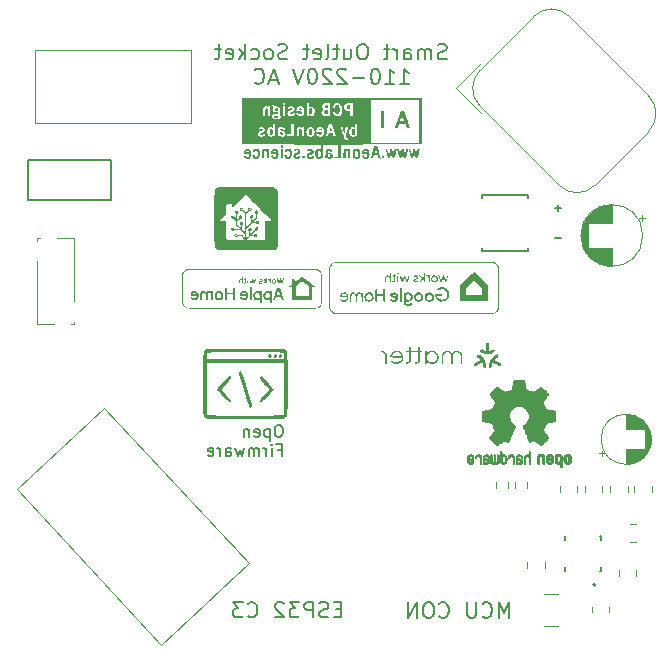
<source format=gbr>
%TF.GenerationSoftware,KiCad,Pcbnew,7.0.7*%
%TF.CreationDate,2023-11-04T15:45:33+01:00*%
%TF.ProjectId,LK-EU01_Smart_Socket_Base,4c4b2d45-5530-4315-9f53-6d6172745f53,rev?*%
%TF.SameCoordinates,Original*%
%TF.FileFunction,Legend,Bot*%
%TF.FilePolarity,Positive*%
%FSLAX46Y46*%
G04 Gerber Fmt 4.6, Leading zero omitted, Abs format (unit mm)*
G04 Created by KiCad (PCBNEW 7.0.7) date 2023-11-04 15:45:33*
%MOMM*%
%LPD*%
G01*
G04 APERTURE LIST*
%ADD10C,0.150000*%
%ADD11C,0.120000*%
%ADD12C,0.010000*%
%ADD13C,0.200000*%
%ADD14C,0.127000*%
%ADD15C,0.100000*%
G04 APERTURE END LIST*
D10*
X141079045Y-78668200D02*
X140893331Y-78730104D01*
X140893331Y-78730104D02*
X140583807Y-78730104D01*
X140583807Y-78730104D02*
X140459998Y-78668200D01*
X140459998Y-78668200D02*
X140398093Y-78606295D01*
X140398093Y-78606295D02*
X140336188Y-78482485D01*
X140336188Y-78482485D02*
X140336188Y-78358676D01*
X140336188Y-78358676D02*
X140398093Y-78234866D01*
X140398093Y-78234866D02*
X140459998Y-78172961D01*
X140459998Y-78172961D02*
X140583807Y-78111057D01*
X140583807Y-78111057D02*
X140831426Y-78049152D01*
X140831426Y-78049152D02*
X140955236Y-77987247D01*
X140955236Y-77987247D02*
X141017141Y-77925342D01*
X141017141Y-77925342D02*
X141079045Y-77801533D01*
X141079045Y-77801533D02*
X141079045Y-77677723D01*
X141079045Y-77677723D02*
X141017141Y-77553914D01*
X141017141Y-77553914D02*
X140955236Y-77492009D01*
X140955236Y-77492009D02*
X140831426Y-77430104D01*
X140831426Y-77430104D02*
X140521903Y-77430104D01*
X140521903Y-77430104D02*
X140336188Y-77492009D01*
X139779046Y-78730104D02*
X139779046Y-77863438D01*
X139779046Y-77987247D02*
X139717141Y-77925342D01*
X139717141Y-77925342D02*
X139593331Y-77863438D01*
X139593331Y-77863438D02*
X139407617Y-77863438D01*
X139407617Y-77863438D02*
X139283808Y-77925342D01*
X139283808Y-77925342D02*
X139221903Y-78049152D01*
X139221903Y-78049152D02*
X139221903Y-78730104D01*
X139221903Y-78049152D02*
X139159998Y-77925342D01*
X139159998Y-77925342D02*
X139036189Y-77863438D01*
X139036189Y-77863438D02*
X138850474Y-77863438D01*
X138850474Y-77863438D02*
X138726665Y-77925342D01*
X138726665Y-77925342D02*
X138664760Y-78049152D01*
X138664760Y-78049152D02*
X138664760Y-78730104D01*
X137488570Y-78730104D02*
X137488570Y-78049152D01*
X137488570Y-78049152D02*
X137550475Y-77925342D01*
X137550475Y-77925342D02*
X137674284Y-77863438D01*
X137674284Y-77863438D02*
X137921903Y-77863438D01*
X137921903Y-77863438D02*
X138045713Y-77925342D01*
X137488570Y-78668200D02*
X137612379Y-78730104D01*
X137612379Y-78730104D02*
X137921903Y-78730104D01*
X137921903Y-78730104D02*
X138045713Y-78668200D01*
X138045713Y-78668200D02*
X138107617Y-78544390D01*
X138107617Y-78544390D02*
X138107617Y-78420580D01*
X138107617Y-78420580D02*
X138045713Y-78296771D01*
X138045713Y-78296771D02*
X137921903Y-78234866D01*
X137921903Y-78234866D02*
X137612379Y-78234866D01*
X137612379Y-78234866D02*
X137488570Y-78172961D01*
X136869523Y-78730104D02*
X136869523Y-77863438D01*
X136869523Y-78111057D02*
X136807618Y-77987247D01*
X136807618Y-77987247D02*
X136745713Y-77925342D01*
X136745713Y-77925342D02*
X136621904Y-77863438D01*
X136621904Y-77863438D02*
X136498094Y-77863438D01*
X136250475Y-77863438D02*
X135755237Y-77863438D01*
X136064761Y-77430104D02*
X136064761Y-78544390D01*
X136064761Y-78544390D02*
X136002856Y-78668200D01*
X136002856Y-78668200D02*
X135879046Y-78730104D01*
X135879046Y-78730104D02*
X135755237Y-78730104D01*
X134083809Y-77430104D02*
X133836190Y-77430104D01*
X133836190Y-77430104D02*
X133712380Y-77492009D01*
X133712380Y-77492009D02*
X133588571Y-77615819D01*
X133588571Y-77615819D02*
X133526666Y-77863438D01*
X133526666Y-77863438D02*
X133526666Y-78296771D01*
X133526666Y-78296771D02*
X133588571Y-78544390D01*
X133588571Y-78544390D02*
X133712380Y-78668200D01*
X133712380Y-78668200D02*
X133836190Y-78730104D01*
X133836190Y-78730104D02*
X134083809Y-78730104D01*
X134083809Y-78730104D02*
X134207618Y-78668200D01*
X134207618Y-78668200D02*
X134331428Y-78544390D01*
X134331428Y-78544390D02*
X134393332Y-78296771D01*
X134393332Y-78296771D02*
X134393332Y-77863438D01*
X134393332Y-77863438D02*
X134331428Y-77615819D01*
X134331428Y-77615819D02*
X134207618Y-77492009D01*
X134207618Y-77492009D02*
X134083809Y-77430104D01*
X132412380Y-77863438D02*
X132412380Y-78730104D01*
X132969523Y-77863438D02*
X132969523Y-78544390D01*
X132969523Y-78544390D02*
X132907618Y-78668200D01*
X132907618Y-78668200D02*
X132783808Y-78730104D01*
X132783808Y-78730104D02*
X132598094Y-78730104D01*
X132598094Y-78730104D02*
X132474285Y-78668200D01*
X132474285Y-78668200D02*
X132412380Y-78606295D01*
X131979047Y-77863438D02*
X131483809Y-77863438D01*
X131793333Y-77430104D02*
X131793333Y-78544390D01*
X131793333Y-78544390D02*
X131731428Y-78668200D01*
X131731428Y-78668200D02*
X131607618Y-78730104D01*
X131607618Y-78730104D02*
X131483809Y-78730104D01*
X130864761Y-78730104D02*
X130988571Y-78668200D01*
X130988571Y-78668200D02*
X131050476Y-78544390D01*
X131050476Y-78544390D02*
X131050476Y-77430104D01*
X129874286Y-78668200D02*
X129998095Y-78730104D01*
X129998095Y-78730104D02*
X130245714Y-78730104D01*
X130245714Y-78730104D02*
X130369524Y-78668200D01*
X130369524Y-78668200D02*
X130431428Y-78544390D01*
X130431428Y-78544390D02*
X130431428Y-78049152D01*
X130431428Y-78049152D02*
X130369524Y-77925342D01*
X130369524Y-77925342D02*
X130245714Y-77863438D01*
X130245714Y-77863438D02*
X129998095Y-77863438D01*
X129998095Y-77863438D02*
X129874286Y-77925342D01*
X129874286Y-77925342D02*
X129812381Y-78049152D01*
X129812381Y-78049152D02*
X129812381Y-78172961D01*
X129812381Y-78172961D02*
X130431428Y-78296771D01*
X129440952Y-77863438D02*
X128945714Y-77863438D01*
X129255238Y-77430104D02*
X129255238Y-78544390D01*
X129255238Y-78544390D02*
X129193333Y-78668200D01*
X129193333Y-78668200D02*
X129069523Y-78730104D01*
X129069523Y-78730104D02*
X128945714Y-78730104D01*
X127583809Y-78668200D02*
X127398095Y-78730104D01*
X127398095Y-78730104D02*
X127088571Y-78730104D01*
X127088571Y-78730104D02*
X126964762Y-78668200D01*
X126964762Y-78668200D02*
X126902857Y-78606295D01*
X126902857Y-78606295D02*
X126840952Y-78482485D01*
X126840952Y-78482485D02*
X126840952Y-78358676D01*
X126840952Y-78358676D02*
X126902857Y-78234866D01*
X126902857Y-78234866D02*
X126964762Y-78172961D01*
X126964762Y-78172961D02*
X127088571Y-78111057D01*
X127088571Y-78111057D02*
X127336190Y-78049152D01*
X127336190Y-78049152D02*
X127460000Y-77987247D01*
X127460000Y-77987247D02*
X127521905Y-77925342D01*
X127521905Y-77925342D02*
X127583809Y-77801533D01*
X127583809Y-77801533D02*
X127583809Y-77677723D01*
X127583809Y-77677723D02*
X127521905Y-77553914D01*
X127521905Y-77553914D02*
X127460000Y-77492009D01*
X127460000Y-77492009D02*
X127336190Y-77430104D01*
X127336190Y-77430104D02*
X127026667Y-77430104D01*
X127026667Y-77430104D02*
X126840952Y-77492009D01*
X126098095Y-78730104D02*
X126221905Y-78668200D01*
X126221905Y-78668200D02*
X126283810Y-78606295D01*
X126283810Y-78606295D02*
X126345714Y-78482485D01*
X126345714Y-78482485D02*
X126345714Y-78111057D01*
X126345714Y-78111057D02*
X126283810Y-77987247D01*
X126283810Y-77987247D02*
X126221905Y-77925342D01*
X126221905Y-77925342D02*
X126098095Y-77863438D01*
X126098095Y-77863438D02*
X125912381Y-77863438D01*
X125912381Y-77863438D02*
X125788572Y-77925342D01*
X125788572Y-77925342D02*
X125726667Y-77987247D01*
X125726667Y-77987247D02*
X125664762Y-78111057D01*
X125664762Y-78111057D02*
X125664762Y-78482485D01*
X125664762Y-78482485D02*
X125726667Y-78606295D01*
X125726667Y-78606295D02*
X125788572Y-78668200D01*
X125788572Y-78668200D02*
X125912381Y-78730104D01*
X125912381Y-78730104D02*
X126098095Y-78730104D01*
X124550477Y-78668200D02*
X124674286Y-78730104D01*
X124674286Y-78730104D02*
X124921905Y-78730104D01*
X124921905Y-78730104D02*
X125045715Y-78668200D01*
X125045715Y-78668200D02*
X125107620Y-78606295D01*
X125107620Y-78606295D02*
X125169524Y-78482485D01*
X125169524Y-78482485D02*
X125169524Y-78111057D01*
X125169524Y-78111057D02*
X125107620Y-77987247D01*
X125107620Y-77987247D02*
X125045715Y-77925342D01*
X125045715Y-77925342D02*
X124921905Y-77863438D01*
X124921905Y-77863438D02*
X124674286Y-77863438D01*
X124674286Y-77863438D02*
X124550477Y-77925342D01*
X123993334Y-78730104D02*
X123993334Y-77430104D01*
X123869524Y-78234866D02*
X123498096Y-78730104D01*
X123498096Y-77863438D02*
X123993334Y-78358676D01*
X122445715Y-78668200D02*
X122569524Y-78730104D01*
X122569524Y-78730104D02*
X122817143Y-78730104D01*
X122817143Y-78730104D02*
X122940953Y-78668200D01*
X122940953Y-78668200D02*
X123002857Y-78544390D01*
X123002857Y-78544390D02*
X123002857Y-78049152D01*
X123002857Y-78049152D02*
X122940953Y-77925342D01*
X122940953Y-77925342D02*
X122817143Y-77863438D01*
X122817143Y-77863438D02*
X122569524Y-77863438D01*
X122569524Y-77863438D02*
X122445715Y-77925342D01*
X122445715Y-77925342D02*
X122383810Y-78049152D01*
X122383810Y-78049152D02*
X122383810Y-78172961D01*
X122383810Y-78172961D02*
X123002857Y-78296771D01*
X122012381Y-77863438D02*
X121517143Y-77863438D01*
X121826667Y-77430104D02*
X121826667Y-78544390D01*
X121826667Y-78544390D02*
X121764762Y-78668200D01*
X121764762Y-78668200D02*
X121640952Y-78730104D01*
X121640952Y-78730104D02*
X121517143Y-78730104D01*
X137148094Y-80823104D02*
X137890951Y-80823104D01*
X137519523Y-80823104D02*
X137519523Y-79523104D01*
X137519523Y-79523104D02*
X137643332Y-79708819D01*
X137643332Y-79708819D02*
X137767142Y-79832628D01*
X137767142Y-79832628D02*
X137890951Y-79894533D01*
X135909999Y-80823104D02*
X136652856Y-80823104D01*
X136281428Y-80823104D02*
X136281428Y-79523104D01*
X136281428Y-79523104D02*
X136405237Y-79708819D01*
X136405237Y-79708819D02*
X136529047Y-79832628D01*
X136529047Y-79832628D02*
X136652856Y-79894533D01*
X135105238Y-79523104D02*
X134981428Y-79523104D01*
X134981428Y-79523104D02*
X134857619Y-79585009D01*
X134857619Y-79585009D02*
X134795714Y-79646914D01*
X134795714Y-79646914D02*
X134733809Y-79770723D01*
X134733809Y-79770723D02*
X134671904Y-80018342D01*
X134671904Y-80018342D02*
X134671904Y-80327866D01*
X134671904Y-80327866D02*
X134733809Y-80575485D01*
X134733809Y-80575485D02*
X134795714Y-80699295D01*
X134795714Y-80699295D02*
X134857619Y-80761200D01*
X134857619Y-80761200D02*
X134981428Y-80823104D01*
X134981428Y-80823104D02*
X135105238Y-80823104D01*
X135105238Y-80823104D02*
X135229047Y-80761200D01*
X135229047Y-80761200D02*
X135290952Y-80699295D01*
X135290952Y-80699295D02*
X135352857Y-80575485D01*
X135352857Y-80575485D02*
X135414761Y-80327866D01*
X135414761Y-80327866D02*
X135414761Y-80018342D01*
X135414761Y-80018342D02*
X135352857Y-79770723D01*
X135352857Y-79770723D02*
X135290952Y-79646914D01*
X135290952Y-79646914D02*
X135229047Y-79585009D01*
X135229047Y-79585009D02*
X135105238Y-79523104D01*
X134114762Y-80327866D02*
X133124286Y-80327866D01*
X132567142Y-79646914D02*
X132505238Y-79585009D01*
X132505238Y-79585009D02*
X132381428Y-79523104D01*
X132381428Y-79523104D02*
X132071904Y-79523104D01*
X132071904Y-79523104D02*
X131948095Y-79585009D01*
X131948095Y-79585009D02*
X131886190Y-79646914D01*
X131886190Y-79646914D02*
X131824285Y-79770723D01*
X131824285Y-79770723D02*
X131824285Y-79894533D01*
X131824285Y-79894533D02*
X131886190Y-80080247D01*
X131886190Y-80080247D02*
X132629047Y-80823104D01*
X132629047Y-80823104D02*
X131824285Y-80823104D01*
X131329047Y-79646914D02*
X131267143Y-79585009D01*
X131267143Y-79585009D02*
X131143333Y-79523104D01*
X131143333Y-79523104D02*
X130833809Y-79523104D01*
X130833809Y-79523104D02*
X130710000Y-79585009D01*
X130710000Y-79585009D02*
X130648095Y-79646914D01*
X130648095Y-79646914D02*
X130586190Y-79770723D01*
X130586190Y-79770723D02*
X130586190Y-79894533D01*
X130586190Y-79894533D02*
X130648095Y-80080247D01*
X130648095Y-80080247D02*
X131390952Y-80823104D01*
X131390952Y-80823104D02*
X130586190Y-80823104D01*
X129781429Y-79523104D02*
X129657619Y-79523104D01*
X129657619Y-79523104D02*
X129533810Y-79585009D01*
X129533810Y-79585009D02*
X129471905Y-79646914D01*
X129471905Y-79646914D02*
X129410000Y-79770723D01*
X129410000Y-79770723D02*
X129348095Y-80018342D01*
X129348095Y-80018342D02*
X129348095Y-80327866D01*
X129348095Y-80327866D02*
X129410000Y-80575485D01*
X129410000Y-80575485D02*
X129471905Y-80699295D01*
X129471905Y-80699295D02*
X129533810Y-80761200D01*
X129533810Y-80761200D02*
X129657619Y-80823104D01*
X129657619Y-80823104D02*
X129781429Y-80823104D01*
X129781429Y-80823104D02*
X129905238Y-80761200D01*
X129905238Y-80761200D02*
X129967143Y-80699295D01*
X129967143Y-80699295D02*
X130029048Y-80575485D01*
X130029048Y-80575485D02*
X130090952Y-80327866D01*
X130090952Y-80327866D02*
X130090952Y-80018342D01*
X130090952Y-80018342D02*
X130029048Y-79770723D01*
X130029048Y-79770723D02*
X129967143Y-79646914D01*
X129967143Y-79646914D02*
X129905238Y-79585009D01*
X129905238Y-79585009D02*
X129781429Y-79523104D01*
X128976667Y-79523104D02*
X128543334Y-80823104D01*
X128543334Y-80823104D02*
X128110000Y-79523104D01*
X126748095Y-80451676D02*
X126129048Y-80451676D01*
X126871905Y-80823104D02*
X126438572Y-79523104D01*
X126438572Y-79523104D02*
X126005238Y-80823104D01*
X124829048Y-80699295D02*
X124890952Y-80761200D01*
X124890952Y-80761200D02*
X125076667Y-80823104D01*
X125076667Y-80823104D02*
X125200476Y-80823104D01*
X125200476Y-80823104D02*
X125386190Y-80761200D01*
X125386190Y-80761200D02*
X125510000Y-80637390D01*
X125510000Y-80637390D02*
X125571905Y-80513580D01*
X125571905Y-80513580D02*
X125633809Y-80265961D01*
X125633809Y-80265961D02*
X125633809Y-80080247D01*
X125633809Y-80080247D02*
X125571905Y-79832628D01*
X125571905Y-79832628D02*
X125510000Y-79708819D01*
X125510000Y-79708819D02*
X125386190Y-79585009D01*
X125386190Y-79585009D02*
X125200476Y-79523104D01*
X125200476Y-79523104D02*
X125076667Y-79523104D01*
X125076667Y-79523104D02*
X124890952Y-79585009D01*
X124890952Y-79585009D02*
X124829048Y-79646914D01*
X126962744Y-109709819D02*
X126772268Y-109709819D01*
X126772268Y-109709819D02*
X126677030Y-109757438D01*
X126677030Y-109757438D02*
X126581792Y-109852676D01*
X126581792Y-109852676D02*
X126534173Y-110043152D01*
X126534173Y-110043152D02*
X126534173Y-110376485D01*
X126534173Y-110376485D02*
X126581792Y-110566961D01*
X126581792Y-110566961D02*
X126677030Y-110662200D01*
X126677030Y-110662200D02*
X126772268Y-110709819D01*
X126772268Y-110709819D02*
X126962744Y-110709819D01*
X126962744Y-110709819D02*
X127057982Y-110662200D01*
X127057982Y-110662200D02*
X127153220Y-110566961D01*
X127153220Y-110566961D02*
X127200839Y-110376485D01*
X127200839Y-110376485D02*
X127200839Y-110043152D01*
X127200839Y-110043152D02*
X127153220Y-109852676D01*
X127153220Y-109852676D02*
X127057982Y-109757438D01*
X127057982Y-109757438D02*
X126962744Y-109709819D01*
X126105601Y-110043152D02*
X126105601Y-111043152D01*
X126105601Y-110090771D02*
X126010363Y-110043152D01*
X126010363Y-110043152D02*
X125819887Y-110043152D01*
X125819887Y-110043152D02*
X125724649Y-110090771D01*
X125724649Y-110090771D02*
X125677030Y-110138390D01*
X125677030Y-110138390D02*
X125629411Y-110233628D01*
X125629411Y-110233628D02*
X125629411Y-110519342D01*
X125629411Y-110519342D02*
X125677030Y-110614580D01*
X125677030Y-110614580D02*
X125724649Y-110662200D01*
X125724649Y-110662200D02*
X125819887Y-110709819D01*
X125819887Y-110709819D02*
X126010363Y-110709819D01*
X126010363Y-110709819D02*
X126105601Y-110662200D01*
X124819887Y-110662200D02*
X124915125Y-110709819D01*
X124915125Y-110709819D02*
X125105601Y-110709819D01*
X125105601Y-110709819D02*
X125200839Y-110662200D01*
X125200839Y-110662200D02*
X125248458Y-110566961D01*
X125248458Y-110566961D02*
X125248458Y-110186009D01*
X125248458Y-110186009D02*
X125200839Y-110090771D01*
X125200839Y-110090771D02*
X125105601Y-110043152D01*
X125105601Y-110043152D02*
X124915125Y-110043152D01*
X124915125Y-110043152D02*
X124819887Y-110090771D01*
X124819887Y-110090771D02*
X124772268Y-110186009D01*
X124772268Y-110186009D02*
X124772268Y-110281247D01*
X124772268Y-110281247D02*
X125248458Y-110376485D01*
X124343696Y-110043152D02*
X124343696Y-110709819D01*
X124343696Y-110138390D02*
X124296077Y-110090771D01*
X124296077Y-110090771D02*
X124200839Y-110043152D01*
X124200839Y-110043152D02*
X124057982Y-110043152D01*
X124057982Y-110043152D02*
X123962744Y-110090771D01*
X123962744Y-110090771D02*
X123915125Y-110186009D01*
X123915125Y-110186009D02*
X123915125Y-110709819D01*
X126819887Y-111796009D02*
X127153220Y-111796009D01*
X127153220Y-112319819D02*
X127153220Y-111319819D01*
X127153220Y-111319819D02*
X126677030Y-111319819D01*
X126296077Y-112319819D02*
X126296077Y-111653152D01*
X126296077Y-111319819D02*
X126343696Y-111367438D01*
X126343696Y-111367438D02*
X126296077Y-111415057D01*
X126296077Y-111415057D02*
X126248458Y-111367438D01*
X126248458Y-111367438D02*
X126296077Y-111319819D01*
X126296077Y-111319819D02*
X126296077Y-111415057D01*
X125819887Y-112319819D02*
X125819887Y-111653152D01*
X125819887Y-111843628D02*
X125772268Y-111748390D01*
X125772268Y-111748390D02*
X125724649Y-111700771D01*
X125724649Y-111700771D02*
X125629411Y-111653152D01*
X125629411Y-111653152D02*
X125534173Y-111653152D01*
X125200839Y-112319819D02*
X125200839Y-111653152D01*
X125200839Y-111748390D02*
X125153220Y-111700771D01*
X125153220Y-111700771D02*
X125057982Y-111653152D01*
X125057982Y-111653152D02*
X124915125Y-111653152D01*
X124915125Y-111653152D02*
X124819887Y-111700771D01*
X124819887Y-111700771D02*
X124772268Y-111796009D01*
X124772268Y-111796009D02*
X124772268Y-112319819D01*
X124772268Y-111796009D02*
X124724649Y-111700771D01*
X124724649Y-111700771D02*
X124629411Y-111653152D01*
X124629411Y-111653152D02*
X124486554Y-111653152D01*
X124486554Y-111653152D02*
X124391315Y-111700771D01*
X124391315Y-111700771D02*
X124343696Y-111796009D01*
X124343696Y-111796009D02*
X124343696Y-112319819D01*
X123962744Y-111653152D02*
X123772268Y-112319819D01*
X123772268Y-112319819D02*
X123581792Y-111843628D01*
X123581792Y-111843628D02*
X123391316Y-112319819D01*
X123391316Y-112319819D02*
X123200840Y-111653152D01*
X122391316Y-112319819D02*
X122391316Y-111796009D01*
X122391316Y-111796009D02*
X122438935Y-111700771D01*
X122438935Y-111700771D02*
X122534173Y-111653152D01*
X122534173Y-111653152D02*
X122724649Y-111653152D01*
X122724649Y-111653152D02*
X122819887Y-111700771D01*
X122391316Y-112272200D02*
X122486554Y-112319819D01*
X122486554Y-112319819D02*
X122724649Y-112319819D01*
X122724649Y-112319819D02*
X122819887Y-112272200D01*
X122819887Y-112272200D02*
X122867506Y-112176961D01*
X122867506Y-112176961D02*
X122867506Y-112081723D01*
X122867506Y-112081723D02*
X122819887Y-111986485D01*
X122819887Y-111986485D02*
X122724649Y-111938866D01*
X122724649Y-111938866D02*
X122486554Y-111938866D01*
X122486554Y-111938866D02*
X122391316Y-111891247D01*
X121915125Y-112319819D02*
X121915125Y-111653152D01*
X121915125Y-111843628D02*
X121867506Y-111748390D01*
X121867506Y-111748390D02*
X121819887Y-111700771D01*
X121819887Y-111700771D02*
X121724649Y-111653152D01*
X121724649Y-111653152D02*
X121629411Y-111653152D01*
X120915125Y-112272200D02*
X121010363Y-112319819D01*
X121010363Y-112319819D02*
X121200839Y-112319819D01*
X121200839Y-112319819D02*
X121296077Y-112272200D01*
X121296077Y-112272200D02*
X121343696Y-112176961D01*
X121343696Y-112176961D02*
X121343696Y-111796009D01*
X121343696Y-111796009D02*
X121296077Y-111700771D01*
X121296077Y-111700771D02*
X121200839Y-111653152D01*
X121200839Y-111653152D02*
X121010363Y-111653152D01*
X121010363Y-111653152D02*
X120915125Y-111700771D01*
X120915125Y-111700771D02*
X120867506Y-111796009D01*
X120867506Y-111796009D02*
X120867506Y-111891247D01*
X120867506Y-111891247D02*
X121343696Y-111986485D01*
X146361792Y-126023104D02*
X146361792Y-124723104D01*
X146361792Y-124723104D02*
X145928458Y-125651676D01*
X145928458Y-125651676D02*
X145495125Y-124723104D01*
X145495125Y-124723104D02*
X145495125Y-126023104D01*
X144133221Y-125899295D02*
X144195125Y-125961200D01*
X144195125Y-125961200D02*
X144380840Y-126023104D01*
X144380840Y-126023104D02*
X144504649Y-126023104D01*
X144504649Y-126023104D02*
X144690363Y-125961200D01*
X144690363Y-125961200D02*
X144814173Y-125837390D01*
X144814173Y-125837390D02*
X144876078Y-125713580D01*
X144876078Y-125713580D02*
X144937982Y-125465961D01*
X144937982Y-125465961D02*
X144937982Y-125280247D01*
X144937982Y-125280247D02*
X144876078Y-125032628D01*
X144876078Y-125032628D02*
X144814173Y-124908819D01*
X144814173Y-124908819D02*
X144690363Y-124785009D01*
X144690363Y-124785009D02*
X144504649Y-124723104D01*
X144504649Y-124723104D02*
X144380840Y-124723104D01*
X144380840Y-124723104D02*
X144195125Y-124785009D01*
X144195125Y-124785009D02*
X144133221Y-124846914D01*
X143576078Y-124723104D02*
X143576078Y-125775485D01*
X143576078Y-125775485D02*
X143514173Y-125899295D01*
X143514173Y-125899295D02*
X143452268Y-125961200D01*
X143452268Y-125961200D02*
X143328459Y-126023104D01*
X143328459Y-126023104D02*
X143080840Y-126023104D01*
X143080840Y-126023104D02*
X142957030Y-125961200D01*
X142957030Y-125961200D02*
X142895125Y-125899295D01*
X142895125Y-125899295D02*
X142833221Y-125775485D01*
X142833221Y-125775485D02*
X142833221Y-124723104D01*
X140480840Y-125899295D02*
X140542744Y-125961200D01*
X140542744Y-125961200D02*
X140728459Y-126023104D01*
X140728459Y-126023104D02*
X140852268Y-126023104D01*
X140852268Y-126023104D02*
X141037982Y-125961200D01*
X141037982Y-125961200D02*
X141161792Y-125837390D01*
X141161792Y-125837390D02*
X141223697Y-125713580D01*
X141223697Y-125713580D02*
X141285601Y-125465961D01*
X141285601Y-125465961D02*
X141285601Y-125280247D01*
X141285601Y-125280247D02*
X141223697Y-125032628D01*
X141223697Y-125032628D02*
X141161792Y-124908819D01*
X141161792Y-124908819D02*
X141037982Y-124785009D01*
X141037982Y-124785009D02*
X140852268Y-124723104D01*
X140852268Y-124723104D02*
X140728459Y-124723104D01*
X140728459Y-124723104D02*
X140542744Y-124785009D01*
X140542744Y-124785009D02*
X140480840Y-124846914D01*
X139676078Y-124723104D02*
X139428459Y-124723104D01*
X139428459Y-124723104D02*
X139304649Y-124785009D01*
X139304649Y-124785009D02*
X139180840Y-124908819D01*
X139180840Y-124908819D02*
X139118935Y-125156438D01*
X139118935Y-125156438D02*
X139118935Y-125589771D01*
X139118935Y-125589771D02*
X139180840Y-125837390D01*
X139180840Y-125837390D02*
X139304649Y-125961200D01*
X139304649Y-125961200D02*
X139428459Y-126023104D01*
X139428459Y-126023104D02*
X139676078Y-126023104D01*
X139676078Y-126023104D02*
X139799887Y-125961200D01*
X139799887Y-125961200D02*
X139923697Y-125837390D01*
X139923697Y-125837390D02*
X139985601Y-125589771D01*
X139985601Y-125589771D02*
X139985601Y-125156438D01*
X139985601Y-125156438D02*
X139923697Y-124908819D01*
X139923697Y-124908819D02*
X139799887Y-124785009D01*
X139799887Y-124785009D02*
X139676078Y-124723104D01*
X138561792Y-126023104D02*
X138561792Y-124723104D01*
X138561792Y-124723104D02*
X137818935Y-126023104D01*
X137818935Y-126023104D02*
X137818935Y-124723104D01*
X132181792Y-125312152D02*
X131748458Y-125312152D01*
X131562744Y-125993104D02*
X132181792Y-125993104D01*
X132181792Y-125993104D02*
X132181792Y-124693104D01*
X132181792Y-124693104D02*
X131562744Y-124693104D01*
X131067506Y-125931200D02*
X130881792Y-125993104D01*
X130881792Y-125993104D02*
X130572268Y-125993104D01*
X130572268Y-125993104D02*
X130448459Y-125931200D01*
X130448459Y-125931200D02*
X130386554Y-125869295D01*
X130386554Y-125869295D02*
X130324649Y-125745485D01*
X130324649Y-125745485D02*
X130324649Y-125621676D01*
X130324649Y-125621676D02*
X130386554Y-125497866D01*
X130386554Y-125497866D02*
X130448459Y-125435961D01*
X130448459Y-125435961D02*
X130572268Y-125374057D01*
X130572268Y-125374057D02*
X130819887Y-125312152D01*
X130819887Y-125312152D02*
X130943697Y-125250247D01*
X130943697Y-125250247D02*
X131005602Y-125188342D01*
X131005602Y-125188342D02*
X131067506Y-125064533D01*
X131067506Y-125064533D02*
X131067506Y-124940723D01*
X131067506Y-124940723D02*
X131005602Y-124816914D01*
X131005602Y-124816914D02*
X130943697Y-124755009D01*
X130943697Y-124755009D02*
X130819887Y-124693104D01*
X130819887Y-124693104D02*
X130510364Y-124693104D01*
X130510364Y-124693104D02*
X130324649Y-124755009D01*
X129767507Y-125993104D02*
X129767507Y-124693104D01*
X129767507Y-124693104D02*
X129272269Y-124693104D01*
X129272269Y-124693104D02*
X129148459Y-124755009D01*
X129148459Y-124755009D02*
X129086554Y-124816914D01*
X129086554Y-124816914D02*
X129024650Y-124940723D01*
X129024650Y-124940723D02*
X129024650Y-125126438D01*
X129024650Y-125126438D02*
X129086554Y-125250247D01*
X129086554Y-125250247D02*
X129148459Y-125312152D01*
X129148459Y-125312152D02*
X129272269Y-125374057D01*
X129272269Y-125374057D02*
X129767507Y-125374057D01*
X128591316Y-124693104D02*
X127786554Y-124693104D01*
X127786554Y-124693104D02*
X128219888Y-125188342D01*
X128219888Y-125188342D02*
X128034173Y-125188342D01*
X128034173Y-125188342D02*
X127910364Y-125250247D01*
X127910364Y-125250247D02*
X127848459Y-125312152D01*
X127848459Y-125312152D02*
X127786554Y-125435961D01*
X127786554Y-125435961D02*
X127786554Y-125745485D01*
X127786554Y-125745485D02*
X127848459Y-125869295D01*
X127848459Y-125869295D02*
X127910364Y-125931200D01*
X127910364Y-125931200D02*
X128034173Y-125993104D01*
X128034173Y-125993104D02*
X128405602Y-125993104D01*
X128405602Y-125993104D02*
X128529411Y-125931200D01*
X128529411Y-125931200D02*
X128591316Y-125869295D01*
X127291316Y-124816914D02*
X127229412Y-124755009D01*
X127229412Y-124755009D02*
X127105602Y-124693104D01*
X127105602Y-124693104D02*
X126796078Y-124693104D01*
X126796078Y-124693104D02*
X126672269Y-124755009D01*
X126672269Y-124755009D02*
X126610364Y-124816914D01*
X126610364Y-124816914D02*
X126548459Y-124940723D01*
X126548459Y-124940723D02*
X126548459Y-125064533D01*
X126548459Y-125064533D02*
X126610364Y-125250247D01*
X126610364Y-125250247D02*
X127353221Y-125993104D01*
X127353221Y-125993104D02*
X126548459Y-125993104D01*
X124257984Y-125869295D02*
X124319888Y-125931200D01*
X124319888Y-125931200D02*
X124505603Y-125993104D01*
X124505603Y-125993104D02*
X124629412Y-125993104D01*
X124629412Y-125993104D02*
X124815126Y-125931200D01*
X124815126Y-125931200D02*
X124938936Y-125807390D01*
X124938936Y-125807390D02*
X125000841Y-125683580D01*
X125000841Y-125683580D02*
X125062745Y-125435961D01*
X125062745Y-125435961D02*
X125062745Y-125250247D01*
X125062745Y-125250247D02*
X125000841Y-125002628D01*
X125000841Y-125002628D02*
X124938936Y-124878819D01*
X124938936Y-124878819D02*
X124815126Y-124755009D01*
X124815126Y-124755009D02*
X124629412Y-124693104D01*
X124629412Y-124693104D02*
X124505603Y-124693104D01*
X124505603Y-124693104D02*
X124319888Y-124755009D01*
X124319888Y-124755009D02*
X124257984Y-124816914D01*
X123824650Y-124693104D02*
X123019888Y-124693104D01*
X123019888Y-124693104D02*
X123453222Y-125188342D01*
X123453222Y-125188342D02*
X123267507Y-125188342D01*
X123267507Y-125188342D02*
X123143698Y-125250247D01*
X123143698Y-125250247D02*
X123081793Y-125312152D01*
X123081793Y-125312152D02*
X123019888Y-125435961D01*
X123019888Y-125435961D02*
X123019888Y-125745485D01*
X123019888Y-125745485D02*
X123081793Y-125869295D01*
X123081793Y-125869295D02*
X123143698Y-125931200D01*
X123143698Y-125931200D02*
X123267507Y-125993104D01*
X123267507Y-125993104D02*
X123638936Y-125993104D01*
X123638936Y-125993104D02*
X123762745Y-125931200D01*
X123762745Y-125931200D02*
X123824650Y-125869295D01*
D11*
%TO.C,HLC3*%
X156405000Y-115391252D02*
X156405000Y-114868748D01*
X154935000Y-115391252D02*
X154935000Y-114868748D01*
%TO.C,G\u002A\u002A\u002A*%
G36*
X126779540Y-94539180D02*
G01*
X126768080Y-94582179D01*
X126753573Y-94627162D01*
X126726156Y-94685729D01*
X126691107Y-94738337D01*
X126649071Y-94784406D01*
X126600692Y-94823358D01*
X126546614Y-94854611D01*
X126487482Y-94877588D01*
X126423940Y-94891707D01*
X126421555Y-94891860D01*
X126409372Y-94892153D01*
X126387503Y-94892437D01*
X126356261Y-94892711D01*
X126315958Y-94892976D01*
X126266909Y-94893231D01*
X126209426Y-94893475D01*
X126143823Y-94893708D01*
X126070413Y-94893929D01*
X125989509Y-94894137D01*
X125901424Y-94894333D01*
X125806472Y-94894516D01*
X125704966Y-94894684D01*
X125597219Y-94894839D01*
X125483544Y-94894979D01*
X125364254Y-94895103D01*
X125239664Y-94895212D01*
X125110085Y-94895304D01*
X124975831Y-94895380D01*
X124837216Y-94895438D01*
X124694553Y-94895478D01*
X124548154Y-94895500D01*
X124398334Y-94895504D01*
X124245405Y-94895488D01*
X124089680Y-94895452D01*
X121785900Y-94894780D01*
X121747326Y-94883761D01*
X121744858Y-94883049D01*
X121680888Y-94859601D01*
X121623487Y-94828621D01*
X121573023Y-94790556D01*
X121529865Y-94745853D01*
X121494385Y-94694958D01*
X121466952Y-94638320D01*
X121447935Y-94576383D01*
X121437704Y-94509596D01*
X121437670Y-94509142D01*
X121437314Y-94498794D01*
X121436968Y-94478559D01*
X121436633Y-94448688D01*
X121436308Y-94409428D01*
X121435996Y-94361031D01*
X121435695Y-94303745D01*
X121435406Y-94237822D01*
X121435131Y-94163509D01*
X121434869Y-94081057D01*
X121434622Y-93990715D01*
X121434389Y-93892734D01*
X121434171Y-93787363D01*
X121433969Y-93674851D01*
X121433783Y-93555448D01*
X121433614Y-93429404D01*
X121433462Y-93296969D01*
X121433327Y-93158392D01*
X121433211Y-93013923D01*
X121433114Y-92863812D01*
X121433036Y-92708307D01*
X121432978Y-92547660D01*
X121432940Y-92382119D01*
X121432938Y-92362766D01*
X121920118Y-92362766D01*
X121925951Y-92388158D01*
X121938906Y-92410863D01*
X121958206Y-92428183D01*
X121959610Y-92429037D01*
X121963955Y-92431349D01*
X121969124Y-92433254D01*
X121976053Y-92434793D01*
X121985673Y-92436005D01*
X121998918Y-92436928D01*
X122016723Y-92437602D01*
X122040020Y-92438065D01*
X122069744Y-92438358D01*
X122106826Y-92438518D01*
X122152202Y-92438586D01*
X122206804Y-92438600D01*
X122438549Y-92438600D01*
X122439885Y-93191710D01*
X122440064Y-93292167D01*
X122440237Y-93384806D01*
X122440408Y-93468263D01*
X122440584Y-93543030D01*
X122440772Y-93609602D01*
X122440981Y-93668472D01*
X122441217Y-93720132D01*
X122441488Y-93765076D01*
X122441803Y-93803797D01*
X122442168Y-93836788D01*
X122442590Y-93864543D01*
X122443078Y-93887554D01*
X122443639Y-93906315D01*
X122444280Y-93921320D01*
X122445010Y-93933060D01*
X122445835Y-93942030D01*
X122446763Y-93948722D01*
X122447801Y-93953631D01*
X122448958Y-93957248D01*
X122450240Y-93960067D01*
X122451655Y-93962582D01*
X122452529Y-93964015D01*
X122464735Y-93979251D01*
X122479076Y-93991792D01*
X122496063Y-94003240D01*
X123258278Y-94003240D01*
X124020493Y-94003240D01*
X123870937Y-93856051D01*
X123721380Y-93708863D01*
X123558167Y-93708731D01*
X123394953Y-93708600D01*
X123388693Y-93723712D01*
X123386445Y-93728206D01*
X123375056Y-93743638D01*
X123358631Y-93760506D01*
X123339979Y-93776113D01*
X123321911Y-93787766D01*
X123311143Y-93791847D01*
X123290452Y-93796328D01*
X123265994Y-93798978D01*
X123247264Y-93799732D01*
X123230413Y-93798841D01*
X123215905Y-93795357D01*
X123199515Y-93788622D01*
X123183110Y-93780086D01*
X123152644Y-93756767D01*
X123130393Y-93727765D01*
X123116746Y-93693671D01*
X123112090Y-93655078D01*
X123114230Y-93636581D01*
X123193111Y-93636581D01*
X123194574Y-93653270D01*
X123200902Y-93671838D01*
X123210365Y-93688272D01*
X123221231Y-93698563D01*
X123235980Y-93705323D01*
X123257644Y-93709636D01*
X123278919Y-93705921D01*
X123282819Y-93704554D01*
X123294088Y-93700235D01*
X123299263Y-93697638D01*
X123304467Y-93690108D01*
X123315577Y-93664962D01*
X123317206Y-93640331D01*
X123309212Y-93617362D01*
X123297329Y-93602728D01*
X123278585Y-93591136D01*
X123257536Y-93586701D01*
X123236341Y-93589108D01*
X123217159Y-93598043D01*
X123202148Y-93613191D01*
X123193466Y-93634237D01*
X123193111Y-93636581D01*
X123114230Y-93636581D01*
X123116464Y-93617272D01*
X123129717Y-93582963D01*
X123151279Y-93553919D01*
X123180576Y-93530909D01*
X123217035Y-93514701D01*
X123228158Y-93511649D01*
X123265451Y-93507743D01*
X123301474Y-93513167D01*
X123334702Y-93527339D01*
X123363613Y-93549676D01*
X123386683Y-93579595D01*
X123399766Y-93601920D01*
X123582040Y-93601920D01*
X123764314Y-93601920D01*
X123780947Y-93620234D01*
X123783404Y-93622850D01*
X123793949Y-93633583D01*
X123800723Y-93640331D01*
X123810323Y-93649895D01*
X123831476Y-93670756D01*
X123856364Y-93695135D01*
X123883938Y-93722002D01*
X123913150Y-93750326D01*
X124028720Y-93862103D01*
X124027944Y-93687561D01*
X124027168Y-93513020D01*
X123853729Y-93341570D01*
X123680289Y-93170120D01*
X123400328Y-93170120D01*
X123120366Y-93170120D01*
X123107219Y-93192553D01*
X123102626Y-93199926D01*
X123078185Y-93228568D01*
X123048813Y-93249412D01*
X123016036Y-93262216D01*
X122981377Y-93266740D01*
X122946362Y-93262743D01*
X122912515Y-93249983D01*
X122881360Y-93228222D01*
X122880433Y-93227381D01*
X122856193Y-93199047D01*
X122840452Y-93167251D01*
X122833006Y-93133531D01*
X122833580Y-93103123D01*
X122913787Y-93103123D01*
X122915149Y-93120326D01*
X122922367Y-93139359D01*
X122933585Y-93156423D01*
X122946948Y-93167718D01*
X122965443Y-93174031D01*
X122990011Y-93174183D01*
X123013003Y-93165988D01*
X123031609Y-93150033D01*
X123032098Y-93149371D01*
X123036576Y-93136504D01*
X123037682Y-93118459D01*
X123035508Y-93099292D01*
X123030140Y-93083062D01*
X123018771Y-93069474D01*
X122999111Y-93057434D01*
X122989525Y-93053340D01*
X122978160Y-93050046D01*
X122968016Y-93050867D01*
X122954164Y-93055602D01*
X122938157Y-93063571D01*
X122923122Y-93078686D01*
X122914246Y-93100754D01*
X122913787Y-93103123D01*
X122833580Y-93103123D01*
X122833650Y-93099423D01*
X122842181Y-93066465D01*
X122858393Y-93036193D01*
X122882083Y-93010145D01*
X122913046Y-92989858D01*
X122945855Y-92978028D01*
X122982727Y-92973873D01*
X123018615Y-92978757D01*
X123052017Y-92992261D01*
X123081426Y-93013967D01*
X123105338Y-93043454D01*
X123120919Y-93068520D01*
X123346220Y-93068520D01*
X123375752Y-93068484D01*
X123422113Y-93068273D01*
X123463891Y-93067889D01*
X123500159Y-93067349D01*
X123529985Y-93066674D01*
X123552440Y-93065881D01*
X123566596Y-93064989D01*
X123571520Y-93064017D01*
X123570555Y-93062563D01*
X123563556Y-93054771D01*
X123550425Y-93041044D01*
X123531914Y-93022143D01*
X123508775Y-92998828D01*
X123481762Y-92971861D01*
X123451626Y-92942001D01*
X123419120Y-92910009D01*
X123266720Y-92760503D01*
X123266720Y-92608398D01*
X123266720Y-92456293D01*
X123155587Y-92345245D01*
X123044453Y-92234198D01*
X123025328Y-92240510D01*
X123019994Y-92242009D01*
X122995609Y-92244911D01*
X122967552Y-92243799D01*
X122940119Y-92239052D01*
X122917605Y-92231046D01*
X122908382Y-92225960D01*
X122878226Y-92202532D01*
X122855974Y-92173199D01*
X122842233Y-92138951D01*
X122837610Y-92100780D01*
X122838027Y-92090761D01*
X122916758Y-92090761D01*
X122919546Y-92113039D01*
X122929644Y-92132449D01*
X122946514Y-92146414D01*
X122950324Y-92148092D01*
X122966771Y-92152395D01*
X122984815Y-92154120D01*
X122999783Y-92153154D01*
X123011545Y-92148494D01*
X123022963Y-92137971D01*
X123025694Y-92134800D01*
X123035369Y-92120495D01*
X123040860Y-92107491D01*
X123041063Y-92106536D01*
X123041631Y-92083178D01*
X123034377Y-92063116D01*
X123021109Y-92047154D01*
X123003634Y-92036101D01*
X122983759Y-92030760D01*
X122963293Y-92031939D01*
X122944043Y-92040444D01*
X122927816Y-92057081D01*
X122921821Y-92068194D01*
X122916758Y-92090761D01*
X122838027Y-92090761D01*
X122838186Y-92086945D01*
X122845919Y-92049154D01*
X122862412Y-92016319D01*
X122887334Y-91988969D01*
X122920358Y-91967633D01*
X122935924Y-91961110D01*
X122971228Y-91953651D01*
X123006660Y-91955197D01*
X123040615Y-91965163D01*
X123071490Y-91982961D01*
X123097681Y-92008007D01*
X123117584Y-92039713D01*
X123120018Y-92045525D01*
X123126602Y-92070334D01*
X123128011Y-92083178D01*
X123129668Y-92098290D01*
X123128961Y-92125274D01*
X123124228Y-92147164D01*
X123123250Y-92149986D01*
X123122564Y-92154866D01*
X123124003Y-92160358D01*
X123128416Y-92167550D01*
X123136654Y-92177531D01*
X123149566Y-92191391D01*
X123168000Y-92210219D01*
X123192808Y-92235104D01*
X123266720Y-92309016D01*
X123266720Y-92064743D01*
X123266720Y-91820470D01*
X123254293Y-91814808D01*
X123237964Y-91805494D01*
X123213675Y-91783251D01*
X123194818Y-91754696D01*
X123182599Y-91721856D01*
X123179270Y-91695172D01*
X123256021Y-91695172D01*
X123262611Y-91716415D01*
X123277419Y-91734693D01*
X123292683Y-91743617D01*
X123314606Y-91747583D01*
X123336946Y-91743981D01*
X123356886Y-91733361D01*
X123371608Y-91716276D01*
X123376610Y-91702074D01*
X123378339Y-91681071D01*
X123375411Y-91660348D01*
X123368048Y-91644387D01*
X123361925Y-91638236D01*
X123344409Y-91627965D01*
X123324102Y-91622207D01*
X123305672Y-91622592D01*
X123300896Y-91623977D01*
X123280087Y-91635365D01*
X123265307Y-91652475D01*
X123257102Y-91673135D01*
X123256021Y-91695172D01*
X123179270Y-91695172D01*
X123178220Y-91686760D01*
X123180471Y-91659475D01*
X123190491Y-91625954D01*
X123207358Y-91597536D01*
X123229780Y-91574523D01*
X123256467Y-91557222D01*
X123286129Y-91545937D01*
X123317476Y-91540972D01*
X123349217Y-91542631D01*
X123380063Y-91551220D01*
X123408722Y-91567041D01*
X123433905Y-91590401D01*
X123454321Y-91621604D01*
X123465951Y-91652393D01*
X123469594Y-91681071D01*
X123470553Y-91688618D01*
X123465674Y-91723806D01*
X123451652Y-91756825D01*
X123428825Y-91786546D01*
X123397530Y-91811837D01*
X123378480Y-91824047D01*
X123378722Y-92066553D01*
X123378964Y-92309060D01*
X123412188Y-92273500D01*
X123419914Y-92265210D01*
X123440512Y-92242991D01*
X123462699Y-92218931D01*
X123482849Y-92196957D01*
X123520285Y-92155975D01*
X123512530Y-92130917D01*
X123506991Y-92100797D01*
X123507752Y-92089703D01*
X123593684Y-92089703D01*
X123595931Y-92111071D01*
X123605235Y-92130425D01*
X123621916Y-92145453D01*
X123636526Y-92151105D01*
X123656805Y-92153792D01*
X123676640Y-92152341D01*
X123691648Y-92146675D01*
X123696114Y-92142867D01*
X123707247Y-92127633D01*
X123715569Y-92108619D01*
X123718840Y-92090451D01*
X123718807Y-92088628D01*
X123713424Y-92067688D01*
X123700389Y-92049997D01*
X123681911Y-92037136D01*
X123660199Y-92030686D01*
X123637462Y-92032226D01*
X123626126Y-92036610D01*
X123609100Y-92050161D01*
X123598180Y-92068629D01*
X123593684Y-92089703D01*
X123507752Y-92089703D01*
X123509280Y-92067429D01*
X123519628Y-92036059D01*
X123536918Y-92007818D01*
X123560034Y-91983835D01*
X123587858Y-91965240D01*
X123619274Y-91953162D01*
X123653164Y-91948730D01*
X123688412Y-91953074D01*
X123695955Y-91955158D01*
X123731907Y-91970389D01*
X123760648Y-91992704D01*
X123782475Y-92022394D01*
X123797686Y-92059750D01*
X123801658Y-92079130D01*
X123801547Y-92090451D01*
X123801317Y-92113837D01*
X123792350Y-92147743D01*
X123775592Y-92179001D01*
X123751884Y-92205768D01*
X123722064Y-92226197D01*
X123718944Y-92227686D01*
X123695444Y-92235020D01*
X123667299Y-92239127D01*
X123638915Y-92239603D01*
X123614700Y-92236043D01*
X123594380Y-92230426D01*
X123483890Y-92340819D01*
X123373400Y-92451213D01*
X123373400Y-92584498D01*
X123373400Y-92717784D01*
X123407853Y-92752182D01*
X123409740Y-92754065D01*
X123423562Y-92767810D01*
X123443089Y-92787179D01*
X123467041Y-92810906D01*
X123494136Y-92837721D01*
X123523094Y-92866355D01*
X123552633Y-92895540D01*
X123662960Y-93004501D01*
X123662960Y-92887267D01*
X123662960Y-92770032D01*
X123648484Y-92764036D01*
X123645584Y-92762707D01*
X123628124Y-92750676D01*
X123609812Y-92732655D01*
X123593250Y-92711498D01*
X123581041Y-92690060D01*
X123577288Y-92680716D01*
X123570251Y-92648520D01*
X123660706Y-92648520D01*
X123667877Y-92670534D01*
X123684009Y-92689893D01*
X123690026Y-92694291D01*
X123710179Y-92701846D01*
X123731420Y-92701402D01*
X123751630Y-92693997D01*
X123768689Y-92680672D01*
X123780480Y-92662465D01*
X123784880Y-92640417D01*
X123784709Y-92635141D01*
X123778943Y-92611298D01*
X123766331Y-92593129D01*
X123748690Y-92581469D01*
X123727837Y-92577155D01*
X123705591Y-92581022D01*
X123683769Y-92593908D01*
X123673273Y-92604788D01*
X123662503Y-92625917D01*
X123660706Y-92648520D01*
X123570251Y-92648520D01*
X123569760Y-92646273D01*
X123571157Y-92612114D01*
X123580589Y-92579568D01*
X123597162Y-92549962D01*
X123619986Y-92524624D01*
X123648170Y-92504882D01*
X123680822Y-92492063D01*
X123717049Y-92487495D01*
X123721712Y-92487537D01*
X123741548Y-92489256D01*
X123760089Y-92494387D01*
X123782131Y-92504157D01*
X123805618Y-92518378D01*
X123831790Y-92543067D01*
X123850389Y-92572163D01*
X123861325Y-92604189D01*
X123864505Y-92637669D01*
X123864122Y-92640417D01*
X123859838Y-92671127D01*
X123847230Y-92703086D01*
X123826592Y-92732069D01*
X123797831Y-92756601D01*
X123769640Y-92775318D01*
X123769640Y-92943547D01*
X123769640Y-93111776D01*
X123776327Y-93118459D01*
X123895408Y-93237468D01*
X123920885Y-93262852D01*
X123948419Y-93290099D01*
X123972999Y-93314223D01*
X123993784Y-93334407D01*
X124009931Y-93349836D01*
X124020600Y-93359693D01*
X124024948Y-93363160D01*
X124025133Y-93362224D01*
X124025553Y-93353027D01*
X124025958Y-93334453D01*
X124026346Y-93307050D01*
X124026714Y-93271366D01*
X124027060Y-93227949D01*
X124027380Y-93177345D01*
X124027673Y-93120103D01*
X124027935Y-93056769D01*
X124028164Y-92987893D01*
X124028357Y-92914021D01*
X124028512Y-92835700D01*
X124028626Y-92753479D01*
X124028696Y-92667905D01*
X124028720Y-92579526D01*
X124028721Y-91795893D01*
X123917502Y-91684761D01*
X123806283Y-91573628D01*
X123789744Y-91579394D01*
X123777793Y-91582716D01*
X123745926Y-91585534D01*
X123712259Y-91581394D01*
X123680446Y-91570592D01*
X123665491Y-91562611D01*
X123635829Y-91539322D01*
X123614359Y-91510138D01*
X123601324Y-91475454D01*
X123597526Y-91440747D01*
X123684435Y-91440747D01*
X123690726Y-91462593D01*
X123705565Y-91482115D01*
X123706373Y-91482852D01*
X123719409Y-91493035D01*
X123732036Y-91497689D01*
X123749477Y-91498800D01*
X123758262Y-91498399D01*
X123779541Y-91492361D01*
X123794620Y-91478543D01*
X123804373Y-91456268D01*
X123805701Y-91450663D01*
X123806309Y-91426327D01*
X123799107Y-91405031D01*
X123785601Y-91388197D01*
X123767296Y-91377248D01*
X123745698Y-91373609D01*
X123722313Y-91378703D01*
X123713277Y-91383304D01*
X123696067Y-91398897D01*
X123686334Y-91418780D01*
X123684435Y-91440747D01*
X123597526Y-91440747D01*
X123596970Y-91435665D01*
X123596989Y-91433535D01*
X123602131Y-91397876D01*
X123615451Y-91366272D01*
X123635598Y-91339424D01*
X123661221Y-91318035D01*
X123690969Y-91302806D01*
X123723492Y-91294439D01*
X123757439Y-91293638D01*
X123791458Y-91301104D01*
X123824200Y-91317539D01*
X123844444Y-91333840D01*
X123867739Y-91362730D01*
X123883085Y-91396175D01*
X123888634Y-91426327D01*
X123889754Y-91432412D01*
X123887017Y-91469677D01*
X123880641Y-91500549D01*
X123982621Y-91602528D01*
X124084600Y-91704508D01*
X124185825Y-91602924D01*
X124287049Y-91501340D01*
X124279046Y-91469365D01*
X124277469Y-91462860D01*
X124274472Y-91446212D01*
X124361168Y-91446212D01*
X124369651Y-91468643D01*
X124387444Y-91488191D01*
X124402103Y-91495613D01*
X124423176Y-91499014D01*
X124444473Y-91496759D01*
X124461688Y-91488812D01*
X124474167Y-91475303D01*
X124483545Y-91452914D01*
X124484453Y-91427084D01*
X124480459Y-91412020D01*
X124468533Y-91393603D01*
X124451409Y-91380820D01*
X124431237Y-91374244D01*
X124410168Y-91374451D01*
X124390350Y-91382017D01*
X124373934Y-91397517D01*
X124373040Y-91398798D01*
X124362222Y-91422423D01*
X124361168Y-91446212D01*
X124274472Y-91446212D01*
X124274074Y-91444003D01*
X124274050Y-91428017D01*
X124277238Y-91409713D01*
X124281224Y-91395538D01*
X124297080Y-91363167D01*
X124320140Y-91335674D01*
X124348797Y-91314108D01*
X124381442Y-91299518D01*
X124416468Y-91292955D01*
X124452266Y-91295468D01*
X124457011Y-91296528D01*
X124491858Y-91309506D01*
X124520831Y-91329459D01*
X124543521Y-91354970D01*
X124559516Y-91384616D01*
X124568403Y-91416978D01*
X124568814Y-91427084D01*
X124569772Y-91450636D01*
X124563210Y-91484170D01*
X124548306Y-91516160D01*
X124524648Y-91545185D01*
X124507145Y-91559049D01*
X124476934Y-91574319D01*
X124443625Y-91583262D01*
X124410154Y-91585184D01*
X124379457Y-91579394D01*
X124362918Y-91573628D01*
X124251699Y-91684761D01*
X124140480Y-91795893D01*
X124140480Y-92348386D01*
X124140481Y-92357181D01*
X124140523Y-92430870D01*
X124140631Y-92501572D01*
X124140800Y-92568637D01*
X124141026Y-92631410D01*
X124141303Y-92689241D01*
X124141627Y-92741477D01*
X124141995Y-92787466D01*
X124142401Y-92826556D01*
X124142840Y-92858094D01*
X124143309Y-92881429D01*
X124143803Y-92895908D01*
X124144316Y-92900880D01*
X124145070Y-92900401D01*
X124151753Y-92894438D01*
X124164670Y-92882189D01*
X124183136Y-92864322D01*
X124206470Y-92841508D01*
X124233988Y-92814416D01*
X124265007Y-92783715D01*
X124298844Y-92750074D01*
X124334816Y-92714164D01*
X124493854Y-92555083D01*
X124990952Y-92555083D01*
X124993576Y-92569399D01*
X124994236Y-92571640D01*
X125001640Y-92587907D01*
X125011327Y-92600809D01*
X125020549Y-92607805D01*
X125040774Y-92615033D01*
X125062108Y-92614514D01*
X125082415Y-92607203D01*
X125099562Y-92594053D01*
X125111415Y-92576019D01*
X125115840Y-92554057D01*
X125113879Y-92536552D01*
X125104876Y-92515629D01*
X125090269Y-92500547D01*
X125071936Y-92491732D01*
X125051758Y-92489608D01*
X125031612Y-92494600D01*
X125013379Y-92507132D01*
X124998937Y-92527630D01*
X124992674Y-92542584D01*
X124990952Y-92555083D01*
X124493854Y-92555083D01*
X124521480Y-92527449D01*
X124521480Y-92371536D01*
X124521480Y-92215623D01*
X124492806Y-92196590D01*
X124488766Y-92193828D01*
X124459674Y-92167666D01*
X124439254Y-92136579D01*
X124427885Y-92101325D01*
X124426550Y-92074725D01*
X124515737Y-92074725D01*
X124517327Y-92094936D01*
X124526097Y-92113509D01*
X124542783Y-92128600D01*
X124559358Y-92136165D01*
X124582683Y-92138406D01*
X124604819Y-92130813D01*
X124624766Y-92113568D01*
X124637323Y-92095021D01*
X124642072Y-92076375D01*
X124638656Y-92056076D01*
X124629167Y-92037303D01*
X124611705Y-92021278D01*
X124588847Y-92013445D01*
X124566436Y-92014335D01*
X124546676Y-92022680D01*
X124531148Y-92036754D01*
X124520590Y-92054717D01*
X124515737Y-92074725D01*
X124426550Y-92074725D01*
X124425945Y-92062662D01*
X124426363Y-92057954D01*
X124435092Y-92021539D01*
X124452666Y-91988799D01*
X124478110Y-91961150D01*
X124510444Y-91940014D01*
X124512122Y-91939202D01*
X124529174Y-91932664D01*
X124547822Y-91929365D01*
X124572280Y-91928519D01*
X124591606Y-91929530D01*
X124625893Y-91937404D01*
X124655923Y-91953768D01*
X124683496Y-91979446D01*
X124691626Y-91989593D01*
X124708724Y-92020752D01*
X124717482Y-92054385D01*
X124717932Y-92076375D01*
X124718186Y-92088793D01*
X124711123Y-92122281D01*
X124696579Y-92153153D01*
X124674842Y-92179710D01*
X124646198Y-92200258D01*
X124623080Y-92212522D01*
X124623080Y-92319092D01*
X124623080Y-92425661D01*
X124664990Y-92385180D01*
X124667719Y-92382540D01*
X124683668Y-92367010D01*
X124705180Y-92345956D01*
X124730908Y-92320699D01*
X124759507Y-92292562D01*
X124789630Y-92262869D01*
X124819930Y-92232941D01*
X124932960Y-92121184D01*
X124932960Y-91968287D01*
X124932960Y-91815390D01*
X124920270Y-91809608D01*
X124901414Y-91797550D01*
X124881543Y-91779102D01*
X124863939Y-91757608D01*
X124851621Y-91736295D01*
X124846763Y-91723498D01*
X124840596Y-91690715D01*
X124928957Y-91690715D01*
X124936231Y-91710123D01*
X124952829Y-91725972D01*
X124966542Y-91733067D01*
X124992729Y-91737560D01*
X124997447Y-91737494D01*
X125010852Y-91735639D01*
X125022003Y-91729747D01*
X125035158Y-91717837D01*
X125037510Y-91715460D01*
X125048479Y-91702623D01*
X125053610Y-91691152D01*
X125054880Y-91676945D01*
X125054836Y-91673683D01*
X125050498Y-91648966D01*
X125038757Y-91630886D01*
X125019162Y-91618709D01*
X124998430Y-91614000D01*
X124975066Y-91616938D01*
X124954575Y-91627970D01*
X124938883Y-91645991D01*
X124929913Y-91669899D01*
X124928957Y-91690715D01*
X124840596Y-91690715D01*
X124839895Y-91686990D01*
X124843173Y-91650036D01*
X124856596Y-91612664D01*
X124862171Y-91602210D01*
X124884837Y-91572102D01*
X124913160Y-91550423D01*
X124947020Y-91537247D01*
X124986300Y-91532646D01*
X124997976Y-91532884D01*
X125032469Y-91538488D01*
X125062517Y-91552212D01*
X125090441Y-91575000D01*
X125098396Y-91583416D01*
X125118330Y-91611735D01*
X125129479Y-91642867D01*
X125132591Y-91676945D01*
X125132791Y-91679140D01*
X125132691Y-91684041D01*
X125127065Y-91722385D01*
X125113210Y-91755735D01*
X125091605Y-91783235D01*
X125062729Y-91804034D01*
X125039640Y-91816282D01*
X125039563Y-91991551D01*
X125039489Y-92020669D01*
X125039169Y-92061328D01*
X125038622Y-92097483D01*
X125037878Y-92128002D01*
X125036967Y-92151756D01*
X125035919Y-92167612D01*
X125034763Y-92174440D01*
X125032003Y-92177651D01*
X125022574Y-92187632D01*
X125007253Y-92203440D01*
X124986788Y-92224315D01*
X124961929Y-92249498D01*
X124933424Y-92278228D01*
X124902022Y-92309745D01*
X124868470Y-92343288D01*
X124706900Y-92504517D01*
X124809532Y-92504578D01*
X124912164Y-92504640D01*
X124920642Y-92486773D01*
X124927108Y-92476383D01*
X124939660Y-92461007D01*
X124954394Y-92446183D01*
X124978182Y-92428610D01*
X125010401Y-92414454D01*
X125043760Y-92408774D01*
X125076944Y-92410974D01*
X125108635Y-92420461D01*
X125137516Y-92436640D01*
X125162272Y-92458917D01*
X125181584Y-92486698D01*
X125194138Y-92519389D01*
X125198332Y-92554057D01*
X125198615Y-92556396D01*
X125198187Y-92568297D01*
X125190713Y-92605138D01*
X125174111Y-92637719D01*
X125148607Y-92665682D01*
X125114429Y-92688670D01*
X125101290Y-92694110D01*
X125073671Y-92699750D01*
X125043159Y-92700627D01*
X125013600Y-92696756D01*
X124988840Y-92688154D01*
X124966864Y-92674608D01*
X124940698Y-92651366D01*
X124922252Y-92625290D01*
X124912434Y-92606240D01*
X124756327Y-92606404D01*
X124600220Y-92606568D01*
X124370350Y-92835154D01*
X124140480Y-93063739D01*
X124140480Y-93463598D01*
X124140480Y-93863457D01*
X124257320Y-93746700D01*
X124347492Y-93656591D01*
X124847406Y-93656591D01*
X124852708Y-93678787D01*
X124866790Y-93699090D01*
X124877214Y-93707879D01*
X124889219Y-93712520D01*
X124906485Y-93713680D01*
X124930684Y-93710161D01*
X124950899Y-93698393D01*
X124966082Y-93677923D01*
X124969333Y-93670512D01*
X124972827Y-93648340D01*
X124968124Y-93627475D01*
X124956653Y-93609669D01*
X124939847Y-93596672D01*
X124919135Y-93590234D01*
X124895949Y-93592107D01*
X124878501Y-93599493D01*
X124860871Y-93614859D01*
X124850317Y-93634586D01*
X124847406Y-93656591D01*
X124347492Y-93656591D01*
X124374160Y-93629942D01*
X124374160Y-93466687D01*
X124374160Y-93303432D01*
X124359173Y-93297224D01*
X124348395Y-93291528D01*
X124327807Y-93274745D01*
X124308844Y-93252324D01*
X124294078Y-93227034D01*
X124290383Y-93218241D01*
X124281727Y-93182959D01*
X124281795Y-93177011D01*
X124367709Y-93177011D01*
X124372553Y-93198865D01*
X124386352Y-93218888D01*
X124397919Y-93229106D01*
X124409993Y-93234716D01*
X124425722Y-93236024D01*
X124435555Y-93235356D01*
X124459208Y-93227866D01*
X124477228Y-93213420D01*
X124488482Y-93193716D01*
X124491840Y-93170451D01*
X124486170Y-93145321D01*
X124485555Y-93143889D01*
X124472482Y-93125619D01*
X124453895Y-93114933D01*
X124431584Y-93112434D01*
X124407338Y-93118727D01*
X124402616Y-93121008D01*
X124383172Y-93136028D01*
X124371393Y-93155380D01*
X124367709Y-93177011D01*
X124281795Y-93177011D01*
X124282122Y-93148210D01*
X124290728Y-93115278D01*
X124306704Y-93085451D01*
X124329210Y-93060013D01*
X124357405Y-93040251D01*
X124390448Y-93027451D01*
X124427500Y-93022899D01*
X124435916Y-93023104D01*
X124473887Y-93029545D01*
X124507189Y-93044316D01*
X124534854Y-93066462D01*
X124555909Y-93095025D01*
X124569386Y-93129050D01*
X124574312Y-93167580D01*
X124574310Y-93170451D01*
X124574310Y-93171040D01*
X124569528Y-93209794D01*
X124555961Y-93243446D01*
X124533599Y-93272014D01*
X124502430Y-93295515D01*
X124480840Y-93308245D01*
X124480840Y-93412981D01*
X124480840Y-93517718D01*
X124507310Y-93492509D01*
X124512250Y-93487752D01*
X124525490Y-93474851D01*
X124544505Y-93456223D01*
X124568404Y-93432742D01*
X124596298Y-93405284D01*
X124627296Y-93374723D01*
X124660509Y-93341937D01*
X124695047Y-93307799D01*
X124717872Y-93285210D01*
X124752463Y-93250882D01*
X124780728Y-93222639D01*
X124803262Y-93199830D01*
X124820659Y-93181803D01*
X124833515Y-93167907D01*
X124842423Y-93157493D01*
X124847979Y-93149908D01*
X124850777Y-93144501D01*
X124851412Y-93140622D01*
X124850477Y-93137619D01*
X124847572Y-93127643D01*
X124845392Y-93110938D01*
X124844571Y-93092673D01*
X124926399Y-93092673D01*
X124928827Y-93115338D01*
X124938704Y-93136240D01*
X124955354Y-93152501D01*
X124976974Y-93161550D01*
X124999587Y-93162152D01*
X125020712Y-93155105D01*
X125038319Y-93141502D01*
X125050373Y-93122436D01*
X125054843Y-93099000D01*
X125054298Y-93091066D01*
X125046856Y-93068836D01*
X125032328Y-93050320D01*
X125012801Y-93037655D01*
X124990363Y-93032978D01*
X124986327Y-93033231D01*
X124967609Y-93039064D01*
X124949150Y-93050776D01*
X124935084Y-93065903D01*
X124932091Y-93071122D01*
X124926399Y-93092673D01*
X124844571Y-93092673D01*
X124844513Y-93091380D01*
X124844536Y-93087619D01*
X124849635Y-93048681D01*
X124863573Y-93014643D01*
X124886284Y-92985675D01*
X124910092Y-92966790D01*
X124942535Y-92951315D01*
X124976966Y-92944154D01*
X125011790Y-92945049D01*
X125045411Y-92953742D01*
X125076237Y-92969974D01*
X125102671Y-92993487D01*
X125123119Y-93024023D01*
X125132866Y-93052149D01*
X125136839Y-93086459D01*
X125135792Y-93099000D01*
X125133942Y-93121159D01*
X125124143Y-93152533D01*
X125114679Y-93168960D01*
X125093111Y-93194170D01*
X125066660Y-93215111D01*
X125038557Y-93228899D01*
X125027197Y-93231767D01*
X125003902Y-93234593D01*
X124978485Y-93235030D01*
X124954946Y-93233083D01*
X124937286Y-93228757D01*
X124936164Y-93228392D01*
X124925864Y-93230777D01*
X124911569Y-93242164D01*
X124894558Y-93258762D01*
X124871927Y-93280964D01*
X124845835Y-93306654D01*
X124817105Y-93335015D01*
X124786558Y-93365230D01*
X124755018Y-93396481D01*
X124723305Y-93427950D01*
X124692244Y-93458820D01*
X124662656Y-93488275D01*
X124635363Y-93515495D01*
X124611189Y-93539665D01*
X124590955Y-93559967D01*
X124575484Y-93575582D01*
X124565598Y-93585695D01*
X124562120Y-93589487D01*
X124562390Y-93589651D01*
X124569354Y-93590321D01*
X124584619Y-93590900D01*
X124606672Y-93591355D01*
X124634005Y-93591653D01*
X124665105Y-93591760D01*
X124768090Y-93591760D01*
X124777944Y-93573462D01*
X124786935Y-93559854D01*
X124807470Y-93538262D01*
X124832221Y-93519874D01*
X124857589Y-93507664D01*
X124880887Y-93502366D01*
X124913669Y-93500882D01*
X124945942Y-93505120D01*
X124973600Y-93514828D01*
X124988885Y-93523791D01*
X125017165Y-93547964D01*
X125037802Y-93577010D01*
X125050518Y-93609444D01*
X125055032Y-93643778D01*
X125054511Y-93648340D01*
X125051066Y-93678527D01*
X125038339Y-93712202D01*
X125016572Y-93743318D01*
X125007703Y-93752412D01*
X124977579Y-93774476D01*
X124944124Y-93787819D01*
X124908866Y-93792371D01*
X124873331Y-93788065D01*
X124839049Y-93774833D01*
X124807547Y-93752608D01*
X124801196Y-93746456D01*
X124787610Y-93730872D01*
X124777803Y-93716476D01*
X124768090Y-93698440D01*
X124605384Y-93698440D01*
X124442677Y-93698440D01*
X124290340Y-93850840D01*
X124138004Y-94003240D01*
X124910204Y-94003240D01*
X125682404Y-94003240D01*
X125698854Y-93991810D01*
X125702093Y-93989321D01*
X125715105Y-93975631D01*
X125725452Y-93959726D01*
X125726494Y-93957532D01*
X125727775Y-93954346D01*
X125728929Y-93950427D01*
X125729965Y-93945278D01*
X125730887Y-93938403D01*
X125731703Y-93929306D01*
X125732418Y-93917491D01*
X125733041Y-93902461D01*
X125733576Y-93883721D01*
X125734031Y-93860774D01*
X125734412Y-93833125D01*
X125734726Y-93800277D01*
X125734979Y-93761733D01*
X125735178Y-93716999D01*
X125735329Y-93665578D01*
X125735440Y-93606973D01*
X125735515Y-93540689D01*
X125735562Y-93466229D01*
X125735588Y-93383098D01*
X125735598Y-93290799D01*
X125735600Y-93188836D01*
X125735600Y-92438600D01*
X125966993Y-92438600D01*
X125988509Y-92438600D01*
X126041522Y-92438580D01*
X126085631Y-92438446D01*
X126121759Y-92438098D01*
X126150828Y-92437432D01*
X126173760Y-92436347D01*
X126191480Y-92434742D01*
X126204908Y-92432515D01*
X126214968Y-92429563D01*
X126222583Y-92425785D01*
X126228674Y-92421080D01*
X126234165Y-92415345D01*
X126239979Y-92408478D01*
X126240701Y-92407604D01*
X126252695Y-92385368D01*
X126257232Y-92359378D01*
X126253647Y-92333295D01*
X126253363Y-92332609D01*
X126250924Y-92328872D01*
X126246035Y-92322769D01*
X126238478Y-92314079D01*
X126228039Y-92302585D01*
X126214502Y-92288068D01*
X126197652Y-92270310D01*
X126177272Y-92249092D01*
X126153148Y-92224195D01*
X126125063Y-92195402D01*
X126092803Y-92162494D01*
X126056151Y-92125252D01*
X126014891Y-92083458D01*
X125968810Y-92036893D01*
X125917689Y-91985339D01*
X125861315Y-91928577D01*
X125799472Y-91866389D01*
X125731943Y-91798557D01*
X125658513Y-91724861D01*
X125578967Y-91645084D01*
X125493089Y-91559006D01*
X125400664Y-91466410D01*
X125301476Y-91367077D01*
X125195308Y-91260788D01*
X125131389Y-91196813D01*
X125020061Y-91085432D01*
X124915739Y-90981123D01*
X124818329Y-90883793D01*
X124727738Y-90793349D01*
X124643870Y-90709697D01*
X124566633Y-90632744D01*
X124495933Y-90562397D01*
X124431674Y-90498563D01*
X124373763Y-90441148D01*
X124322106Y-90390059D01*
X124276609Y-90345204D01*
X124237177Y-90306488D01*
X124203717Y-90273819D01*
X124176135Y-90247103D01*
X124154336Y-90226248D01*
X124138227Y-90211159D01*
X124127713Y-90201744D01*
X124122700Y-90197910D01*
X124105551Y-90191388D01*
X124081689Y-90188859D01*
X124057767Y-90195064D01*
X124056762Y-90195683D01*
X124048896Y-90202332D01*
X124034241Y-90215853D01*
X124013072Y-90235978D01*
X123985662Y-90262436D01*
X123952283Y-90294959D01*
X123913210Y-90333278D01*
X123868716Y-90377123D01*
X123819074Y-90426224D01*
X123764558Y-90480314D01*
X123705440Y-90539122D01*
X123641996Y-90602379D01*
X123574497Y-90669816D01*
X123503217Y-90741164D01*
X123489349Y-90755056D01*
X123428145Y-90816334D01*
X123368967Y-90875531D01*
X123312211Y-90932255D01*
X123258273Y-90986110D01*
X123207547Y-91036704D01*
X123160431Y-91083644D01*
X123117319Y-91126535D01*
X123078609Y-91164984D01*
X123044695Y-91198598D01*
X123015973Y-91226983D01*
X122992840Y-91249745D01*
X122975690Y-91266491D01*
X122964921Y-91276827D01*
X122960927Y-91280359D01*
X122960543Y-91279892D01*
X122959363Y-91272251D01*
X122958346Y-91256395D01*
X122957548Y-91233813D01*
X122957027Y-91205996D01*
X122956840Y-91174431D01*
X122956829Y-91153985D01*
X122956695Y-91123332D01*
X122956294Y-91100522D01*
X122955486Y-91084051D01*
X122954132Y-91072418D01*
X122952092Y-91064119D01*
X122949226Y-91057652D01*
X122945393Y-91051515D01*
X122944438Y-91050147D01*
X122931324Y-91035739D01*
X122916183Y-91024094D01*
X122913908Y-91022799D01*
X122908442Y-91020205D01*
X122901807Y-91018127D01*
X122892881Y-91016495D01*
X122880538Y-91015235D01*
X122863654Y-91014276D01*
X122841107Y-91013544D01*
X122811771Y-91012967D01*
X122774524Y-91012473D01*
X122728240Y-91011990D01*
X122702577Y-91011777D01*
X122661805Y-91011602D01*
X122624039Y-91011634D01*
X122590710Y-91011861D01*
X122563247Y-91012271D01*
X122543083Y-91012852D01*
X122531647Y-91013593D01*
X122530060Y-91013799D01*
X122500399Y-91022023D01*
X122477285Y-91037911D01*
X122460270Y-91061767D01*
X122448840Y-91084392D01*
X122448840Y-91440205D01*
X122448840Y-91796017D01*
X122191971Y-92052538D01*
X122158747Y-92085771D01*
X122117703Y-92126979D01*
X122079121Y-92165885D01*
X122043593Y-92201882D01*
X122011714Y-92234363D01*
X121984076Y-92262721D01*
X121961273Y-92286349D01*
X121943899Y-92304639D01*
X121932547Y-92316984D01*
X121927811Y-92322777D01*
X121922187Y-92337385D01*
X121920118Y-92362766D01*
X121432938Y-92362766D01*
X121432923Y-92211935D01*
X121432921Y-92158831D01*
X121432909Y-91979875D01*
X121432895Y-91810715D01*
X121432881Y-91651066D01*
X121432870Y-91500646D01*
X121432867Y-91359171D01*
X121432874Y-91226357D01*
X121432895Y-91101921D01*
X121432934Y-90985580D01*
X121432993Y-90877050D01*
X121433076Y-90776048D01*
X121433187Y-90682290D01*
X121433329Y-90595493D01*
X121433505Y-90515374D01*
X121433719Y-90441648D01*
X121433974Y-90374033D01*
X121434273Y-90312244D01*
X121434621Y-90256000D01*
X121435020Y-90205015D01*
X121435473Y-90159007D01*
X121435985Y-90117692D01*
X121436558Y-90080787D01*
X121437196Y-90048008D01*
X121437902Y-90019072D01*
X121438680Y-89993696D01*
X121439533Y-89971595D01*
X121440464Y-89952487D01*
X121441478Y-89936087D01*
X121442576Y-89922114D01*
X121443764Y-89910282D01*
X121445043Y-89900309D01*
X121446418Y-89891911D01*
X121447892Y-89884805D01*
X121449468Y-89878708D01*
X121451150Y-89873335D01*
X121452941Y-89868403D01*
X121454844Y-89863630D01*
X121456863Y-89858730D01*
X121459001Y-89853422D01*
X121461262Y-89847422D01*
X121479343Y-89804983D01*
X121511447Y-89750904D01*
X121551063Y-89702629D01*
X121597292Y-89660939D01*
X121649230Y-89626612D01*
X121705976Y-89600431D01*
X121766628Y-89583175D01*
X121770129Y-89582497D01*
X121774409Y-89581764D01*
X121779269Y-89581073D01*
X121784991Y-89580420D01*
X121791856Y-89579807D01*
X121800147Y-89579230D01*
X121810145Y-89578690D01*
X121822132Y-89578185D01*
X121836390Y-89577714D01*
X121853200Y-89577275D01*
X121872844Y-89576868D01*
X121895604Y-89576491D01*
X121921762Y-89576143D01*
X121951600Y-89575824D01*
X121985398Y-89575531D01*
X122023440Y-89575264D01*
X122066007Y-89575022D01*
X122113380Y-89574803D01*
X122165841Y-89574606D01*
X122223673Y-89574431D01*
X122287156Y-89574275D01*
X122356573Y-89574138D01*
X122432205Y-89574019D01*
X122514334Y-89573916D01*
X122603243Y-89573829D01*
X122699211Y-89573756D01*
X122802523Y-89573695D01*
X122913458Y-89573647D01*
X123032299Y-89573609D01*
X123159328Y-89573581D01*
X123294827Y-89573561D01*
X123439076Y-89573548D01*
X123592359Y-89573541D01*
X123754956Y-89573540D01*
X123927150Y-89573542D01*
X124109222Y-89573546D01*
X124123933Y-89573547D01*
X124305182Y-89573553D01*
X124476574Y-89573561D01*
X124638393Y-89573572D01*
X124790919Y-89573587D01*
X124934435Y-89573607D01*
X125069222Y-89573635D01*
X125195562Y-89573670D01*
X125313737Y-89573714D01*
X125424029Y-89573769D01*
X125526720Y-89573834D01*
X125622091Y-89573913D01*
X125710425Y-89574005D01*
X125792003Y-89574112D01*
X125867106Y-89574236D01*
X125936018Y-89574376D01*
X125999019Y-89574536D01*
X126056392Y-89574715D01*
X126108417Y-89574915D01*
X126155378Y-89575137D01*
X126197556Y-89575383D01*
X126235233Y-89575653D01*
X126268691Y-89575948D01*
X126298210Y-89576271D01*
X126324074Y-89576622D01*
X126346564Y-89577002D01*
X126365962Y-89577412D01*
X126382550Y-89577855D01*
X126396610Y-89578330D01*
X126408422Y-89578839D01*
X126418270Y-89579383D01*
X126426435Y-89579964D01*
X126433199Y-89580583D01*
X126438844Y-89581240D01*
X126443651Y-89581938D01*
X126447903Y-89582676D01*
X126451880Y-89583457D01*
X126484711Y-89591668D01*
X126542257Y-89613821D01*
X126595581Y-89644470D01*
X126643884Y-89682831D01*
X126686369Y-89728116D01*
X126722238Y-89779541D01*
X126750693Y-89836320D01*
X126770937Y-89897668D01*
X126771001Y-89897928D01*
X126771673Y-89901181D01*
X126772309Y-89905446D01*
X126772909Y-89911001D01*
X126773475Y-89918124D01*
X126774008Y-89927091D01*
X126774508Y-89938180D01*
X126774977Y-89951667D01*
X126775415Y-89967830D01*
X126775824Y-89986947D01*
X126776205Y-90009293D01*
X126776559Y-90035148D01*
X126776886Y-90064787D01*
X126777188Y-90098488D01*
X126777466Y-90136528D01*
X126777720Y-90179184D01*
X126777953Y-90226733D01*
X126778164Y-90279454D01*
X126778355Y-90337622D01*
X126778526Y-90401515D01*
X126778680Y-90471410D01*
X126778816Y-90547585D01*
X126778937Y-90630316D01*
X126779042Y-90719881D01*
X126779133Y-90816557D01*
X126779211Y-90920621D01*
X126779277Y-91032350D01*
X126779332Y-91152022D01*
X126779376Y-91279914D01*
X126779412Y-91416302D01*
X126779440Y-91561465D01*
X126779460Y-91715679D01*
X126779475Y-91879221D01*
X126779485Y-92052369D01*
X126779490Y-92235400D01*
X126779493Y-92359378D01*
X126779540Y-94539180D01*
G37*
%TO.C,REF\u002A\u002A*%
D12*
X147217575Y-105847693D02*
X147353371Y-105847807D01*
X147455576Y-105848472D01*
X147529122Y-105850182D01*
X147578942Y-105853429D01*
X147609967Y-105858706D01*
X147627129Y-105866507D01*
X147635361Y-105877325D01*
X147639594Y-105891654D01*
X147639716Y-105892168D01*
X147646672Y-105925851D01*
X147659320Y-105990917D01*
X147676360Y-106080542D01*
X147696496Y-106187904D01*
X147718429Y-106306178D01*
X147720218Y-106315856D01*
X147742083Y-106430650D01*
X147762430Y-106531480D01*
X147779934Y-106612217D01*
X147793271Y-106666734D01*
X147801116Y-106688901D01*
X147801158Y-106688936D01*
X147825884Y-106701200D01*
X147876631Y-106721576D01*
X147942462Y-106745674D01*
X147946169Y-106746983D01*
X148030331Y-106778791D01*
X148128230Y-106818685D01*
X148219435Y-106858353D01*
X148369407Y-106926420D01*
X148701499Y-106699639D01*
X148724889Y-106683688D01*
X148825080Y-106615890D01*
X148914480Y-106556208D01*
X148987745Y-106508156D01*
X149039527Y-106475250D01*
X149064480Y-106461004D01*
X149081577Y-106464270D01*
X149120395Y-106489571D01*
X149180385Y-106539675D01*
X149263210Y-106615989D01*
X149370535Y-106719922D01*
X149380139Y-106729382D01*
X149465302Y-106814145D01*
X149540949Y-106890937D01*
X149602449Y-106954947D01*
X149645173Y-107001361D01*
X149664489Y-107025369D01*
X149664552Y-107025485D01*
X149667006Y-107043763D01*
X149657956Y-107073411D01*
X149635119Y-107118486D01*
X149596213Y-107183044D01*
X149538954Y-107271140D01*
X149461059Y-107386830D01*
X149447785Y-107406357D01*
X149380652Y-107505278D01*
X149321410Y-107592848D01*
X149273588Y-107663831D01*
X149240715Y-107712991D01*
X149226318Y-107735095D01*
X149225232Y-107739777D01*
X149232044Y-107774710D01*
X149252450Y-107831753D01*
X149283123Y-107901172D01*
X149324808Y-107991959D01*
X149371352Y-108099686D01*
X149410877Y-108197192D01*
X149420676Y-108222430D01*
X149446340Y-108286870D01*
X149465193Y-108331763D01*
X149473710Y-108348616D01*
X149483111Y-108349875D01*
X149525363Y-108357159D01*
X149594521Y-108369739D01*
X149683387Y-108386246D01*
X149784768Y-108405312D01*
X149891467Y-108425569D01*
X149996288Y-108445647D01*
X150092036Y-108464179D01*
X150171516Y-108479795D01*
X150227530Y-108491127D01*
X150252885Y-108496807D01*
X150257088Y-108498408D01*
X150267334Y-108507045D01*
X150274957Y-108525433D01*
X150280338Y-108558460D01*
X150283859Y-108611013D01*
X150285901Y-108687979D01*
X150286847Y-108794246D01*
X150287077Y-108934701D01*
X150287077Y-109361845D01*
X150184500Y-109382091D01*
X150172092Y-109384518D01*
X150106199Y-109397088D01*
X150015084Y-109414170D01*
X149909104Y-109433829D01*
X149798615Y-109454132D01*
X149755105Y-109462299D01*
X149657882Y-109482167D01*
X149576858Y-109500954D01*
X149519477Y-109516859D01*
X149493187Y-109528079D01*
X149481273Y-109546411D01*
X149459583Y-109594916D01*
X149437395Y-109657692D01*
X149429585Y-109681200D01*
X149400835Y-109758366D01*
X149363752Y-109849694D01*
X149324375Y-109940093D01*
X149303315Y-109987310D01*
X149273311Y-110057837D01*
X149252692Y-110110655D01*
X149245026Y-110136912D01*
X149245452Y-110138894D01*
X149259993Y-110166751D01*
X149292783Y-110220510D01*
X149340493Y-110294963D01*
X149399798Y-110384897D01*
X149467369Y-110485104D01*
X149689713Y-110811416D01*
X149397601Y-111104016D01*
X149369349Y-111132171D01*
X149282961Y-111216449D01*
X149205756Y-111289128D01*
X149142258Y-111346112D01*
X149096990Y-111383307D01*
X149074474Y-111396616D01*
X149050023Y-111386490D01*
X148998819Y-111357421D01*
X148926747Y-111312896D01*
X148839460Y-111256411D01*
X148742612Y-111191462D01*
X148647486Y-111127314D01*
X148561669Y-111070827D01*
X148491652Y-111026184D01*
X148442876Y-110996855D01*
X148420783Y-110986308D01*
X148419488Y-110986404D01*
X148390139Y-110996802D01*
X148338093Y-111021012D01*
X148273708Y-111054249D01*
X148273032Y-111054613D01*
X148187521Y-111097441D01*
X148128926Y-111118365D01*
X148092571Y-111118423D01*
X148073775Y-111098654D01*
X148065819Y-111079195D01*
X148044347Y-111027080D01*
X148011273Y-110946964D01*
X147968356Y-110843107D01*
X147917356Y-110719767D01*
X147860033Y-110581201D01*
X147798146Y-110431670D01*
X147742052Y-110295636D01*
X147684977Y-110156050D01*
X147634479Y-110031315D01*
X147592254Y-109925672D01*
X147559995Y-109843365D01*
X147539397Y-109788635D01*
X147532154Y-109765726D01*
X147545986Y-109744718D01*
X147584412Y-109709642D01*
X147638807Y-109668887D01*
X147769395Y-109562267D01*
X147886260Y-109426025D01*
X147971780Y-109276118D01*
X148025431Y-109116971D01*
X148046684Y-108953012D01*
X148035014Y-108788667D01*
X147989894Y-108628361D01*
X147910797Y-108476520D01*
X147797197Y-108337572D01*
X147737965Y-108283460D01*
X147596054Y-108187782D01*
X147444206Y-108125405D01*
X147286861Y-108094844D01*
X147128456Y-108094615D01*
X146973429Y-108123232D01*
X146826220Y-108179210D01*
X146691266Y-108261064D01*
X146573005Y-108367309D01*
X146475877Y-108496459D01*
X146404318Y-108647031D01*
X146362769Y-108817539D01*
X146355143Y-108899722D01*
X146365634Y-109077775D01*
X146412882Y-109246704D01*
X146495489Y-109403522D01*
X146612059Y-109545245D01*
X146761193Y-109668887D01*
X146813561Y-109707982D01*
X146852832Y-109743443D01*
X146867846Y-109765692D01*
X146861859Y-109785088D01*
X146842432Y-109837059D01*
X146811194Y-109917002D01*
X146769839Y-110020673D01*
X146720061Y-110143832D01*
X146663553Y-110282234D01*
X146602009Y-110431637D01*
X146546008Y-110567020D01*
X146488184Y-110706852D01*
X146436500Y-110831872D01*
X146392718Y-110937822D01*
X146358597Y-111020441D01*
X146335898Y-111075472D01*
X146326380Y-111098654D01*
X146326269Y-111098928D01*
X146307228Y-111118503D01*
X146270694Y-111118279D01*
X146211954Y-111097210D01*
X146126292Y-111054249D01*
X146119549Y-111050631D01*
X146055938Y-111018087D01*
X146005707Y-110995050D01*
X145979218Y-110986308D01*
X145957506Y-110996639D01*
X145908984Y-111025788D01*
X145839163Y-111070287D01*
X145753484Y-111126668D01*
X145657388Y-111191462D01*
X145562706Y-111254984D01*
X145475132Y-111311705D01*
X145402642Y-111356547D01*
X145350889Y-111386016D01*
X145325526Y-111396616D01*
X145321206Y-111395270D01*
X145291092Y-111374056D01*
X145239640Y-111330237D01*
X145171375Y-111267909D01*
X145090820Y-111191170D01*
X145002500Y-111104116D01*
X144710488Y-110811617D01*
X145165360Y-110142525D01*
X145096208Y-109992916D01*
X145096003Y-109992473D01*
X145054477Y-109897101D01*
X145012044Y-109790896D01*
X144977858Y-109696769D01*
X144972684Y-109681588D01*
X144946601Y-109611109D01*
X144923081Y-109556342D01*
X144906677Y-109528079D01*
X144899996Y-109524088D01*
X144859892Y-109510697D01*
X144791795Y-109493373D01*
X144703145Y-109473917D01*
X144601385Y-109454132D01*
X144570904Y-109448551D01*
X144460628Y-109428233D01*
X144357731Y-109409095D01*
X144272569Y-109393070D01*
X144215500Y-109382091D01*
X144112923Y-109361845D01*
X144112923Y-108934701D01*
X144112946Y-108882180D01*
X144113379Y-108754047D01*
X144114659Y-108658420D01*
X144117168Y-108590411D01*
X144121286Y-108545133D01*
X144127395Y-108517697D01*
X144135878Y-108503218D01*
X144147115Y-108496807D01*
X144157994Y-108494209D01*
X144202347Y-108485022D01*
X144273106Y-108470991D01*
X144363074Y-108453486D01*
X144465056Y-108433874D01*
X144571857Y-108413525D01*
X144676281Y-108393807D01*
X144771132Y-108376089D01*
X144849214Y-108361738D01*
X144903332Y-108352124D01*
X144926291Y-108348616D01*
X144927842Y-108346497D01*
X144940325Y-108319006D01*
X144961927Y-108266406D01*
X144989123Y-108197192D01*
X145026866Y-108103937D01*
X145073328Y-107996159D01*
X145116878Y-107901172D01*
X145126858Y-107879851D01*
X145154862Y-107813086D01*
X145171641Y-107761590D01*
X145173854Y-107735095D01*
X145172713Y-107733218D01*
X145154584Y-107705565D01*
X145118644Y-107651849D01*
X145068418Y-107577303D01*
X145007430Y-107487162D01*
X144939205Y-107386657D01*
X144862330Y-107272470D01*
X144804663Y-107183770D01*
X144765426Y-107118721D01*
X144742350Y-107073295D01*
X144733166Y-107043463D01*
X144735604Y-107025195D01*
X144736424Y-107023825D01*
X144758477Y-106997205D01*
X144803436Y-106948697D01*
X144866673Y-106883108D01*
X144943559Y-106805247D01*
X145029465Y-106719922D01*
X145118579Y-106633334D01*
X145205872Y-106551947D01*
X145270018Y-106497035D01*
X145312679Y-106467190D01*
X145335521Y-106461004D01*
X145338505Y-106462394D01*
X145369936Y-106481127D01*
X145426997Y-106517733D01*
X145504343Y-106568697D01*
X145596626Y-106630504D01*
X145698502Y-106699639D01*
X146030593Y-106926420D01*
X146180566Y-106858353D01*
X146184923Y-106856381D01*
X146277000Y-106816491D01*
X146374683Y-106776818D01*
X146457539Y-106745674D01*
X146457905Y-106745545D01*
X146523685Y-106721456D01*
X146574323Y-106701110D01*
X146598884Y-106688901D01*
X146599282Y-106688458D01*
X146607619Y-106663456D01*
X146621341Y-106606598D01*
X146639123Y-106524014D01*
X146659641Y-106421831D01*
X146681571Y-106306178D01*
X146682336Y-106302033D01*
X146704229Y-106184019D01*
X146724281Y-106077151D01*
X146741192Y-105988252D01*
X146753667Y-105924145D01*
X146760406Y-105891654D01*
X146760837Y-105889853D01*
X146765273Y-105875944D01*
X146774263Y-105865489D01*
X146792737Y-105857996D01*
X146825628Y-105852972D01*
X146877868Y-105849922D01*
X146954388Y-105848355D01*
X147060122Y-105847776D01*
X147200000Y-105847692D01*
X147217575Y-105847693D01*
G36*
X147217575Y-105847693D02*
G01*
X147353371Y-105847807D01*
X147455576Y-105848472D01*
X147529122Y-105850182D01*
X147578942Y-105853429D01*
X147609967Y-105858706D01*
X147627129Y-105866507D01*
X147635361Y-105877325D01*
X147639594Y-105891654D01*
X147639716Y-105892168D01*
X147646672Y-105925851D01*
X147659320Y-105990917D01*
X147676360Y-106080542D01*
X147696496Y-106187904D01*
X147718429Y-106306178D01*
X147720218Y-106315856D01*
X147742083Y-106430650D01*
X147762430Y-106531480D01*
X147779934Y-106612217D01*
X147793271Y-106666734D01*
X147801116Y-106688901D01*
X147801158Y-106688936D01*
X147825884Y-106701200D01*
X147876631Y-106721576D01*
X147942462Y-106745674D01*
X147946169Y-106746983D01*
X148030331Y-106778791D01*
X148128230Y-106818685D01*
X148219435Y-106858353D01*
X148369407Y-106926420D01*
X148701499Y-106699639D01*
X148724889Y-106683688D01*
X148825080Y-106615890D01*
X148914480Y-106556208D01*
X148987745Y-106508156D01*
X149039527Y-106475250D01*
X149064480Y-106461004D01*
X149081577Y-106464270D01*
X149120395Y-106489571D01*
X149180385Y-106539675D01*
X149263210Y-106615989D01*
X149370535Y-106719922D01*
X149380139Y-106729382D01*
X149465302Y-106814145D01*
X149540949Y-106890937D01*
X149602449Y-106954947D01*
X149645173Y-107001361D01*
X149664489Y-107025369D01*
X149664552Y-107025485D01*
X149667006Y-107043763D01*
X149657956Y-107073411D01*
X149635119Y-107118486D01*
X149596213Y-107183044D01*
X149538954Y-107271140D01*
X149461059Y-107386830D01*
X149447785Y-107406357D01*
X149380652Y-107505278D01*
X149321410Y-107592848D01*
X149273588Y-107663831D01*
X149240715Y-107712991D01*
X149226318Y-107735095D01*
X149225232Y-107739777D01*
X149232044Y-107774710D01*
X149252450Y-107831753D01*
X149283123Y-107901172D01*
X149324808Y-107991959D01*
X149371352Y-108099686D01*
X149410877Y-108197192D01*
X149420676Y-108222430D01*
X149446340Y-108286870D01*
X149465193Y-108331763D01*
X149473710Y-108348616D01*
X149483111Y-108349875D01*
X149525363Y-108357159D01*
X149594521Y-108369739D01*
X149683387Y-108386246D01*
X149784768Y-108405312D01*
X149891467Y-108425569D01*
X149996288Y-108445647D01*
X150092036Y-108464179D01*
X150171516Y-108479795D01*
X150227530Y-108491127D01*
X150252885Y-108496807D01*
X150257088Y-108498408D01*
X150267334Y-108507045D01*
X150274957Y-108525433D01*
X150280338Y-108558460D01*
X150283859Y-108611013D01*
X150285901Y-108687979D01*
X150286847Y-108794246D01*
X150287077Y-108934701D01*
X150287077Y-109361845D01*
X150184500Y-109382091D01*
X150172092Y-109384518D01*
X150106199Y-109397088D01*
X150015084Y-109414170D01*
X149909104Y-109433829D01*
X149798615Y-109454132D01*
X149755105Y-109462299D01*
X149657882Y-109482167D01*
X149576858Y-109500954D01*
X149519477Y-109516859D01*
X149493187Y-109528079D01*
X149481273Y-109546411D01*
X149459583Y-109594916D01*
X149437395Y-109657692D01*
X149429585Y-109681200D01*
X149400835Y-109758366D01*
X149363752Y-109849694D01*
X149324375Y-109940093D01*
X149303315Y-109987310D01*
X149273311Y-110057837D01*
X149252692Y-110110655D01*
X149245026Y-110136912D01*
X149245452Y-110138894D01*
X149259993Y-110166751D01*
X149292783Y-110220510D01*
X149340493Y-110294963D01*
X149399798Y-110384897D01*
X149467369Y-110485104D01*
X149689713Y-110811416D01*
X149397601Y-111104016D01*
X149369349Y-111132171D01*
X149282961Y-111216449D01*
X149205756Y-111289128D01*
X149142258Y-111346112D01*
X149096990Y-111383307D01*
X149074474Y-111396616D01*
X149050023Y-111386490D01*
X148998819Y-111357421D01*
X148926747Y-111312896D01*
X148839460Y-111256411D01*
X148742612Y-111191462D01*
X148647486Y-111127314D01*
X148561669Y-111070827D01*
X148491652Y-111026184D01*
X148442876Y-110996855D01*
X148420783Y-110986308D01*
X148419488Y-110986404D01*
X148390139Y-110996802D01*
X148338093Y-111021012D01*
X148273708Y-111054249D01*
X148273032Y-111054613D01*
X148187521Y-111097441D01*
X148128926Y-111118365D01*
X148092571Y-111118423D01*
X148073775Y-111098654D01*
X148065819Y-111079195D01*
X148044347Y-111027080D01*
X148011273Y-110946964D01*
X147968356Y-110843107D01*
X147917356Y-110719767D01*
X147860033Y-110581201D01*
X147798146Y-110431670D01*
X147742052Y-110295636D01*
X147684977Y-110156050D01*
X147634479Y-110031315D01*
X147592254Y-109925672D01*
X147559995Y-109843365D01*
X147539397Y-109788635D01*
X147532154Y-109765726D01*
X147545986Y-109744718D01*
X147584412Y-109709642D01*
X147638807Y-109668887D01*
X147769395Y-109562267D01*
X147886260Y-109426025D01*
X147971780Y-109276118D01*
X148025431Y-109116971D01*
X148046684Y-108953012D01*
X148035014Y-108788667D01*
X147989894Y-108628361D01*
X147910797Y-108476520D01*
X147797197Y-108337572D01*
X147737965Y-108283460D01*
X147596054Y-108187782D01*
X147444206Y-108125405D01*
X147286861Y-108094844D01*
X147128456Y-108094615D01*
X146973429Y-108123232D01*
X146826220Y-108179210D01*
X146691266Y-108261064D01*
X146573005Y-108367309D01*
X146475877Y-108496459D01*
X146404318Y-108647031D01*
X146362769Y-108817539D01*
X146355143Y-108899722D01*
X146365634Y-109077775D01*
X146412882Y-109246704D01*
X146495489Y-109403522D01*
X146612059Y-109545245D01*
X146761193Y-109668887D01*
X146813561Y-109707982D01*
X146852832Y-109743443D01*
X146867846Y-109765692D01*
X146861859Y-109785088D01*
X146842432Y-109837059D01*
X146811194Y-109917002D01*
X146769839Y-110020673D01*
X146720061Y-110143832D01*
X146663553Y-110282234D01*
X146602009Y-110431637D01*
X146546008Y-110567020D01*
X146488184Y-110706852D01*
X146436500Y-110831872D01*
X146392718Y-110937822D01*
X146358597Y-111020441D01*
X146335898Y-111075472D01*
X146326380Y-111098654D01*
X146326269Y-111098928D01*
X146307228Y-111118503D01*
X146270694Y-111118279D01*
X146211954Y-111097210D01*
X146126292Y-111054249D01*
X146119549Y-111050631D01*
X146055938Y-111018087D01*
X146005707Y-110995050D01*
X145979218Y-110986308D01*
X145957506Y-110996639D01*
X145908984Y-111025788D01*
X145839163Y-111070287D01*
X145753484Y-111126668D01*
X145657388Y-111191462D01*
X145562706Y-111254984D01*
X145475132Y-111311705D01*
X145402642Y-111356547D01*
X145350889Y-111386016D01*
X145325526Y-111396616D01*
X145321206Y-111395270D01*
X145291092Y-111374056D01*
X145239640Y-111330237D01*
X145171375Y-111267909D01*
X145090820Y-111191170D01*
X145002500Y-111104116D01*
X144710488Y-110811617D01*
X145165360Y-110142525D01*
X145096208Y-109992916D01*
X145096003Y-109992473D01*
X145054477Y-109897101D01*
X145012044Y-109790896D01*
X144977858Y-109696769D01*
X144972684Y-109681588D01*
X144946601Y-109611109D01*
X144923081Y-109556342D01*
X144906677Y-109528079D01*
X144899996Y-109524088D01*
X144859892Y-109510697D01*
X144791795Y-109493373D01*
X144703145Y-109473917D01*
X144601385Y-109454132D01*
X144570904Y-109448551D01*
X144460628Y-109428233D01*
X144357731Y-109409095D01*
X144272569Y-109393070D01*
X144215500Y-109382091D01*
X144112923Y-109361845D01*
X144112923Y-108934701D01*
X144112946Y-108882180D01*
X144113379Y-108754047D01*
X144114659Y-108658420D01*
X144117168Y-108590411D01*
X144121286Y-108545133D01*
X144127395Y-108517697D01*
X144135878Y-108503218D01*
X144147115Y-108496807D01*
X144157994Y-108494209D01*
X144202347Y-108485022D01*
X144273106Y-108470991D01*
X144363074Y-108453486D01*
X144465056Y-108433874D01*
X144571857Y-108413525D01*
X144676281Y-108393807D01*
X144771132Y-108376089D01*
X144849214Y-108361738D01*
X144903332Y-108352124D01*
X144926291Y-108348616D01*
X144927842Y-108346497D01*
X144940325Y-108319006D01*
X144961927Y-108266406D01*
X144989123Y-108197192D01*
X145026866Y-108103937D01*
X145073328Y-107996159D01*
X145116878Y-107901172D01*
X145126858Y-107879851D01*
X145154862Y-107813086D01*
X145171641Y-107761590D01*
X145173854Y-107735095D01*
X145172713Y-107733218D01*
X145154584Y-107705565D01*
X145118644Y-107651849D01*
X145068418Y-107577303D01*
X145007430Y-107487162D01*
X144939205Y-107386657D01*
X144862330Y-107272470D01*
X144804663Y-107183770D01*
X144765426Y-107118721D01*
X144742350Y-107073295D01*
X144733166Y-107043463D01*
X144735604Y-107025195D01*
X144736424Y-107023825D01*
X144758477Y-106997205D01*
X144803436Y-106948697D01*
X144866673Y-106883108D01*
X144943559Y-106805247D01*
X145029465Y-106719922D01*
X145118579Y-106633334D01*
X145205872Y-106551947D01*
X145270018Y-106497035D01*
X145312679Y-106467190D01*
X145335521Y-106461004D01*
X145338505Y-106462394D01*
X145369936Y-106481127D01*
X145426997Y-106517733D01*
X145504343Y-106568697D01*
X145596626Y-106630504D01*
X145698502Y-106699639D01*
X146030593Y-106926420D01*
X146180566Y-106858353D01*
X146184923Y-106856381D01*
X146277000Y-106816491D01*
X146374683Y-106776818D01*
X146457539Y-106745674D01*
X146457905Y-106745545D01*
X146523685Y-106721456D01*
X146574323Y-106701110D01*
X146598884Y-106688901D01*
X146599282Y-106688458D01*
X146607619Y-106663456D01*
X146621341Y-106606598D01*
X146639123Y-106524014D01*
X146659641Y-106421831D01*
X146681571Y-106306178D01*
X146682336Y-106302033D01*
X146704229Y-106184019D01*
X146724281Y-106077151D01*
X146741192Y-105988252D01*
X146753667Y-105924145D01*
X146760406Y-105891654D01*
X146760837Y-105889853D01*
X146765273Y-105875944D01*
X146774263Y-105865489D01*
X146792737Y-105857996D01*
X146825628Y-105852972D01*
X146877868Y-105849922D01*
X146954388Y-105848355D01*
X147060122Y-105847776D01*
X147200000Y-105847692D01*
X147217575Y-105847693D01*
G37*
X144463936Y-112179911D02*
X144505807Y-112190547D01*
X144544791Y-112217062D01*
X144594965Y-112266420D01*
X144627232Y-112301279D01*
X144660844Y-112346534D01*
X144676003Y-112388951D01*
X144679539Y-112442768D01*
X144679539Y-112530850D01*
X144619470Y-112499787D01*
X144571867Y-112461936D01*
X144539261Y-112410950D01*
X144533661Y-112397088D01*
X144490992Y-112343358D01*
X144431707Y-112316417D01*
X144367061Y-112319039D01*
X144308308Y-112354000D01*
X144283450Y-112382394D01*
X144268970Y-112418718D01*
X144284470Y-112451046D01*
X144332667Y-112483565D01*
X144416274Y-112520461D01*
X144428962Y-112525557D01*
X144505078Y-112558907D01*
X144570396Y-112591793D01*
X144611953Y-112617769D01*
X144653576Y-112664167D01*
X144681247Y-112738211D01*
X144678310Y-112817670D01*
X144645571Y-112892868D01*
X144583841Y-112954131D01*
X144533858Y-112980210D01*
X144437303Y-112998470D01*
X144383647Y-112996007D01*
X144333976Y-112982687D01*
X144314919Y-112954739D01*
X144322045Y-112908710D01*
X144324118Y-112902624D01*
X144340556Y-112870349D01*
X144367926Y-112858133D01*
X144420068Y-112858950D01*
X144456884Y-112860061D01*
X144499961Y-112850528D01*
X144529475Y-112822026D01*
X144546286Y-112786935D01*
X144548161Y-112750175D01*
X144548074Y-112749961D01*
X144526279Y-112730098D01*
X144479632Y-112701192D01*
X144419278Y-112668886D01*
X144356360Y-112638823D01*
X144302023Y-112616646D01*
X144267410Y-112608000D01*
X144262260Y-112616467D01*
X144255778Y-112656309D01*
X144251339Y-112721371D01*
X144249692Y-112803385D01*
X144249309Y-112860153D01*
X144247505Y-112931648D01*
X144244558Y-112980610D01*
X144240843Y-112998769D01*
X144221424Y-112992667D01*
X144182227Y-112976095D01*
X144132462Y-112953420D01*
X144132462Y-112662509D01*
X144132780Y-112587940D01*
X144135789Y-112474701D01*
X144143454Y-112390692D01*
X144157562Y-112329520D01*
X144179899Y-112284795D01*
X144212253Y-112250124D01*
X144256410Y-112219117D01*
X144312667Y-112193528D01*
X144416540Y-112178154D01*
X144463936Y-112179911D01*
G36*
X144463936Y-112179911D02*
G01*
X144505807Y-112190547D01*
X144544791Y-112217062D01*
X144594965Y-112266420D01*
X144627232Y-112301279D01*
X144660844Y-112346534D01*
X144676003Y-112388951D01*
X144679539Y-112442768D01*
X144679539Y-112530850D01*
X144619470Y-112499787D01*
X144571867Y-112461936D01*
X144539261Y-112410950D01*
X144533661Y-112397088D01*
X144490992Y-112343358D01*
X144431707Y-112316417D01*
X144367061Y-112319039D01*
X144308308Y-112354000D01*
X144283450Y-112382394D01*
X144268970Y-112418718D01*
X144284470Y-112451046D01*
X144332667Y-112483565D01*
X144416274Y-112520461D01*
X144428962Y-112525557D01*
X144505078Y-112558907D01*
X144570396Y-112591793D01*
X144611953Y-112617769D01*
X144653576Y-112664167D01*
X144681247Y-112738211D01*
X144678310Y-112817670D01*
X144645571Y-112892868D01*
X144583841Y-112954131D01*
X144533858Y-112980210D01*
X144437303Y-112998470D01*
X144383647Y-112996007D01*
X144333976Y-112982687D01*
X144314919Y-112954739D01*
X144322045Y-112908710D01*
X144324118Y-112902624D01*
X144340556Y-112870349D01*
X144367926Y-112858133D01*
X144420068Y-112858950D01*
X144456884Y-112860061D01*
X144499961Y-112850528D01*
X144529475Y-112822026D01*
X144546286Y-112786935D01*
X144548161Y-112750175D01*
X144548074Y-112749961D01*
X144526279Y-112730098D01*
X144479632Y-112701192D01*
X144419278Y-112668886D01*
X144356360Y-112638823D01*
X144302023Y-112616646D01*
X144267410Y-112608000D01*
X144262260Y-112616467D01*
X144255778Y-112656309D01*
X144251339Y-112721371D01*
X144249692Y-112803385D01*
X144249309Y-112860153D01*
X144247505Y-112931648D01*
X144244558Y-112980610D01*
X144240843Y-112998769D01*
X144221424Y-112992667D01*
X144182227Y-112976095D01*
X144132462Y-112953420D01*
X144132462Y-112662509D01*
X144132780Y-112587940D01*
X144135789Y-112474701D01*
X144143454Y-112390692D01*
X144157562Y-112329520D01*
X144179899Y-112284795D01*
X144212253Y-112250124D01*
X144256410Y-112219117D01*
X144312667Y-112193528D01*
X144416540Y-112178154D01*
X144463936Y-112179911D01*
G37*
X150847828Y-112658205D02*
X150849763Y-112808269D01*
X150850300Y-112851802D01*
X150852019Y-112997344D01*
X150852365Y-113108711D01*
X150850277Y-113189804D01*
X150844698Y-113244522D01*
X150834567Y-113276761D01*
X150818826Y-113290422D01*
X150796417Y-113289403D01*
X150766280Y-113277603D01*
X150727355Y-113258920D01*
X150719038Y-113254933D01*
X150684402Y-113235419D01*
X150666314Y-113212202D01*
X150659392Y-113173492D01*
X150658256Y-113107497D01*
X150658205Y-112989000D01*
X150536141Y-112989000D01*
X150461055Y-112985712D01*
X150402015Y-112972377D01*
X150352986Y-112945423D01*
X150349330Y-112942788D01*
X150299581Y-112898286D01*
X150264959Y-112844523D01*
X150243123Y-112774154D01*
X150231737Y-112679830D01*
X150228959Y-112573271D01*
X150423846Y-112573271D01*
X150423880Y-112591131D01*
X150425735Y-112671748D01*
X150431693Y-112724447D01*
X150443506Y-112758668D01*
X150462923Y-112783846D01*
X150464133Y-112785049D01*
X150511858Y-112817628D01*
X150558110Y-112814417D01*
X150610350Y-112774965D01*
X150623128Y-112761482D01*
X150641949Y-112733837D01*
X150652562Y-112697880D01*
X150657252Y-112643364D01*
X150658308Y-112560042D01*
X150657394Y-112509598D01*
X150647477Y-112417857D01*
X150624842Y-112357752D01*
X150587238Y-112324900D01*
X150532416Y-112314923D01*
X150509317Y-112317050D01*
X150469350Y-112338147D01*
X150442926Y-112385161D01*
X150428330Y-112462175D01*
X150423846Y-112573271D01*
X150228959Y-112573271D01*
X150228462Y-112554206D01*
X150229187Y-112462536D01*
X150232490Y-112393098D01*
X150239828Y-112344945D01*
X150252655Y-112308866D01*
X150272423Y-112275648D01*
X150290569Y-112250261D01*
X150356461Y-112181727D01*
X150431114Y-112144505D01*
X150524904Y-112132722D01*
X150632240Y-112144467D01*
X150725031Y-112186595D01*
X150798421Y-112260898D01*
X150803954Y-112268764D01*
X150816857Y-112289668D01*
X150826742Y-112313555D01*
X150834093Y-112345582D01*
X150839394Y-112390905D01*
X150843127Y-112454679D01*
X150845778Y-112542060D01*
X150846096Y-112560042D01*
X150847828Y-112658205D01*
G36*
X150847828Y-112658205D02*
G01*
X150849763Y-112808269D01*
X150850300Y-112851802D01*
X150852019Y-112997344D01*
X150852365Y-113108711D01*
X150850277Y-113189804D01*
X150844698Y-113244522D01*
X150834567Y-113276761D01*
X150818826Y-113290422D01*
X150796417Y-113289403D01*
X150766280Y-113277603D01*
X150727355Y-113258920D01*
X150719038Y-113254933D01*
X150684402Y-113235419D01*
X150666314Y-113212202D01*
X150659392Y-113173492D01*
X150658256Y-113107497D01*
X150658205Y-112989000D01*
X150536141Y-112989000D01*
X150461055Y-112985712D01*
X150402015Y-112972377D01*
X150352986Y-112945423D01*
X150349330Y-112942788D01*
X150299581Y-112898286D01*
X150264959Y-112844523D01*
X150243123Y-112774154D01*
X150231737Y-112679830D01*
X150228959Y-112573271D01*
X150423846Y-112573271D01*
X150423880Y-112591131D01*
X150425735Y-112671748D01*
X150431693Y-112724447D01*
X150443506Y-112758668D01*
X150462923Y-112783846D01*
X150464133Y-112785049D01*
X150511858Y-112817628D01*
X150558110Y-112814417D01*
X150610350Y-112774965D01*
X150623128Y-112761482D01*
X150641949Y-112733837D01*
X150652562Y-112697880D01*
X150657252Y-112643364D01*
X150658308Y-112560042D01*
X150657394Y-112509598D01*
X150647477Y-112417857D01*
X150624842Y-112357752D01*
X150587238Y-112324900D01*
X150532416Y-112314923D01*
X150509317Y-112317050D01*
X150469350Y-112338147D01*
X150442926Y-112385161D01*
X150428330Y-112462175D01*
X150423846Y-112573271D01*
X150228959Y-112573271D01*
X150228462Y-112554206D01*
X150229187Y-112462536D01*
X150232490Y-112393098D01*
X150239828Y-112344945D01*
X150252655Y-112308866D01*
X150272423Y-112275648D01*
X150290569Y-112250261D01*
X150356461Y-112181727D01*
X150431114Y-112144505D01*
X150524904Y-112132722D01*
X150632240Y-112144467D01*
X150725031Y-112186595D01*
X150798421Y-112260898D01*
X150803954Y-112268764D01*
X150816857Y-112289668D01*
X150826742Y-112313555D01*
X150834093Y-112345582D01*
X150839394Y-112390905D01*
X150843127Y-112454679D01*
X150845778Y-112542060D01*
X150846096Y-112560042D01*
X150847828Y-112658205D01*
G37*
X147320458Y-112199228D02*
X147387622Y-112238389D01*
X147417169Y-112268902D01*
X147473948Y-112360110D01*
X147493077Y-112459548D01*
X147493077Y-112527960D01*
X147430191Y-112501518D01*
X147386700Y-112474837D01*
X147352426Y-112419446D01*
X147348907Y-112408024D01*
X147311028Y-112349838D01*
X147253936Y-112318407D01*
X147188383Y-112317058D01*
X147125117Y-112349116D01*
X147115672Y-112357383D01*
X147084087Y-112393311D01*
X147078871Y-112424635D01*
X147102765Y-112455391D01*
X147158510Y-112489617D01*
X147248846Y-112531350D01*
X147254956Y-112533993D01*
X147355241Y-112580755D01*
X147423735Y-112622181D01*
X147465899Y-112663542D01*
X147487193Y-112710111D01*
X147493077Y-112767160D01*
X147485366Y-112830408D01*
X147446430Y-112911364D01*
X147377932Y-112969522D01*
X147328388Y-112986983D01*
X147258469Y-112996537D01*
X147190575Y-112994496D01*
X147142093Y-112980082D01*
X147136943Y-112976493D01*
X147123267Y-112951416D01*
X147132757Y-112907218D01*
X147149246Y-112872527D01*
X147175687Y-112858084D01*
X147225834Y-112858803D01*
X147295453Y-112854660D01*
X147340943Y-112826054D01*
X147356308Y-112773104D01*
X147356294Y-112771582D01*
X147346983Y-112740845D01*
X147315311Y-112712643D01*
X147253731Y-112680136D01*
X147169986Y-112640998D01*
X147114518Y-112619706D01*
X147082497Y-112621079D01*
X147067534Y-112649203D01*
X147063242Y-112708170D01*
X147063231Y-112802068D01*
X147062752Y-112860031D01*
X147060556Y-112931612D01*
X147056986Y-112980606D01*
X147052491Y-112998769D01*
X147051290Y-112998646D01*
X147025319Y-112988802D01*
X146982305Y-112968028D01*
X146922859Y-112937287D01*
X146929923Y-112660298D01*
X146930414Y-112641928D01*
X146936025Y-112512992D01*
X146945938Y-112415814D01*
X146962175Y-112343925D01*
X146986759Y-112290852D01*
X147021715Y-112250127D01*
X147069064Y-112215279D01*
X147069940Y-112214733D01*
X147146499Y-112186303D01*
X147235044Y-112181500D01*
X147320458Y-112199228D01*
G36*
X147320458Y-112199228D02*
G01*
X147387622Y-112238389D01*
X147417169Y-112268902D01*
X147473948Y-112360110D01*
X147493077Y-112459548D01*
X147493077Y-112527960D01*
X147430191Y-112501518D01*
X147386700Y-112474837D01*
X147352426Y-112419446D01*
X147348907Y-112408024D01*
X147311028Y-112349838D01*
X147253936Y-112318407D01*
X147188383Y-112317058D01*
X147125117Y-112349116D01*
X147115672Y-112357383D01*
X147084087Y-112393311D01*
X147078871Y-112424635D01*
X147102765Y-112455391D01*
X147158510Y-112489617D01*
X147248846Y-112531350D01*
X147254956Y-112533993D01*
X147355241Y-112580755D01*
X147423735Y-112622181D01*
X147465899Y-112663542D01*
X147487193Y-112710111D01*
X147493077Y-112767160D01*
X147485366Y-112830408D01*
X147446430Y-112911364D01*
X147377932Y-112969522D01*
X147328388Y-112986983D01*
X147258469Y-112996537D01*
X147190575Y-112994496D01*
X147142093Y-112980082D01*
X147136943Y-112976493D01*
X147123267Y-112951416D01*
X147132757Y-112907218D01*
X147149246Y-112872527D01*
X147175687Y-112858084D01*
X147225834Y-112858803D01*
X147295453Y-112854660D01*
X147340943Y-112826054D01*
X147356308Y-112773104D01*
X147356294Y-112771582D01*
X147346983Y-112740845D01*
X147315311Y-112712643D01*
X147253731Y-112680136D01*
X147169986Y-112640998D01*
X147114518Y-112619706D01*
X147082497Y-112621079D01*
X147067534Y-112649203D01*
X147063242Y-112708170D01*
X147063231Y-112802068D01*
X147062752Y-112860031D01*
X147060556Y-112931612D01*
X147056986Y-112980606D01*
X147052491Y-112998769D01*
X147051290Y-112998646D01*
X147025319Y-112988802D01*
X146982305Y-112968028D01*
X146922859Y-112937287D01*
X146929923Y-112660298D01*
X146930414Y-112641928D01*
X146936025Y-112512992D01*
X146945938Y-112415814D01*
X146962175Y-112343925D01*
X146986759Y-112290852D01*
X147021715Y-112250127D01*
X147069064Y-112215279D01*
X147069940Y-112214733D01*
X147146499Y-112186303D01*
X147235044Y-112181500D01*
X147320458Y-112199228D01*
G37*
X150110787Y-112513536D02*
X150104574Y-112661643D01*
X150101066Y-112693021D01*
X150074927Y-112804705D01*
X150027694Y-112889642D01*
X149955862Y-112954741D01*
X149951802Y-112957428D01*
X149860487Y-112995634D01*
X149765144Y-112999034D01*
X149673274Y-112969939D01*
X149592379Y-112910660D01*
X149529962Y-112823510D01*
X149528914Y-112821409D01*
X149508173Y-112767289D01*
X149492980Y-112705781D01*
X149484921Y-112648039D01*
X149485582Y-112605215D01*
X149496548Y-112588462D01*
X149506290Y-112589480D01*
X149552877Y-112608009D01*
X149605682Y-112642081D01*
X149650603Y-112681522D01*
X149673535Y-112716155D01*
X149697373Y-112763133D01*
X149746230Y-112805862D01*
X149802963Y-112822923D01*
X149823758Y-112817990D01*
X149864804Y-112793157D01*
X149900557Y-112758685D01*
X149915846Y-112727411D01*
X149915842Y-112727295D01*
X149898495Y-112712933D01*
X149852247Y-112687025D01*
X149784067Y-112653210D01*
X149700923Y-112615129D01*
X149700466Y-112614927D01*
X149610138Y-112574709D01*
X149549592Y-112545733D01*
X149512888Y-112523474D01*
X149494086Y-112503407D01*
X149487246Y-112481009D01*
X149486429Y-112451756D01*
X149492113Y-112396363D01*
X149685000Y-112396363D01*
X149704911Y-112413777D01*
X149754521Y-112439872D01*
X149755976Y-112440610D01*
X149814506Y-112468483D01*
X149866868Y-112490719D01*
X149900086Y-112500126D01*
X149913410Y-112487552D01*
X149915846Y-112444468D01*
X149905724Y-112390847D01*
X149870631Y-112342119D01*
X149819823Y-112316856D01*
X149763181Y-112319406D01*
X149710584Y-112354120D01*
X149689910Y-112378107D01*
X149685000Y-112396363D01*
X149492113Y-112396363D01*
X149493622Y-112381654D01*
X149529184Y-112286412D01*
X149588714Y-112211567D01*
X149665746Y-112159745D01*
X149753815Y-112133573D01*
X149846454Y-112135676D01*
X149937198Y-112168681D01*
X150019579Y-112235215D01*
X150065222Y-112301055D01*
X150098008Y-112395036D01*
X150103339Y-112444468D01*
X150110787Y-112513536D01*
G36*
X150110787Y-112513536D02*
G01*
X150104574Y-112661643D01*
X150101066Y-112693021D01*
X150074927Y-112804705D01*
X150027694Y-112889642D01*
X149955862Y-112954741D01*
X149951802Y-112957428D01*
X149860487Y-112995634D01*
X149765144Y-112999034D01*
X149673274Y-112969939D01*
X149592379Y-112910660D01*
X149529962Y-112823510D01*
X149528914Y-112821409D01*
X149508173Y-112767289D01*
X149492980Y-112705781D01*
X149484921Y-112648039D01*
X149485582Y-112605215D01*
X149496548Y-112588462D01*
X149506290Y-112589480D01*
X149552877Y-112608009D01*
X149605682Y-112642081D01*
X149650603Y-112681522D01*
X149673535Y-112716155D01*
X149697373Y-112763133D01*
X149746230Y-112805862D01*
X149802963Y-112822923D01*
X149823758Y-112817990D01*
X149864804Y-112793157D01*
X149900557Y-112758685D01*
X149915846Y-112727411D01*
X149915842Y-112727295D01*
X149898495Y-112712933D01*
X149852247Y-112687025D01*
X149784067Y-112653210D01*
X149700923Y-112615129D01*
X149700466Y-112614927D01*
X149610138Y-112574709D01*
X149549592Y-112545733D01*
X149512888Y-112523474D01*
X149494086Y-112503407D01*
X149487246Y-112481009D01*
X149486429Y-112451756D01*
X149492113Y-112396363D01*
X149685000Y-112396363D01*
X149704911Y-112413777D01*
X149754521Y-112439872D01*
X149755976Y-112440610D01*
X149814506Y-112468483D01*
X149866868Y-112490719D01*
X149900086Y-112500126D01*
X149913410Y-112487552D01*
X149915846Y-112444468D01*
X149905724Y-112390847D01*
X149870631Y-112342119D01*
X149819823Y-112316856D01*
X149763181Y-112319406D01*
X149710584Y-112354120D01*
X149689910Y-112378107D01*
X149685000Y-112396363D01*
X149492113Y-112396363D01*
X149493622Y-112381654D01*
X149529184Y-112286412D01*
X149588714Y-112211567D01*
X149665746Y-112159745D01*
X149753815Y-112133573D01*
X149846454Y-112135676D01*
X149937198Y-112168681D01*
X150019579Y-112235215D01*
X150065222Y-112301055D01*
X150098008Y-112395036D01*
X150103339Y-112444468D01*
X150110787Y-112513536D01*
G37*
X146164401Y-112588462D02*
X146162839Y-112664652D01*
X146151810Y-112768507D01*
X146127814Y-112846333D01*
X146088043Y-112905760D01*
X146029688Y-112954418D01*
X145974100Y-112982546D01*
X145880751Y-112998199D01*
X145787530Y-112981084D01*
X145703272Y-112933388D01*
X145636818Y-112857294D01*
X145628793Y-112843262D01*
X145618196Y-112818679D01*
X145610335Y-112787309D01*
X145604807Y-112743769D01*
X145601206Y-112682678D01*
X145599128Y-112598655D01*
X145599064Y-112591200D01*
X145734615Y-112591200D01*
X145735077Y-112662316D01*
X145737999Y-112726641D01*
X145745221Y-112768166D01*
X145758561Y-112796067D01*
X145779836Y-112819517D01*
X145784821Y-112824025D01*
X145848863Y-112857295D01*
X145916625Y-112853890D01*
X145979734Y-112814042D01*
X145998526Y-112793398D01*
X146014254Y-112766029D01*
X146023039Y-112728192D01*
X146026859Y-112670355D01*
X146027692Y-112582986D01*
X146027281Y-112516319D01*
X146024434Y-112451245D01*
X146017256Y-112409251D01*
X146003889Y-112381063D01*
X145982472Y-112357406D01*
X145969890Y-112346753D01*
X145904699Y-112318057D01*
X145836400Y-112322575D01*
X145777098Y-112360144D01*
X145764333Y-112375040D01*
X145748764Y-112403089D01*
X145739762Y-112442258D01*
X145735617Y-112501858D01*
X145734615Y-112591200D01*
X145599064Y-112591200D01*
X145598167Y-112486320D01*
X145597919Y-112340289D01*
X145597846Y-111886963D01*
X145661346Y-111913564D01*
X145678136Y-111920845D01*
X145704859Y-111937287D01*
X145720156Y-111962187D01*
X145728563Y-112005732D01*
X145734615Y-112078106D01*
X145740144Y-112143089D01*
X145747450Y-112185750D01*
X145757918Y-112201670D01*
X145773692Y-112197400D01*
X145813890Y-112182397D01*
X145885728Y-112178678D01*
X145963010Y-112192572D01*
X146029688Y-112222505D01*
X146066371Y-112250211D01*
X146113472Y-112304269D01*
X146143638Y-112373577D01*
X146159678Y-112465765D01*
X146164191Y-112582986D01*
X146164401Y-112588462D01*
G36*
X146164401Y-112588462D02*
G01*
X146162839Y-112664652D01*
X146151810Y-112768507D01*
X146127814Y-112846333D01*
X146088043Y-112905760D01*
X146029688Y-112954418D01*
X145974100Y-112982546D01*
X145880751Y-112998199D01*
X145787530Y-112981084D01*
X145703272Y-112933388D01*
X145636818Y-112857294D01*
X145628793Y-112843262D01*
X145618196Y-112818679D01*
X145610335Y-112787309D01*
X145604807Y-112743769D01*
X145601206Y-112682678D01*
X145599128Y-112598655D01*
X145599064Y-112591200D01*
X145734615Y-112591200D01*
X145735077Y-112662316D01*
X145737999Y-112726641D01*
X145745221Y-112768166D01*
X145758561Y-112796067D01*
X145779836Y-112819517D01*
X145784821Y-112824025D01*
X145848863Y-112857295D01*
X145916625Y-112853890D01*
X145979734Y-112814042D01*
X145998526Y-112793398D01*
X146014254Y-112766029D01*
X146023039Y-112728192D01*
X146026859Y-112670355D01*
X146027692Y-112582986D01*
X146027281Y-112516319D01*
X146024434Y-112451245D01*
X146017256Y-112409251D01*
X146003889Y-112381063D01*
X145982472Y-112357406D01*
X145969890Y-112346753D01*
X145904699Y-112318057D01*
X145836400Y-112322575D01*
X145777098Y-112360144D01*
X145764333Y-112375040D01*
X145748764Y-112403089D01*
X145739762Y-112442258D01*
X145735617Y-112501858D01*
X145734615Y-112591200D01*
X145599064Y-112591200D01*
X145598167Y-112486320D01*
X145597919Y-112340289D01*
X145597846Y-111886963D01*
X145661346Y-111913564D01*
X145678136Y-111920845D01*
X145704859Y-111937287D01*
X145720156Y-111962187D01*
X145728563Y-112005732D01*
X145734615Y-112078106D01*
X145740144Y-112143089D01*
X145747450Y-112185750D01*
X145757918Y-112201670D01*
X145773692Y-112197400D01*
X145813890Y-112182397D01*
X145885728Y-112178678D01*
X145963010Y-112192572D01*
X146029688Y-112222505D01*
X146066371Y-112250211D01*
X146113472Y-112304269D01*
X146143638Y-112373577D01*
X146159678Y-112465765D01*
X146164191Y-112582986D01*
X146164401Y-112588462D01*
G37*
X143350794Y-112592376D02*
X143350413Y-112644449D01*
X143345641Y-112747047D01*
X143333150Y-112822126D01*
X143310121Y-112877748D01*
X143273732Y-112921975D01*
X143221162Y-112962869D01*
X143187714Y-112981466D01*
X143134098Y-112993991D01*
X143058780Y-112993003D01*
X143016672Y-112989035D01*
X142965879Y-112976920D01*
X142925280Y-112950585D01*
X142878049Y-112901514D01*
X142871738Y-112894346D01*
X142829277Y-112839189D01*
X142809018Y-112791150D01*
X142803846Y-112734184D01*
X142803846Y-112650471D01*
X142862346Y-112672552D01*
X142904994Y-112698364D01*
X142942064Y-112758928D01*
X142949803Y-112778320D01*
X142993074Y-112833235D01*
X143051976Y-112860879D01*
X143116111Y-112858393D01*
X143175077Y-112822923D01*
X143195342Y-112800805D01*
X143213720Y-112767436D01*
X143207971Y-112737117D01*
X143174887Y-112705913D01*
X143111261Y-112669887D01*
X143013885Y-112625103D01*
X142813615Y-112537445D01*
X142808301Y-112450607D01*
X142810299Y-112395296D01*
X142940783Y-112395296D01*
X142950688Y-112429538D01*
X142995756Y-112466096D01*
X143077557Y-112507692D01*
X143091092Y-112513718D01*
X143155818Y-112541753D01*
X143204247Y-112561472D01*
X143226751Y-112568923D01*
X143230161Y-112563438D01*
X143231529Y-112529948D01*
X143226651Y-112476116D01*
X143214364Y-112423473D01*
X143176041Y-112357151D01*
X143120720Y-112319780D01*
X143054640Y-112314721D01*
X142984040Y-112345339D01*
X142964474Y-112360648D01*
X142940783Y-112395296D01*
X142810299Y-112395296D01*
X142810647Y-112385663D01*
X142840186Y-112303590D01*
X142877472Y-112258361D01*
X142954776Y-112207838D01*
X143046478Y-112182316D01*
X143141274Y-112184336D01*
X143227859Y-112216440D01*
X143246920Y-112228767D01*
X143290640Y-112266912D01*
X143320540Y-112315167D01*
X143338968Y-112380710D01*
X143348270Y-112470720D01*
X143349499Y-112529948D01*
X143350794Y-112592376D01*
G36*
X143350794Y-112592376D02*
G01*
X143350413Y-112644449D01*
X143345641Y-112747047D01*
X143333150Y-112822126D01*
X143310121Y-112877748D01*
X143273732Y-112921975D01*
X143221162Y-112962869D01*
X143187714Y-112981466D01*
X143134098Y-112993991D01*
X143058780Y-112993003D01*
X143016672Y-112989035D01*
X142965879Y-112976920D01*
X142925280Y-112950585D01*
X142878049Y-112901514D01*
X142871738Y-112894346D01*
X142829277Y-112839189D01*
X142809018Y-112791150D01*
X142803846Y-112734184D01*
X142803846Y-112650471D01*
X142862346Y-112672552D01*
X142904994Y-112698364D01*
X142942064Y-112758928D01*
X142949803Y-112778320D01*
X142993074Y-112833235D01*
X143051976Y-112860879D01*
X143116111Y-112858393D01*
X143175077Y-112822923D01*
X143195342Y-112800805D01*
X143213720Y-112767436D01*
X143207971Y-112737117D01*
X143174887Y-112705913D01*
X143111261Y-112669887D01*
X143013885Y-112625103D01*
X142813615Y-112537445D01*
X142808301Y-112450607D01*
X142810299Y-112395296D01*
X142940783Y-112395296D01*
X142950688Y-112429538D01*
X142995756Y-112466096D01*
X143077557Y-112507692D01*
X143091092Y-112513718D01*
X143155818Y-112541753D01*
X143204247Y-112561472D01*
X143226751Y-112568923D01*
X143230161Y-112563438D01*
X143231529Y-112529948D01*
X143226651Y-112476116D01*
X143214364Y-112423473D01*
X143176041Y-112357151D01*
X143120720Y-112319780D01*
X143054640Y-112314721D01*
X142984040Y-112345339D01*
X142964474Y-112360648D01*
X142940783Y-112395296D01*
X142810299Y-112395296D01*
X142810647Y-112385663D01*
X142840186Y-112303590D01*
X142877472Y-112258361D01*
X142954776Y-112207838D01*
X143046478Y-112182316D01*
X143141274Y-112184336D01*
X143227859Y-112216440D01*
X143246920Y-112228767D01*
X143290640Y-112266912D01*
X143320540Y-112315167D01*
X143338968Y-112380710D01*
X143348270Y-112470720D01*
X143349499Y-112529948D01*
X143350794Y-112592376D01*
G37*
X151596154Y-112568923D02*
X151596135Y-112590105D01*
X151595076Y-112684584D01*
X151591436Y-112750414D01*
X151583892Y-112796394D01*
X151571122Y-112831321D01*
X151551803Y-112863995D01*
X151547050Y-112870775D01*
X151496759Y-112924231D01*
X151439457Y-112964547D01*
X151410032Y-112977629D01*
X151304299Y-112999450D01*
X151199734Y-112985336D01*
X151103368Y-112937105D01*
X151022235Y-112856579D01*
X151015385Y-112845791D01*
X150993097Y-112783153D01*
X150978079Y-112695935D01*
X150970792Y-112595210D01*
X150971611Y-112502037D01*
X151168796Y-112502037D01*
X151170349Y-112631114D01*
X151170974Y-112639420D01*
X151180077Y-112710643D01*
X151196288Y-112755809D01*
X151223660Y-112786752D01*
X151269553Y-112815737D01*
X151314942Y-112817261D01*
X151361692Y-112783846D01*
X151369824Y-112775053D01*
X151385754Y-112748741D01*
X151395159Y-112710520D01*
X151399632Y-112651349D01*
X151400769Y-112562182D01*
X151398822Y-112478664D01*
X151389105Y-112399095D01*
X151369047Y-112348808D01*
X151336240Y-112322513D01*
X151288280Y-112314923D01*
X151270016Y-112316432D01*
X151218848Y-112344107D01*
X151185035Y-112406172D01*
X151168796Y-112502037D01*
X150971611Y-112502037D01*
X150971699Y-112492052D01*
X150981262Y-112397533D01*
X150999943Y-112322727D01*
X151023951Y-112272905D01*
X151091536Y-112195409D01*
X151183114Y-112147256D01*
X151295213Y-112130703D01*
X151325151Y-112131599D01*
X151413315Y-112149929D01*
X151485733Y-112196104D01*
X151552192Y-112275648D01*
X151556147Y-112281548D01*
X151574040Y-112313288D01*
X151585678Y-112349163D01*
X151592371Y-112397906D01*
X151595426Y-112468249D01*
X151596106Y-112562182D01*
X151596154Y-112568923D01*
G36*
X151596154Y-112568923D02*
G01*
X151596135Y-112590105D01*
X151595076Y-112684584D01*
X151591436Y-112750414D01*
X151583892Y-112796394D01*
X151571122Y-112831321D01*
X151551803Y-112863995D01*
X151547050Y-112870775D01*
X151496759Y-112924231D01*
X151439457Y-112964547D01*
X151410032Y-112977629D01*
X151304299Y-112999450D01*
X151199734Y-112985336D01*
X151103368Y-112937105D01*
X151022235Y-112856579D01*
X151015385Y-112845791D01*
X150993097Y-112783153D01*
X150978079Y-112695935D01*
X150970792Y-112595210D01*
X150971611Y-112502037D01*
X151168796Y-112502037D01*
X151170349Y-112631114D01*
X151170974Y-112639420D01*
X151180077Y-112710643D01*
X151196288Y-112755809D01*
X151223660Y-112786752D01*
X151269553Y-112815737D01*
X151314942Y-112817261D01*
X151361692Y-112783846D01*
X151369824Y-112775053D01*
X151385754Y-112748741D01*
X151395159Y-112710520D01*
X151399632Y-112651349D01*
X151400769Y-112562182D01*
X151398822Y-112478664D01*
X151389105Y-112399095D01*
X151369047Y-112348808D01*
X151336240Y-112322513D01*
X151288280Y-112314923D01*
X151270016Y-112316432D01*
X151218848Y-112344107D01*
X151185035Y-112406172D01*
X151168796Y-112502037D01*
X150971611Y-112502037D01*
X150971699Y-112492052D01*
X150981262Y-112397533D01*
X150999943Y-112322727D01*
X151023951Y-112272905D01*
X151091536Y-112195409D01*
X151183114Y-112147256D01*
X151295213Y-112130703D01*
X151325151Y-112131599D01*
X151413315Y-112149929D01*
X151485733Y-112196104D01*
X151552192Y-112275648D01*
X151556147Y-112281548D01*
X151574040Y-112313288D01*
X151585678Y-112349163D01*
X151592371Y-112397906D01*
X151595426Y-112468249D01*
X151596106Y-112562182D01*
X151596154Y-112568923D01*
G37*
X145387998Y-112184034D02*
X145430850Y-112200829D01*
X145480615Y-112223503D01*
X145480615Y-112878533D01*
X145418785Y-112940363D01*
X145404662Y-112954228D01*
X145365536Y-112985046D01*
X145326078Y-112995028D01*
X145267362Y-112990433D01*
X145243456Y-112987462D01*
X145181801Y-112981176D01*
X145138692Y-112978672D01*
X145125905Y-112979055D01*
X145073446Y-112983200D01*
X145010022Y-112990433D01*
X144989730Y-112992918D01*
X144938610Y-112993895D01*
X144901207Y-112978462D01*
X144858599Y-112940363D01*
X144796769Y-112878533D01*
X144796769Y-112528343D01*
X144797251Y-112424857D01*
X144798753Y-112326192D01*
X144801089Y-112248068D01*
X144804071Y-112196662D01*
X144807509Y-112178154D01*
X144808230Y-112178204D01*
X144833203Y-112187413D01*
X144875399Y-112207707D01*
X144932549Y-112237261D01*
X144937928Y-112544746D01*
X144943308Y-112852231D01*
X145060539Y-112852231D01*
X145065885Y-112515192D01*
X145067579Y-112423574D01*
X145070005Y-112325649D01*
X145072634Y-112247906D01*
X145075246Y-112196642D01*
X145077623Y-112178154D01*
X145078306Y-112178219D01*
X145101996Y-112185020D01*
X145145546Y-112199604D01*
X145207077Y-112221054D01*
X145207376Y-112517104D01*
X145207676Y-112568532D01*
X145209754Y-112668466D01*
X145213470Y-112751925D01*
X145218430Y-112811377D01*
X145224240Y-112839287D01*
X145245024Y-112854214D01*
X145287440Y-112858825D01*
X145334077Y-112852231D01*
X145339423Y-112515192D01*
X145341336Y-112429546D01*
X145345303Y-112328172D01*
X145350491Y-112248655D01*
X145356499Y-112196736D01*
X145362927Y-112178154D01*
X145387998Y-112184034D01*
G36*
X145387998Y-112184034D02*
G01*
X145430850Y-112200829D01*
X145480615Y-112223503D01*
X145480615Y-112878533D01*
X145418785Y-112940363D01*
X145404662Y-112954228D01*
X145365536Y-112985046D01*
X145326078Y-112995028D01*
X145267362Y-112990433D01*
X145243456Y-112987462D01*
X145181801Y-112981176D01*
X145138692Y-112978672D01*
X145125905Y-112979055D01*
X145073446Y-112983200D01*
X145010022Y-112990433D01*
X144989730Y-112992918D01*
X144938610Y-112993895D01*
X144901207Y-112978462D01*
X144858599Y-112940363D01*
X144796769Y-112878533D01*
X144796769Y-112528343D01*
X144797251Y-112424857D01*
X144798753Y-112326192D01*
X144801089Y-112248068D01*
X144804071Y-112196662D01*
X144807509Y-112178154D01*
X144808230Y-112178204D01*
X144833203Y-112187413D01*
X144875399Y-112207707D01*
X144932549Y-112237261D01*
X144937928Y-112544746D01*
X144943308Y-112852231D01*
X145060539Y-112852231D01*
X145065885Y-112515192D01*
X145067579Y-112423574D01*
X145070005Y-112325649D01*
X145072634Y-112247906D01*
X145075246Y-112196642D01*
X145077623Y-112178154D01*
X145078306Y-112178219D01*
X145101996Y-112185020D01*
X145145546Y-112199604D01*
X145207077Y-112221054D01*
X145207376Y-112517104D01*
X145207676Y-112568532D01*
X145209754Y-112668466D01*
X145213470Y-112751925D01*
X145218430Y-112811377D01*
X145224240Y-112839287D01*
X145245024Y-112854214D01*
X145287440Y-112858825D01*
X145334077Y-112852231D01*
X145339423Y-112515192D01*
X145341336Y-112429546D01*
X145345303Y-112328172D01*
X145350491Y-112248655D01*
X145356499Y-112196736D01*
X145362927Y-112178154D01*
X145387998Y-112184034D01*
G37*
X148176923Y-111941806D02*
X148176923Y-112476455D01*
X148176660Y-112615094D01*
X148175958Y-112739805D01*
X148174883Y-112845557D01*
X148173500Y-112927322D01*
X148171874Y-112980069D01*
X148170070Y-112998769D01*
X148169364Y-112998706D01*
X148145387Y-112991912D01*
X148101685Y-112977320D01*
X148040154Y-112955870D01*
X148040154Y-112680617D01*
X148039763Y-112572466D01*
X148037946Y-112494026D01*
X148033767Y-112440647D01*
X148026286Y-112405256D01*
X148014567Y-112380779D01*
X147997671Y-112360144D01*
X147986152Y-112349170D01*
X147923864Y-112318775D01*
X147855211Y-112321466D01*
X147792298Y-112357406D01*
X147783139Y-112366325D01*
X147768471Y-112384844D01*
X147758433Y-112409326D01*
X147752151Y-112446393D01*
X147748748Y-112502667D01*
X147747349Y-112584771D01*
X147747077Y-112699329D01*
X147746947Y-112757430D01*
X147746099Y-112852993D01*
X147744594Y-112929526D01*
X147742585Y-112980345D01*
X147740223Y-112998769D01*
X147739518Y-112998706D01*
X147715541Y-112991912D01*
X147671839Y-112977320D01*
X147610308Y-112955870D01*
X147610338Y-112679358D01*
X147610384Y-112654742D01*
X147612970Y-112526419D01*
X147620913Y-112429384D01*
X147636155Y-112357057D01*
X147660636Y-112302855D01*
X147696298Y-112260198D01*
X147745082Y-112222505D01*
X147792661Y-112198910D01*
X147868732Y-112180672D01*
X147943556Y-112179636D01*
X148001077Y-112197378D01*
X148005402Y-112199829D01*
X148018738Y-112199566D01*
X148027851Y-112179039D01*
X148034428Y-112131980D01*
X148040154Y-112052120D01*
X148049923Y-111888236D01*
X148176923Y-111941806D01*
G36*
X148176923Y-111941806D02*
G01*
X148176923Y-112476455D01*
X148176660Y-112615094D01*
X148175958Y-112739805D01*
X148174883Y-112845557D01*
X148173500Y-112927322D01*
X148171874Y-112980069D01*
X148170070Y-112998769D01*
X148169364Y-112998706D01*
X148145387Y-112991912D01*
X148101685Y-112977320D01*
X148040154Y-112955870D01*
X148040154Y-112680617D01*
X148039763Y-112572466D01*
X148037946Y-112494026D01*
X148033767Y-112440647D01*
X148026286Y-112405256D01*
X148014567Y-112380779D01*
X147997671Y-112360144D01*
X147986152Y-112349170D01*
X147923864Y-112318775D01*
X147855211Y-112321466D01*
X147792298Y-112357406D01*
X147783139Y-112366325D01*
X147768471Y-112384844D01*
X147758433Y-112409326D01*
X147752151Y-112446393D01*
X147748748Y-112502667D01*
X147747349Y-112584771D01*
X147747077Y-112699329D01*
X147746947Y-112757430D01*
X147746099Y-112852993D01*
X147744594Y-112929526D01*
X147742585Y-112980345D01*
X147740223Y-112998769D01*
X147739518Y-112998706D01*
X147715541Y-112991912D01*
X147671839Y-112977320D01*
X147610308Y-112955870D01*
X147610338Y-112679358D01*
X147610384Y-112654742D01*
X147612970Y-112526419D01*
X147620913Y-112429384D01*
X147636155Y-112357057D01*
X147660636Y-112302855D01*
X147696298Y-112260198D01*
X147745082Y-112222505D01*
X147792661Y-112198910D01*
X147868732Y-112180672D01*
X147943556Y-112179636D01*
X148001077Y-112197378D01*
X148005402Y-112199829D01*
X148018738Y-112199566D01*
X148027851Y-112179039D01*
X148034428Y-112131980D01*
X148040154Y-112052120D01*
X148049923Y-111888236D01*
X148176923Y-111941806D01*
G37*
X146671892Y-112207167D02*
X146678060Y-112210581D01*
X146728447Y-112249692D01*
X146773498Y-112299975D01*
X146781355Y-112311339D01*
X146796376Y-112337860D01*
X146807107Y-112369336D01*
X146814486Y-112412591D01*
X146819452Y-112474449D01*
X146822942Y-112561733D01*
X146825893Y-112681269D01*
X146826311Y-112701478D01*
X146827654Y-112832499D01*
X146825761Y-112925296D01*
X146820605Y-112980507D01*
X146812158Y-112998769D01*
X146786594Y-112993301D01*
X146743166Y-112976733D01*
X146732940Y-112971888D01*
X146716967Y-112960920D01*
X146705954Y-112942890D01*
X146698750Y-112911396D01*
X146694208Y-112860036D01*
X146691180Y-112782410D01*
X146688516Y-112672115D01*
X146687785Y-112639875D01*
X146684965Y-112538050D01*
X146681304Y-112466788D01*
X146675694Y-112419332D01*
X146667029Y-112388925D01*
X146654202Y-112368810D01*
X146636105Y-112352229D01*
X146582525Y-112323161D01*
X146516612Y-112317564D01*
X146457635Y-112339807D01*
X146415203Y-112385859D01*
X146398923Y-112451692D01*
X146398470Y-112469587D01*
X146389578Y-112501982D01*
X146363325Y-112506925D01*
X146311919Y-112487633D01*
X146300013Y-112481446D01*
X146267835Y-112445058D01*
X146267198Y-112390954D01*
X146297856Y-112316128D01*
X146325978Y-112275350D01*
X146397883Y-112217421D01*
X146486638Y-112184670D01*
X146581542Y-112180212D01*
X146671892Y-112207167D01*
G36*
X146671892Y-112207167D02*
G01*
X146678060Y-112210581D01*
X146728447Y-112249692D01*
X146773498Y-112299975D01*
X146781355Y-112311339D01*
X146796376Y-112337860D01*
X146807107Y-112369336D01*
X146814486Y-112412591D01*
X146819452Y-112474449D01*
X146822942Y-112561733D01*
X146825893Y-112681269D01*
X146826311Y-112701478D01*
X146827654Y-112832499D01*
X146825761Y-112925296D01*
X146820605Y-112980507D01*
X146812158Y-112998769D01*
X146786594Y-112993301D01*
X146743166Y-112976733D01*
X146732940Y-112971888D01*
X146716967Y-112960920D01*
X146705954Y-112942890D01*
X146698750Y-112911396D01*
X146694208Y-112860036D01*
X146691180Y-112782410D01*
X146688516Y-112672115D01*
X146687785Y-112639875D01*
X146684965Y-112538050D01*
X146681304Y-112466788D01*
X146675694Y-112419332D01*
X146667029Y-112388925D01*
X146654202Y-112368810D01*
X146636105Y-112352229D01*
X146582525Y-112323161D01*
X146516612Y-112317564D01*
X146457635Y-112339807D01*
X146415203Y-112385859D01*
X146398923Y-112451692D01*
X146398470Y-112469587D01*
X146389578Y-112501982D01*
X146363325Y-112506925D01*
X146311919Y-112487633D01*
X146300013Y-112481446D01*
X146267835Y-112445058D01*
X146267198Y-112390954D01*
X146297856Y-112316128D01*
X146325978Y-112275350D01*
X146397883Y-112217421D01*
X146486638Y-112184670D01*
X146581542Y-112180212D01*
X146671892Y-112207167D01*
G37*
X149126372Y-112141684D02*
X149217629Y-112184569D01*
X149292416Y-112258729D01*
X149307917Y-112281944D01*
X149320774Y-112308256D01*
X149329893Y-112341420D01*
X149336102Y-112387881D01*
X149340233Y-112454082D01*
X149343116Y-112546468D01*
X149345579Y-112671485D01*
X149351697Y-113018278D01*
X149300303Y-112998738D01*
X149253246Y-112980787D01*
X149218015Y-112963511D01*
X149195017Y-112941242D01*
X149181655Y-112907165D01*
X149175328Y-112854463D01*
X149173437Y-112776323D01*
X149173385Y-112665928D01*
X149173117Y-112577935D01*
X149171521Y-112493502D01*
X149167712Y-112435834D01*
X149160820Y-112397988D01*
X149149975Y-112373024D01*
X149134308Y-112354000D01*
X149095792Y-112327153D01*
X149031091Y-112317034D01*
X148967081Y-112342606D01*
X148962856Y-112345880D01*
X148949689Y-112361007D01*
X148939975Y-112385268D01*
X148932903Y-112424650D01*
X148927656Y-112485141D01*
X148923421Y-112572729D01*
X148919385Y-112693402D01*
X148909615Y-113016515D01*
X148743539Y-112942065D01*
X148743539Y-112647062D01*
X148743883Y-112566919D01*
X148746847Y-112455431D01*
X148754351Y-112372421D01*
X148768190Y-112311199D01*
X148790155Y-112265075D01*
X148822039Y-112227358D01*
X148865633Y-112191358D01*
X148928336Y-112155089D01*
X149027117Y-112131412D01*
X149126372Y-112141684D01*
G36*
X149126372Y-112141684D02*
G01*
X149217629Y-112184569D01*
X149292416Y-112258729D01*
X149307917Y-112281944D01*
X149320774Y-112308256D01*
X149329893Y-112341420D01*
X149336102Y-112387881D01*
X149340233Y-112454082D01*
X149343116Y-112546468D01*
X149345579Y-112671485D01*
X149351697Y-113018278D01*
X149300303Y-112998738D01*
X149253246Y-112980787D01*
X149218015Y-112963511D01*
X149195017Y-112941242D01*
X149181655Y-112907165D01*
X149175328Y-112854463D01*
X149173437Y-112776323D01*
X149173385Y-112665928D01*
X149173117Y-112577935D01*
X149171521Y-112493502D01*
X149167712Y-112435834D01*
X149160820Y-112397988D01*
X149149975Y-112373024D01*
X149134308Y-112354000D01*
X149095792Y-112327153D01*
X149031091Y-112317034D01*
X148967081Y-112342606D01*
X148962856Y-112345880D01*
X148949689Y-112361007D01*
X148939975Y-112385268D01*
X148932903Y-112424650D01*
X148927656Y-112485141D01*
X148923421Y-112572729D01*
X148919385Y-112693402D01*
X148909615Y-113016515D01*
X148743539Y-112942065D01*
X148743539Y-112647062D01*
X148743883Y-112566919D01*
X148746847Y-112455431D01*
X148754351Y-112372421D01*
X148768190Y-112311199D01*
X148790155Y-112265075D01*
X148822039Y-112227358D01*
X148865633Y-112191358D01*
X148928336Y-112155089D01*
X149027117Y-112131412D01*
X149126372Y-112141684D01*
G37*
X143811501Y-112186476D02*
X143892167Y-112216440D01*
X143925714Y-112238954D01*
X143959687Y-112271212D01*
X143983919Y-112312246D01*
X144000001Y-112368108D01*
X144009521Y-112444851D01*
X144014068Y-112548525D01*
X144015231Y-112685184D01*
X144015003Y-112755805D01*
X144013860Y-112852308D01*
X144011919Y-112929323D01*
X144009365Y-112980319D01*
X144006381Y-112998769D01*
X143986962Y-112992667D01*
X143947766Y-112976095D01*
X143946589Y-112975558D01*
X143926235Y-112964903D01*
X143912546Y-112950282D01*
X143904199Y-112924673D01*
X143899874Y-112881054D01*
X143898248Y-112812403D01*
X143898000Y-112711698D01*
X143897500Y-112647813D01*
X143892164Y-112527751D01*
X143879945Y-112439809D01*
X143859552Y-112379375D01*
X143829695Y-112341836D01*
X143789082Y-112322581D01*
X143783448Y-112321239D01*
X143707378Y-112320191D01*
X143648052Y-112354271D01*
X143607077Y-112422598D01*
X143599770Y-112442351D01*
X143583114Y-112486066D01*
X143574679Y-112506155D01*
X143557356Y-112503387D01*
X143519525Y-112488365D01*
X143484240Y-112463556D01*
X143468154Y-112416670D01*
X143472952Y-112383087D01*
X143502431Y-112314967D01*
X143550098Y-112251134D01*
X143605839Y-112206988D01*
X143629193Y-112196782D01*
X143717619Y-112179718D01*
X143811501Y-112186476D01*
G36*
X143811501Y-112186476D02*
G01*
X143892167Y-112216440D01*
X143925714Y-112238954D01*
X143959687Y-112271212D01*
X143983919Y-112312246D01*
X144000001Y-112368108D01*
X144009521Y-112444851D01*
X144014068Y-112548525D01*
X144015231Y-112685184D01*
X144015003Y-112755805D01*
X144013860Y-112852308D01*
X144011919Y-112929323D01*
X144009365Y-112980319D01*
X144006381Y-112998769D01*
X143986962Y-112992667D01*
X143947766Y-112976095D01*
X143946589Y-112975558D01*
X143926235Y-112964903D01*
X143912546Y-112950282D01*
X143904199Y-112924673D01*
X143899874Y-112881054D01*
X143898248Y-112812403D01*
X143898000Y-112711698D01*
X143897500Y-112647813D01*
X143892164Y-112527751D01*
X143879945Y-112439809D01*
X143859552Y-112379375D01*
X143829695Y-112341836D01*
X143789082Y-112322581D01*
X143783448Y-112321239D01*
X143707378Y-112320191D01*
X143648052Y-112354271D01*
X143607077Y-112422598D01*
X143599770Y-112442351D01*
X143583114Y-112486066D01*
X143574679Y-112506155D01*
X143557356Y-112503387D01*
X143519525Y-112488365D01*
X143484240Y-112463556D01*
X143468154Y-112416670D01*
X143472952Y-112383087D01*
X143502431Y-112314967D01*
X143550098Y-112251134D01*
X143605839Y-112206988D01*
X143629193Y-112196782D01*
X143717619Y-112179718D01*
X143811501Y-112186476D01*
G37*
D10*
%TO.C,HLV1*%
X112680000Y-90650000D02*
X112680000Y-87250000D01*
X105680000Y-90650000D02*
X112680000Y-90650000D01*
X105680000Y-90650000D02*
X105680000Y-87250000D01*
X105680000Y-87250000D02*
X112680000Y-87250000D01*
%TO.C,G\u002A\u002A\u002A*%
G36*
X138977659Y-84819725D02*
G01*
X138976338Y-85081741D01*
X138974625Y-85305725D01*
X138972506Y-85492859D01*
X138969966Y-85644327D01*
X138966991Y-85761311D01*
X138963567Y-85844993D01*
X138959680Y-85896557D01*
X138955314Y-85917185D01*
X138953589Y-85917794D01*
X138920717Y-85920263D01*
X138847782Y-85922628D01*
X138736615Y-85924890D01*
X138589047Y-85927047D01*
X138406907Y-85929100D01*
X138192027Y-85931048D01*
X137946238Y-85932891D01*
X137671369Y-85934629D01*
X137369252Y-85936261D01*
X137041717Y-85937787D01*
X136690594Y-85939206D01*
X136317715Y-85940520D01*
X135924910Y-85941726D01*
X135514009Y-85942825D01*
X135086843Y-85943817D01*
X134645243Y-85944701D01*
X134191039Y-85945477D01*
X133726062Y-85946145D01*
X133252143Y-85946704D01*
X132771112Y-85947154D01*
X132284799Y-85947495D01*
X131795036Y-85947727D01*
X131303653Y-85947849D01*
X130812480Y-85947860D01*
X130323349Y-85947761D01*
X129838089Y-85947552D01*
X129358532Y-85947231D01*
X128886508Y-85946799D01*
X128423847Y-85946256D01*
X127972380Y-85945600D01*
X127533939Y-85944833D01*
X127110352Y-85943953D01*
X126703452Y-85942960D01*
X126315068Y-85941854D01*
X125947032Y-85940634D01*
X125601173Y-85939301D01*
X125279323Y-85937854D01*
X124983312Y-85936293D01*
X124714971Y-85934617D01*
X124476130Y-85932826D01*
X124268619Y-85930921D01*
X124094271Y-85928899D01*
X123954914Y-85926762D01*
X123852380Y-85924509D01*
X123788499Y-85922139D01*
X123765102Y-85919653D01*
X123764905Y-85919440D01*
X123760369Y-85904187D01*
X123756361Y-85868300D01*
X123752854Y-85809806D01*
X123749824Y-85726733D01*
X123747245Y-85617107D01*
X123745092Y-85478956D01*
X123743340Y-85310308D01*
X123741963Y-85109190D01*
X123741632Y-85033212D01*
X125115536Y-85033212D01*
X125135425Y-85125882D01*
X125191274Y-85204195D01*
X125277160Y-85259701D01*
X125287748Y-85263849D01*
X125388069Y-85284867D01*
X125497498Y-85283163D01*
X125593581Y-85258800D01*
X125648540Y-85225629D01*
X125697132Y-85179067D01*
X125732319Y-85128463D01*
X125749707Y-85082036D01*
X125744897Y-85048007D01*
X125713494Y-85034597D01*
X125688620Y-85032897D01*
X125634119Y-85023297D01*
X125626148Y-85021680D01*
X125589948Y-85031469D01*
X125555729Y-85076503D01*
X125530774Y-85113430D01*
X125494426Y-85135527D01*
X125434765Y-85140720D01*
X125411657Y-85140139D01*
X125357244Y-85128556D01*
X125327202Y-85098387D01*
X125315623Y-85065464D01*
X125327048Y-85018680D01*
X125377203Y-84978002D01*
X125467864Y-84941450D01*
X125471068Y-84940429D01*
X125578458Y-84893047D01*
X125615566Y-84865553D01*
X125888867Y-84865553D01*
X125892554Y-84946875D01*
X125917547Y-85072715D01*
X125922383Y-85082036D01*
X125967662Y-85169298D01*
X126044708Y-85240982D01*
X126093144Y-85267022D01*
X126192687Y-85288852D01*
X126290987Y-85273503D01*
X126300623Y-85267720D01*
X126783983Y-85267720D01*
X126881093Y-85267720D01*
X126889502Y-85267696D01*
X126945875Y-85264289D01*
X126971895Y-85251921D01*
X126978202Y-85226024D01*
X126978575Y-85212287D01*
X126985257Y-85198042D01*
X127007682Y-85205719D01*
X127055240Y-85236608D01*
X127152895Y-85280232D01*
X127254596Y-85284210D01*
X127298883Y-85267720D01*
X127549702Y-85267720D01*
X128163536Y-85267720D01*
X128392727Y-85267720D01*
X128608036Y-85267720D01*
X128608036Y-84952812D01*
X128608413Y-84863807D01*
X128611343Y-84751694D01*
X128618617Y-84673600D01*
X128631923Y-84624413D01*
X128652950Y-84599024D01*
X128683388Y-84592322D01*
X128724926Y-84599197D01*
X128754778Y-84611083D01*
X128781855Y-84637890D01*
X128800497Y-84683794D01*
X128812092Y-84754579D01*
X128818031Y-84856030D01*
X128819702Y-84993931D01*
X128819702Y-85267720D01*
X128915617Y-85267720D01*
X128934062Y-85267352D01*
X128994155Y-85258741D01*
X129021969Y-85240518D01*
X129024566Y-85219482D01*
X129026817Y-85161223D01*
X129027964Y-85074190D01*
X129027919Y-84965844D01*
X129026834Y-84865553D01*
X129218134Y-84865553D01*
X129225263Y-84980362D01*
X129249566Y-85074190D01*
X129256356Y-85100407D01*
X129312862Y-85188618D01*
X129395581Y-85246714D01*
X129418074Y-85256048D01*
X129494114Y-85278838D01*
X129560536Y-85287957D01*
X129579665Y-85286884D01*
X129652282Y-85272506D01*
X129725491Y-85246714D01*
X129787898Y-85207600D01*
X129852197Y-85126730D01*
X129886914Y-85024303D01*
X130046350Y-85024303D01*
X130094485Y-85117987D01*
X130146541Y-85193816D01*
X130216372Y-85250279D01*
X130238083Y-85260674D01*
X130348145Y-85287849D01*
X130458791Y-85278661D01*
X130549461Y-85241262D01*
X130835408Y-85241262D01*
X130837023Y-85253288D01*
X130866915Y-85264319D01*
X130934016Y-85267720D01*
X131042025Y-85267720D01*
X131112643Y-85013720D01*
X131442179Y-85013720D01*
X131477813Y-85140720D01*
X131513448Y-85267720D01*
X131615391Y-85267720D01*
X131666598Y-85267174D01*
X131700267Y-85261522D01*
X131707847Y-85244420D01*
X131698401Y-85209512D01*
X131686918Y-85173477D01*
X131664862Y-85103516D01*
X131634858Y-85007957D01*
X131599280Y-84894365D01*
X131560503Y-84770303D01*
X131524682Y-84655670D01*
X131486445Y-84533497D01*
X131464462Y-84463387D01*
X132103839Y-84463387D01*
X132264483Y-84944810D01*
X132316798Y-85099437D01*
X132363583Y-85231867D01*
X132368372Y-85244420D01*
X132401851Y-85332180D01*
X132433391Y-85404790D01*
X132459995Y-85454112D01*
X132483453Y-85484560D01*
X132509065Y-85507698D01*
X132562733Y-85535491D01*
X132635130Y-85542887D01*
X132689080Y-85541423D01*
X132733271Y-85531095D01*
X132752500Y-85504587D01*
X132756702Y-85454692D01*
X132755741Y-85431817D01*
X132741924Y-85401831D01*
X132702394Y-85394720D01*
X132659317Y-85390914D01*
X132591455Y-85358753D01*
X132546105Y-85291468D01*
X132541444Y-85278925D01*
X132536012Y-85251412D01*
X132537334Y-85216215D01*
X132546825Y-85166868D01*
X132565899Y-85096905D01*
X132595970Y-84999861D01*
X132638452Y-84869271D01*
X132639663Y-84865553D01*
X132852701Y-84865553D01*
X132856387Y-84946875D01*
X132881381Y-85072715D01*
X132931496Y-85169298D01*
X133008541Y-85240982D01*
X133056978Y-85267022D01*
X133156520Y-85288852D01*
X133254821Y-85273503D01*
X133341321Y-85221592D01*
X133371720Y-85195793D01*
X133387622Y-85195516D01*
X133397955Y-85225844D01*
X133400240Y-85233564D01*
X133422447Y-85261256D01*
X133469503Y-85263986D01*
X133529286Y-85257137D01*
X133529286Y-84198803D01*
X133428744Y-84192352D01*
X133328202Y-84185900D01*
X133328202Y-84533448D01*
X133283647Y-84493125D01*
X133233365Y-84465079D01*
X133153741Y-84452444D01*
X133069216Y-84462983D01*
X132996380Y-84496502D01*
X132965833Y-84521782D01*
X132901534Y-84607709D01*
X132864294Y-84721090D01*
X132852701Y-84865553D01*
X132639663Y-84865553D01*
X132672306Y-84765331D01*
X132706029Y-84659561D01*
X132732758Y-84573227D01*
X132750361Y-84513237D01*
X132756702Y-84486499D01*
X132754043Y-84480724D01*
X132722782Y-84468246D01*
X132666120Y-84463387D01*
X132575538Y-84463387D01*
X132515111Y-84690928D01*
X132493929Y-84769045D01*
X132469991Y-84853268D01*
X132450927Y-84915849D01*
X132439587Y-84947115D01*
X132439387Y-84947468D01*
X132427822Y-84939089D01*
X132408180Y-84894889D01*
X132382427Y-84820005D01*
X132352526Y-84719573D01*
X132280563Y-84463387D01*
X132103839Y-84463387D01*
X131464462Y-84463387D01*
X131452700Y-84425874D01*
X131426152Y-84341422D01*
X131409502Y-84288762D01*
X131377467Y-84188220D01*
X131257460Y-84188432D01*
X131137452Y-84188644D01*
X130991131Y-84701723D01*
X130958592Y-84815662D01*
X130948366Y-84851352D01*
X130920857Y-84947364D01*
X130887994Y-85061584D01*
X130861681Y-85152514D01*
X130843593Y-85214342D01*
X130835408Y-85241262D01*
X130549461Y-85241262D01*
X130560943Y-85236526D01*
X130645522Y-85164857D01*
X130703449Y-85067071D01*
X130703545Y-85066816D01*
X130724972Y-84968276D01*
X130727196Y-84851352D01*
X130711309Y-84734756D01*
X130678400Y-84637197D01*
X130639370Y-84569766D01*
X130574659Y-84500709D01*
X130493447Y-84463760D01*
X130386036Y-84452803D01*
X130319088Y-84457614D01*
X130213331Y-84492117D01*
X130134541Y-84558793D01*
X130083951Y-84656379D01*
X130062793Y-84783615D01*
X130059171Y-84868666D01*
X130057952Y-84897303D01*
X130297604Y-84903302D01*
X130537255Y-84909302D01*
X130523068Y-84977386D01*
X130512664Y-85019929D01*
X130480718Y-85092149D01*
X130434529Y-85129477D01*
X130369550Y-85136630D01*
X130342898Y-85133343D01*
X130293608Y-85113110D01*
X130259701Y-85066637D01*
X130256597Y-85060545D01*
X130235797Y-85018961D01*
X130227286Y-85000538D01*
X130223829Y-85000331D01*
X130191711Y-85003659D01*
X130136818Y-85011121D01*
X130046350Y-85024303D01*
X129886914Y-85024303D01*
X129890350Y-85014166D01*
X129902938Y-84868666D01*
X129895888Y-84754658D01*
X129863976Y-84630889D01*
X129805682Y-84539421D01*
X129720297Y-84479247D01*
X129607108Y-84449360D01*
X129578750Y-84446678D01*
X129492855Y-84451408D01*
X129404452Y-84481193D01*
X129323170Y-84533376D01*
X129263683Y-84613565D01*
X129229238Y-84723121D01*
X129218134Y-84865553D01*
X129026834Y-84865553D01*
X129026597Y-84843643D01*
X129020786Y-84473970D01*
X128930827Y-84467461D01*
X128886711Y-84465868D01*
X128850807Y-84472954D01*
X128840869Y-84493608D01*
X128836881Y-84510508D01*
X128817051Y-84509142D01*
X128772077Y-84484321D01*
X128752541Y-84473299D01*
X128655337Y-84443391D01*
X128561116Y-84453744D01*
X128476078Y-84503948D01*
X128406952Y-84565677D01*
X128399840Y-84916698D01*
X128392727Y-85267720D01*
X128163536Y-85267720D01*
X128163536Y-84188220D01*
X127951869Y-84188220D01*
X127951869Y-85046337D01*
X127951869Y-85098387D01*
X127549702Y-85098387D01*
X127549702Y-85267720D01*
X127298883Y-85267720D01*
X127352021Y-85247934D01*
X127408386Y-85200850D01*
X127439115Y-85137247D01*
X127448102Y-85046337D01*
X127445587Y-85004511D01*
X127415140Y-84911231D01*
X127349728Y-84840591D01*
X127248806Y-84792133D01*
X127111828Y-84765404D01*
X127061636Y-84759482D01*
X127020059Y-84749080D01*
X127002796Y-84730526D01*
X126999369Y-84697492D01*
X127006508Y-84649139D01*
X127042069Y-84604991D01*
X127107924Y-84590387D01*
X127113993Y-84590563D01*
X127169144Y-84605874D01*
X127213807Y-84638190D01*
X127232202Y-84676565D01*
X127245422Y-84687793D01*
X127286061Y-84694811D01*
X127338253Y-84695076D01*
X127385607Y-84688670D01*
X127411735Y-84675675D01*
X127415311Y-84667329D01*
X127409283Y-84623998D01*
X127377355Y-84571755D01*
X127327538Y-84521306D01*
X127267840Y-84483355D01*
X127263140Y-84481254D01*
X127146073Y-84448375D01*
X127030142Y-84449396D01*
X126925080Y-84482860D01*
X126840619Y-84547309D01*
X126839361Y-84548732D01*
X126823490Y-84570970D01*
X126811957Y-84600458D01*
X126803860Y-84644211D01*
X126798294Y-84709246D01*
X126794353Y-84802580D01*
X126791135Y-84931231D01*
X126784208Y-85257137D01*
X126783983Y-85267720D01*
X126300623Y-85267720D01*
X126377488Y-85221592D01*
X126407887Y-85195793D01*
X126423789Y-85195516D01*
X126434122Y-85225844D01*
X126436406Y-85233564D01*
X126458613Y-85261256D01*
X126505670Y-85263986D01*
X126565452Y-85257137D01*
X126565452Y-84198803D01*
X126464911Y-84192352D01*
X126364369Y-84185900D01*
X126364369Y-84533448D01*
X126319814Y-84493125D01*
X126269531Y-84465079D01*
X126189908Y-84452444D01*
X126105383Y-84462983D01*
X126032546Y-84496502D01*
X126002000Y-84521782D01*
X125937700Y-84607709D01*
X125900460Y-84721090D01*
X125888867Y-84865553D01*
X125615566Y-84865553D01*
X125662664Y-84830658D01*
X125679989Y-84812999D01*
X125715010Y-84769190D01*
X125726929Y-84727562D01*
X125722800Y-84669170D01*
X125706724Y-84609804D01*
X125655645Y-84533642D01*
X125580599Y-84479076D01*
X125490459Y-84448607D01*
X125394095Y-84444739D01*
X125300380Y-84469974D01*
X125218184Y-84526815D01*
X125184374Y-84565730D01*
X125159108Y-84620542D01*
X125171724Y-84661443D01*
X125222156Y-84685809D01*
X125247808Y-84690186D01*
X125290740Y-84682938D01*
X125329525Y-84645158D01*
X125335863Y-84637640D01*
X125387068Y-84601686D01*
X125443782Y-84591260D01*
X125494825Y-84603965D01*
X125529016Y-84637409D01*
X125535173Y-84689197D01*
X125521074Y-84710050D01*
X125465724Y-84744632D01*
X125369384Y-84784793D01*
X125346856Y-84793272D01*
X125238578Y-84843091D01*
X125167077Y-84896610D01*
X125127635Y-84958445D01*
X125115536Y-85033212D01*
X123741632Y-85033212D01*
X123740936Y-84873630D01*
X123740234Y-84601655D01*
X123739831Y-84291292D01*
X123739702Y-83940570D01*
X123739702Y-83592833D01*
X126296234Y-83592833D01*
X126324397Y-83675983D01*
X126389005Y-83741438D01*
X126487771Y-83785408D01*
X126554720Y-83797596D01*
X126647443Y-83804303D01*
X126745235Y-83804129D01*
X126832471Y-83797149D01*
X126893525Y-83783440D01*
X126953098Y-83751151D01*
X127011764Y-83691837D01*
X127040698Y-83623124D01*
X127036824Y-83553667D01*
X127016027Y-83521470D01*
X127242786Y-83521470D01*
X127332938Y-83527988D01*
X127338686Y-83528374D01*
X127405082Y-83525517D01*
X127433987Y-83506110D01*
X127436868Y-83481921D01*
X127439169Y-83421099D01*
X127440367Y-83331832D01*
X127440368Y-83291885D01*
X127613766Y-83291885D01*
X127634392Y-83374098D01*
X127680704Y-83446391D01*
X127749856Y-83497261D01*
X127765926Y-83504245D01*
X127881081Y-83535814D01*
X127993029Y-83537567D01*
X128093523Y-83511468D01*
X128174318Y-83459482D01*
X128227166Y-83383571D01*
X128239932Y-83349576D01*
X128243062Y-83317168D01*
X128225122Y-83297589D01*
X128179257Y-83280246D01*
X128110466Y-83290891D01*
X128039792Y-83341553D01*
X128027972Y-83352629D01*
X127973282Y-83390144D01*
X127925028Y-83405053D01*
X127915202Y-83404385D01*
X127864255Y-83384635D01*
X127821590Y-83347398D01*
X127803702Y-83306125D01*
X127804452Y-83299245D01*
X127831885Y-83260776D01*
X127894796Y-83221226D01*
X127987713Y-83184219D01*
X128040649Y-83165276D01*
X128068199Y-83151053D01*
X128348139Y-83151053D01*
X128594504Y-83151053D01*
X128624345Y-83151045D01*
X128723876Y-83151714D01*
X128788564Y-83156096D01*
X128824445Y-83167642D01*
X128837550Y-83189803D01*
X128833916Y-83226029D01*
X128819576Y-83279773D01*
X128817553Y-83286565D01*
X128779977Y-83353282D01*
X128723374Y-83394404D01*
X128658726Y-83401614D01*
X128653180Y-83400033D01*
X128614675Y-83372952D01*
X128576569Y-83326258D01*
X128537513Y-83282309D01*
X128470085Y-83255959D01*
X128389184Y-83269095D01*
X128370610Y-83293777D01*
X128373979Y-83317168D01*
X128377202Y-83339539D01*
X128406711Y-83396134D01*
X128455614Y-83453773D01*
X128498479Y-83486200D01*
X128594319Y-83524325D01*
X128702272Y-83535750D01*
X128808457Y-83519790D01*
X128898996Y-83475754D01*
X128914396Y-83463500D01*
X128982269Y-83380970D01*
X129022099Y-83270916D01*
X129035104Y-83130244D01*
X129035075Y-83123011D01*
X129019585Y-82976732D01*
X128976500Y-82860122D01*
X128907022Y-82774682D01*
X128812350Y-82721913D01*
X128693686Y-82703317D01*
X128633911Y-82706845D01*
X128528277Y-82739641D01*
X128447449Y-82806653D01*
X128391622Y-82907683D01*
X128360992Y-83042529D01*
X128348139Y-83151053D01*
X128068199Y-83151053D01*
X128132923Y-83117638D01*
X128190522Y-83060022D01*
X128218656Y-82988001D01*
X128222382Y-82949332D01*
X128204413Y-82860701D01*
X128153987Y-82785099D01*
X128078067Y-82730872D01*
X127983619Y-82706366D01*
X127921635Y-82703629D01*
X127845700Y-82709090D01*
X127787590Y-82730015D01*
X127732816Y-82770086D01*
X127693460Y-82808415D01*
X127655022Y-82863127D01*
X127649661Y-82904475D01*
X127678877Y-82928067D01*
X127702328Y-82934671D01*
X127757833Y-82950274D01*
X127790306Y-82947595D01*
X127820613Y-82908524D01*
X127827637Y-82895621D01*
X127869551Y-82857522D01*
X127923881Y-82841333D01*
X127978145Y-82846480D01*
X128019857Y-82872386D01*
X128036536Y-82918477D01*
X128031195Y-82943330D01*
X127998077Y-82980990D01*
X127931109Y-83017790D01*
X127826173Y-83056431D01*
X127780306Y-83073585D01*
X127710288Y-83108202D01*
X127662131Y-83142533D01*
X127660952Y-83143726D01*
X127621671Y-83211260D01*
X127620668Y-83221486D01*
X127613766Y-83291885D01*
X127440368Y-83291885D01*
X127440369Y-83221486D01*
X127439085Y-83097425D01*
X127433286Y-82717137D01*
X127242786Y-82717137D01*
X127242786Y-83521470D01*
X127016027Y-83521470D01*
X126997067Y-83492118D01*
X126972054Y-83466431D01*
X126964984Y-83439434D01*
X126986484Y-83401917D01*
X126989473Y-83397579D01*
X127016760Y-83338037D01*
X127009497Y-83281773D01*
X126966402Y-83216967D01*
X126912268Y-83152632D01*
X126958789Y-83089709D01*
X126976075Y-83063937D01*
X126995776Y-83008854D01*
X126993453Y-82938391D01*
X126974218Y-82867956D01*
X126918795Y-82786844D01*
X126835815Y-82730730D01*
X126731376Y-82703290D01*
X126611577Y-82708200D01*
X126611010Y-82708301D01*
X126557118Y-82714557D01*
X126528930Y-82704227D01*
X126511415Y-82671856D01*
X126482929Y-82632470D01*
X127242786Y-82632470D01*
X127332938Y-82638988D01*
X127383519Y-82639684D01*
X127425197Y-82625043D01*
X127441841Y-82585339D01*
X129253619Y-82585339D01*
X129253619Y-83130244D01*
X129253619Y-83521470D01*
X129334616Y-83528136D01*
X129377869Y-83529682D01*
X129411710Y-83519877D01*
X129426955Y-83491431D01*
X129428026Y-83487344D01*
X129437648Y-83461600D01*
X129454536Y-83462596D01*
X129491688Y-83490056D01*
X129523355Y-83508823D01*
X129604229Y-83529074D01*
X129694224Y-83526298D01*
X129775403Y-83499876D01*
X129785077Y-83494136D01*
X129844494Y-83433558D01*
X129888815Y-83343883D01*
X129916349Y-83234852D01*
X129919755Y-83190246D01*
X130488260Y-83190246D01*
X130497779Y-83299220D01*
X130517993Y-83356776D01*
X130572274Y-83431153D01*
X130658649Y-83483486D01*
X130694250Y-83493869D01*
X130771918Y-83507099D01*
X130874508Y-83518274D01*
X130992024Y-83526115D01*
X131253869Y-83538487D01*
X131253869Y-83180896D01*
X131451446Y-83180896D01*
X131453942Y-83216403D01*
X131473384Y-83272283D01*
X131504266Y-83336706D01*
X131541080Y-83397844D01*
X131578321Y-83443867D01*
X131587065Y-83451977D01*
X131681098Y-83508729D01*
X131796806Y-83535199D01*
X131924926Y-83529110D01*
X131959629Y-83522351D01*
X132041374Y-83496122D01*
X132103657Y-83452605D01*
X132163521Y-83381239D01*
X132182212Y-83352994D01*
X132233318Y-83237561D01*
X132261767Y-83104757D01*
X132268329Y-82963858D01*
X132253770Y-82824142D01*
X132232457Y-82745240D01*
X132416774Y-82745240D01*
X132421389Y-82849404D01*
X132454273Y-82946821D01*
X132467429Y-82963858D01*
X132516410Y-83027291D01*
X132538244Y-83043268D01*
X132615681Y-83077064D01*
X132715753Y-83100049D01*
X132824728Y-83108602D01*
X132924503Y-83108720D01*
X132936619Y-83521470D01*
X133037161Y-83527921D01*
X133137702Y-83534373D01*
X133137702Y-82424935D01*
X132889591Y-82439105D01*
X132833326Y-82442705D01*
X132712719Y-82454468D01*
X132626279Y-82470357D01*
X132568165Y-82491322D01*
X132562696Y-82494253D01*
X132488413Y-82557465D01*
X132439444Y-82644527D01*
X132416774Y-82745240D01*
X132232457Y-82745240D01*
X132218856Y-82694886D01*
X132164357Y-82585367D01*
X132091038Y-82504863D01*
X132000848Y-82455275D01*
X131887843Y-82428851D01*
X131771657Y-82431464D01*
X131663977Y-82462718D01*
X131576491Y-82522220D01*
X131562054Y-82538292D01*
X131524527Y-82593356D01*
X131490967Y-82658357D01*
X131466108Y-82721909D01*
X131454679Y-82772625D01*
X131461415Y-82799119D01*
X131465020Y-82800722D01*
X131501172Y-82808549D01*
X131557247Y-82815520D01*
X131581935Y-82817513D01*
X131622895Y-82814385D01*
X131646512Y-82791432D01*
X131667577Y-82738303D01*
X131674626Y-82719388D01*
X131722668Y-82637684D01*
X131784278Y-82591352D01*
X131854588Y-82582708D01*
X131928729Y-82614069D01*
X131944538Y-82626303D01*
X131987692Y-82679056D01*
X132016291Y-82754203D01*
X132032118Y-82858053D01*
X132036957Y-82996915D01*
X132036932Y-83011151D01*
X132034838Y-83111065D01*
X132028201Y-83180828D01*
X132015364Y-83231263D01*
X131994672Y-83273193D01*
X131944131Y-83334721D01*
X131872594Y-83374679D01*
X131794523Y-83375421D01*
X131759472Y-83357719D01*
X131710016Y-83308472D01*
X131671617Y-83245593D01*
X131656115Y-83185342D01*
X131655922Y-83178849D01*
X131647598Y-83158337D01*
X131619117Y-83151929D01*
X131559740Y-83156402D01*
X131531019Y-83160012D01*
X131478912Y-83168889D01*
X131453969Y-83176731D01*
X131451446Y-83180896D01*
X131253869Y-83180896D01*
X131253869Y-82424847D01*
X130973777Y-82438245D01*
X130944513Y-82439694D01*
X130819830Y-82448062D01*
X130728534Y-82460347D01*
X130663160Y-82479531D01*
X130616240Y-82508597D01*
X130580307Y-82550525D01*
X130547895Y-82608298D01*
X130542653Y-82619431D01*
X130519969Y-82717871D01*
X130537775Y-82813121D01*
X130594809Y-82897416D01*
X130652303Y-82954910D01*
X130580816Y-83015940D01*
X130517964Y-83092754D01*
X130510819Y-83116204D01*
X130488260Y-83190246D01*
X129919755Y-83190246D01*
X129925408Y-83116204D01*
X129914303Y-82997680D01*
X129881343Y-82889017D01*
X129857466Y-82843856D01*
X129788246Y-82765219D01*
X129702874Y-82719075D01*
X129608874Y-82708540D01*
X129513771Y-82736732D01*
X129456422Y-82766651D01*
X129450271Y-82604310D01*
X129444119Y-82441970D01*
X129253619Y-82441970D01*
X129253619Y-82585339D01*
X127441841Y-82585339D01*
X127440069Y-82512776D01*
X127436840Y-82484826D01*
X127425627Y-82455298D01*
X127396812Y-82443872D01*
X127338036Y-82441970D01*
X127242786Y-82441970D01*
X127242786Y-82632470D01*
X126482929Y-82632470D01*
X126481145Y-82630004D01*
X126418737Y-82593507D01*
X126341825Y-82579553D01*
X126324466Y-82581750D01*
X126305763Y-82602343D01*
X126300869Y-82653637D01*
X126301929Y-82683013D01*
X126312964Y-82718303D01*
X126340611Y-82727720D01*
X126350267Y-82728064D01*
X126398398Y-82746956D01*
X126415054Y-82790351D01*
X126397449Y-82852148D01*
X126379206Y-82894547D01*
X126366814Y-82991365D01*
X126396477Y-83088246D01*
X126402174Y-83098553D01*
X126466573Y-83166644D01*
X126563679Y-83208806D01*
X126667319Y-83221486D01*
X126692452Y-83224561D01*
X126744897Y-83226147D01*
X126793627Y-83232205D01*
X126817198Y-83245841D01*
X126825830Y-83270582D01*
X126825373Y-83294608D01*
X126804696Y-83314805D01*
X126751747Y-83327791D01*
X126737497Y-83329943D01*
X126657371Y-83337969D01*
X126576036Y-83341353D01*
X126531172Y-83343646D01*
X126429217Y-83368605D01*
X126353010Y-83418208D01*
X126308930Y-83488931D01*
X126306800Y-83495777D01*
X126296234Y-83592833D01*
X123739702Y-83592833D01*
X123739702Y-83070490D01*
X125542925Y-83070490D01*
X125543558Y-83229636D01*
X125549452Y-83521470D01*
X125739952Y-83521470D01*
X125750536Y-83193387D01*
X125761119Y-82865303D01*
X125826422Y-82858931D01*
X125847936Y-82857535D01*
X125886680Y-82862291D01*
X125914850Y-82882284D01*
X125934466Y-82922932D01*
X125947549Y-82989653D01*
X125956121Y-83087868D01*
X125962202Y-83222995D01*
X125972786Y-83521470D01*
X126062938Y-83527988D01*
X126068686Y-83528374D01*
X126135082Y-83525517D01*
X126163987Y-83506110D01*
X126166868Y-83481921D01*
X126169169Y-83421099D01*
X126170367Y-83331832D01*
X126170369Y-83221486D01*
X126169085Y-83097425D01*
X126163286Y-82717137D01*
X126073327Y-82710628D01*
X126063742Y-82709964D01*
X126011580Y-82709566D01*
X125988544Y-82720774D01*
X125983369Y-82748303D01*
X125983369Y-82792487D01*
X125921841Y-82746998D01*
X125889038Y-82727842D01*
X125802905Y-82704976D01*
X125711285Y-82707789D01*
X125633223Y-82736944D01*
X125615737Y-82750606D01*
X125584361Y-82793355D01*
X125562391Y-82857492D01*
X125548891Y-82948156D01*
X125542925Y-83070490D01*
X123739702Y-83070490D01*
X123739702Y-82156010D01*
X134661466Y-82156010D01*
X134662268Y-82424847D01*
X134662268Y-82424935D01*
X134665839Y-83623124D01*
X134666876Y-83971157D01*
X134670709Y-85257137D01*
X134671298Y-85454692D01*
X134672286Y-85786303D01*
X136720785Y-85791700D01*
X136745664Y-85791765D01*
X137095781Y-85792573D01*
X137405831Y-85793055D01*
X137677939Y-85793187D01*
X137914228Y-85792949D01*
X138116822Y-85792319D01*
X138287845Y-85791275D01*
X138429421Y-85789794D01*
X138543673Y-85787856D01*
X138632725Y-85785438D01*
X138698702Y-85782519D01*
X138743727Y-85779076D01*
X138769924Y-85775088D01*
X138779417Y-85770534D01*
X138780416Y-85758657D01*
X138781765Y-85707570D01*
X138782917Y-85619380D01*
X138783865Y-85497229D01*
X138784600Y-85344262D01*
X138785113Y-85163622D01*
X138785398Y-84958455D01*
X138785446Y-84731904D01*
X138785248Y-84487112D01*
X138784797Y-84227225D01*
X138784085Y-83955387D01*
X138778619Y-82166803D01*
X136720043Y-82161407D01*
X134661466Y-82156010D01*
X123739702Y-82156010D01*
X123739702Y-81986887D01*
X138980298Y-81986887D01*
X138979370Y-83938102D01*
X138979184Y-84176867D01*
X138978603Y-84518495D01*
X138977934Y-84731904D01*
X138977659Y-84819725D01*
G37*
G36*
X124545850Y-86653238D02*
G01*
X124547825Y-86761775D01*
X124541000Y-86864283D01*
X124525306Y-86943087D01*
X124515489Y-86967422D01*
X124471034Y-87037809D01*
X124412417Y-87099441D01*
X124353536Y-87136658D01*
X124335199Y-87140831D01*
X124280110Y-87146816D01*
X124210350Y-87149882D01*
X124187833Y-87150022D01*
X124123662Y-87144712D01*
X124076088Y-87124710D01*
X124025085Y-87082762D01*
X124006902Y-87064248D01*
X123962369Y-87003780D01*
X123938596Y-86947743D01*
X123936626Y-86937179D01*
X123934195Y-86898566D01*
X123953019Y-86881038D01*
X124003575Y-86872452D01*
X124056531Y-86870222D01*
X124086265Y-86886570D01*
X124109609Y-86931348D01*
X124116313Y-86945850D01*
X124160398Y-86999024D01*
X124214268Y-87016784D01*
X124269829Y-87000968D01*
X124318988Y-86953412D01*
X124353652Y-86875955D01*
X124358445Y-86856438D01*
X124366728Y-86801955D01*
X124363817Y-86770065D01*
X124349007Y-86763675D01*
X124298825Y-86756295D01*
X124222683Y-86751253D01*
X124130037Y-86749387D01*
X124118792Y-86749393D01*
X124018792Y-86749077D01*
X123954478Y-86743892D01*
X123919798Y-86727866D01*
X123908697Y-86695024D01*
X123915120Y-86639394D01*
X123928947Y-86574180D01*
X124099536Y-86574180D01*
X124102710Y-86600425D01*
X124118854Y-86615051D01*
X124157751Y-86621159D01*
X124229182Y-86622387D01*
X124358827Y-86622387D01*
X124345473Y-86555612D01*
X124323418Y-86485992D01*
X124284873Y-86444362D01*
X124225144Y-86431887D01*
X124220502Y-86431991D01*
X124160045Y-86453567D01*
X124116350Y-86504784D01*
X124099536Y-86574180D01*
X123928947Y-86574180D01*
X123933013Y-86555001D01*
X123950089Y-86497982D01*
X124000927Y-86404722D01*
X124070165Y-86333006D01*
X124149227Y-86293221D01*
X124203603Y-86286200D01*
X124303255Y-86301978D01*
X124397210Y-86348489D01*
X124474363Y-86419357D01*
X124523607Y-86508205D01*
X124535143Y-86556348D01*
X124542441Y-86622387D01*
X124545850Y-86653238D01*
G37*
G36*
X126853016Y-86653238D02*
G01*
X126854992Y-86761775D01*
X126848167Y-86864283D01*
X126832472Y-86943087D01*
X126822655Y-86967422D01*
X126778201Y-87037809D01*
X126719584Y-87099441D01*
X126660702Y-87136658D01*
X126642366Y-87140831D01*
X126587277Y-87146816D01*
X126517517Y-87149882D01*
X126495000Y-87150022D01*
X126430828Y-87144712D01*
X126383254Y-87124710D01*
X126332251Y-87082762D01*
X126314069Y-87064248D01*
X126269536Y-87003780D01*
X126245762Y-86947743D01*
X126243793Y-86937179D01*
X126241362Y-86898566D01*
X126260185Y-86881038D01*
X126310742Y-86872452D01*
X126363698Y-86870222D01*
X126393432Y-86886570D01*
X126416776Y-86931348D01*
X126423480Y-86945850D01*
X126467565Y-86999024D01*
X126521435Y-87016784D01*
X126576996Y-87000968D01*
X126626155Y-86953412D01*
X126660819Y-86875955D01*
X126665612Y-86856438D01*
X126673895Y-86801955D01*
X126670984Y-86770065D01*
X126656174Y-86763675D01*
X126605992Y-86756295D01*
X126529850Y-86751253D01*
X126437203Y-86749387D01*
X126425959Y-86749393D01*
X126325958Y-86749077D01*
X126261645Y-86743892D01*
X126226965Y-86727866D01*
X126215863Y-86695024D01*
X126222287Y-86639394D01*
X126236114Y-86574180D01*
X126406702Y-86574180D01*
X126409877Y-86600425D01*
X126426021Y-86615051D01*
X126464918Y-86621159D01*
X126536348Y-86622387D01*
X126665994Y-86622387D01*
X126652639Y-86555612D01*
X126630585Y-86485992D01*
X126592040Y-86444362D01*
X126532311Y-86431887D01*
X126527669Y-86431991D01*
X126467212Y-86453567D01*
X126423517Y-86504784D01*
X126406702Y-86574180D01*
X126236114Y-86574180D01*
X126240180Y-86555001D01*
X126257255Y-86497982D01*
X126308093Y-86404722D01*
X126377332Y-86333006D01*
X126456394Y-86293221D01*
X126510769Y-86286200D01*
X126610422Y-86301978D01*
X126704377Y-86348489D01*
X126781530Y-86419357D01*
X126830773Y-86508205D01*
X126842310Y-86556348D01*
X126849607Y-86622387D01*
X126853016Y-86653238D01*
G37*
G36*
X134557683Y-86653238D02*
G01*
X134559658Y-86761775D01*
X134552833Y-86864283D01*
X134537139Y-86943087D01*
X134527322Y-86967422D01*
X134482868Y-87037809D01*
X134424251Y-87099441D01*
X134365369Y-87136658D01*
X134347033Y-87140831D01*
X134291943Y-87146816D01*
X134222183Y-87149882D01*
X134199667Y-87150022D01*
X134135495Y-87144712D01*
X134087921Y-87124710D01*
X134036918Y-87082762D01*
X134018735Y-87064248D01*
X133974203Y-87003780D01*
X133950429Y-86947743D01*
X133948459Y-86937179D01*
X133946029Y-86898566D01*
X133964852Y-86881038D01*
X134015409Y-86872452D01*
X134068364Y-86870222D01*
X134098099Y-86886570D01*
X134121443Y-86931348D01*
X134128147Y-86945850D01*
X134172232Y-86999024D01*
X134226101Y-87016784D01*
X134281663Y-87000968D01*
X134330822Y-86953412D01*
X134365485Y-86875955D01*
X134370278Y-86856438D01*
X134378562Y-86801955D01*
X134375651Y-86770065D01*
X134360840Y-86763675D01*
X134310658Y-86756295D01*
X134234516Y-86751253D01*
X134141870Y-86749387D01*
X134130626Y-86749393D01*
X134030625Y-86749077D01*
X133966312Y-86743892D01*
X133931631Y-86727866D01*
X133920530Y-86695024D01*
X133926953Y-86639394D01*
X133940780Y-86574180D01*
X134111369Y-86574180D01*
X134114543Y-86600425D01*
X134130688Y-86615051D01*
X134169585Y-86621159D01*
X134241015Y-86622387D01*
X134370661Y-86622387D01*
X134357306Y-86555612D01*
X134335251Y-86485992D01*
X134296706Y-86444362D01*
X134236978Y-86431887D01*
X134232335Y-86431991D01*
X134171879Y-86453567D01*
X134128183Y-86504784D01*
X134111369Y-86574180D01*
X133940780Y-86574180D01*
X133944847Y-86555001D01*
X133961922Y-86497982D01*
X134012760Y-86404722D01*
X134081999Y-86333006D01*
X134161061Y-86293221D01*
X134215436Y-86286200D01*
X134315088Y-86301978D01*
X134409044Y-86348489D01*
X134486196Y-86419357D01*
X134535440Y-86508205D01*
X134546977Y-86556348D01*
X134554274Y-86622387D01*
X134557683Y-86653238D01*
G37*
G36*
X131449254Y-86923014D02*
G01*
X131449036Y-86946878D01*
X131442986Y-87008133D01*
X131423324Y-87050598D01*
X131382978Y-87092335D01*
X131335939Y-87125381D01*
X131244848Y-87153113D01*
X131150806Y-87143623D01*
X131064993Y-87096755D01*
X131046745Y-87081508D01*
X131014626Y-87057804D01*
X131002039Y-87059853D01*
X130999869Y-87086172D01*
X130994789Y-87112859D01*
X130970359Y-87126991D01*
X130915202Y-87130387D01*
X130830536Y-87130387D01*
X130831731Y-86818178D01*
X130831750Y-86813625D01*
X130832940Y-86749387D01*
X131015462Y-86749387D01*
X131027523Y-86839312D01*
X131045476Y-86908337D01*
X131094991Y-86976895D01*
X131109392Y-86989143D01*
X131148607Y-87016946D01*
X131178751Y-87019976D01*
X131216827Y-87001691D01*
X131243984Y-86967490D01*
X131253869Y-86897702D01*
X131252956Y-86876737D01*
X131229388Y-86806173D01*
X131174172Y-86763630D01*
X131087622Y-86749387D01*
X131015462Y-86749387D01*
X130832940Y-86749387D01*
X130834164Y-86683261D01*
X130839743Y-86571227D01*
X130847934Y-86485516D01*
X130858189Y-86434119D01*
X130890486Y-86376277D01*
X130955922Y-86322628D01*
X131039477Y-86292832D01*
X131132114Y-86286189D01*
X131224795Y-86301998D01*
X131308485Y-86339558D01*
X131374148Y-86398167D01*
X131412746Y-86477127D01*
X131416120Y-86491654D01*
X131416250Y-86520261D01*
X131393897Y-86533930D01*
X131339167Y-86541287D01*
X131337975Y-86541401D01*
X131280322Y-86543210D01*
X131248269Y-86530178D01*
X131226190Y-86496047D01*
X131199574Y-86460294D01*
X131138340Y-86435362D01*
X131076508Y-86444471D01*
X131035520Y-86487244D01*
X131021036Y-86559992D01*
X131021038Y-86561720D01*
X131024170Y-86592524D01*
X131039925Y-86610346D01*
X131078175Y-86620447D01*
X131148793Y-86628091D01*
X131206726Y-86635653D01*
X131315873Y-86669310D01*
X131391325Y-86727096D01*
X131435109Y-86811001D01*
X131446058Y-86897702D01*
X131449254Y-86923014D01*
G37*
G36*
X128495526Y-86299649D02*
G01*
X128575696Y-86336272D01*
X128639288Y-86395026D01*
X128678358Y-86472743D01*
X128684966Y-86566259D01*
X128678433Y-86601192D01*
X128640912Y-86678699D01*
X128570191Y-86741193D01*
X128461932Y-86793090D01*
X128409757Y-86813750D01*
X128350820Y-86840224D01*
X128317251Y-86859398D01*
X128306621Y-86869787D01*
X128290036Y-86913282D01*
X128304282Y-86957502D01*
X128341548Y-86993895D01*
X128394024Y-87013910D01*
X128453899Y-87008997D01*
X128499337Y-86983176D01*
X128538543Y-86938215D01*
X128561591Y-86904297D01*
X128586168Y-86889087D01*
X128611541Y-86891112D01*
X128660952Y-86894378D01*
X128695229Y-86902982D01*
X128713869Y-86930354D01*
X128712975Y-86943228D01*
X128690314Y-87008416D01*
X128645982Y-87072937D01*
X128591895Y-87118419D01*
X128589493Y-87119698D01*
X128505099Y-87145696D01*
X128404005Y-87151097D01*
X128304501Y-87136663D01*
X128224874Y-87103154D01*
X128204686Y-87088196D01*
X128141342Y-87011584D01*
X128114498Y-86918776D01*
X128127041Y-86818178D01*
X128135752Y-86794229D01*
X128155626Y-86759717D01*
X128188450Y-86729702D01*
X128242881Y-86697137D01*
X128327577Y-86654975D01*
X128404354Y-86616526D01*
X128462877Y-86581604D01*
X128493412Y-86553261D01*
X128502202Y-86526917D01*
X128498251Y-86496243D01*
X128469251Y-86451358D01*
X128421427Y-86433204D01*
X128365959Y-86444174D01*
X128314025Y-86486658D01*
X128296141Y-86507518D01*
X128258174Y-86530900D01*
X128206656Y-86527309D01*
X128166235Y-86513154D01*
X128145964Y-86484572D01*
X128160904Y-86440597D01*
X128211174Y-86377353D01*
X128234961Y-86354230D01*
X128317216Y-86305461D01*
X128406718Y-86288323D01*
X128495526Y-86299649D01*
G37*
G36*
X129638526Y-86299649D02*
G01*
X129718696Y-86336272D01*
X129782288Y-86395026D01*
X129821358Y-86472743D01*
X129827966Y-86566259D01*
X129821433Y-86601192D01*
X129783912Y-86678699D01*
X129713191Y-86741193D01*
X129604932Y-86793090D01*
X129552757Y-86813750D01*
X129493820Y-86840224D01*
X129460251Y-86859398D01*
X129449621Y-86869787D01*
X129433036Y-86913282D01*
X129447282Y-86957502D01*
X129484548Y-86993895D01*
X129537024Y-87013910D01*
X129596899Y-87008997D01*
X129642337Y-86983176D01*
X129681543Y-86938215D01*
X129704591Y-86904297D01*
X129729168Y-86889087D01*
X129754541Y-86891112D01*
X129803952Y-86894378D01*
X129838229Y-86902982D01*
X129856869Y-86930354D01*
X129855975Y-86943228D01*
X129833314Y-87008416D01*
X129788982Y-87072937D01*
X129734895Y-87118419D01*
X129732493Y-87119698D01*
X129648099Y-87145696D01*
X129547005Y-87151097D01*
X129447501Y-87136663D01*
X129367874Y-87103154D01*
X129347686Y-87088196D01*
X129284342Y-87011584D01*
X129257498Y-86918776D01*
X129270041Y-86818178D01*
X129278752Y-86794229D01*
X129298626Y-86759717D01*
X129331450Y-86729702D01*
X129385881Y-86697137D01*
X129470577Y-86654975D01*
X129547354Y-86616526D01*
X129605877Y-86581604D01*
X129636412Y-86553261D01*
X129645202Y-86526917D01*
X129641251Y-86496243D01*
X129612251Y-86451358D01*
X129564427Y-86433204D01*
X129508959Y-86444174D01*
X129457025Y-86486658D01*
X129439141Y-86507518D01*
X129401174Y-86530900D01*
X129349656Y-86527309D01*
X129309235Y-86513154D01*
X129288964Y-86484572D01*
X129303904Y-86440597D01*
X129354174Y-86377353D01*
X129377961Y-86354230D01*
X129460216Y-86305461D01*
X129549718Y-86288323D01*
X129638526Y-86299649D01*
G37*
G36*
X136133645Y-86558841D02*
G01*
X136135733Y-86567771D01*
X136158625Y-86662621D01*
X136178330Y-86738940D01*
X136192805Y-86789141D01*
X136200012Y-86805633D01*
X136206232Y-86785312D01*
X136218912Y-86731389D01*
X136236011Y-86652448D01*
X136255632Y-86556970D01*
X136304090Y-86315470D01*
X136470167Y-86315470D01*
X136521947Y-86564194D01*
X136522658Y-86567606D01*
X136543011Y-86662495D01*
X136560538Y-86739190D01*
X136573392Y-86789921D01*
X136579722Y-86806922D01*
X136582890Y-86798087D01*
X136593874Y-86755702D01*
X136610074Y-86686760D01*
X136629265Y-86600531D01*
X136639845Y-86551911D01*
X136659049Y-86463983D01*
X136674528Y-86393534D01*
X136683660Y-86352512D01*
X136693977Y-86326075D01*
X136721986Y-86309091D01*
X136778772Y-86304887D01*
X136797397Y-86305421D01*
X136844265Y-86312919D01*
X136863036Y-86326446D01*
X136863027Y-86326779D01*
X136857694Y-86354805D01*
X136843636Y-86416822D01*
X136822458Y-86506067D01*
X136795763Y-86615779D01*
X136765154Y-86739196D01*
X136667272Y-87130387D01*
X136509408Y-87130387D01*
X136459922Y-86886786D01*
X136459821Y-86886288D01*
X136439539Y-86793152D01*
X136420854Y-86719307D01*
X136405836Y-86672192D01*
X136396559Y-86659244D01*
X136389033Y-86677971D01*
X136374029Y-86731223D01*
X136354860Y-86809244D01*
X136333888Y-86902845D01*
X136285094Y-87130387D01*
X136127466Y-87130387D01*
X136029584Y-86739196D01*
X136028238Y-86733812D01*
X135997761Y-86610836D01*
X135971266Y-86501849D01*
X135950355Y-86413614D01*
X135936633Y-86352892D01*
X135931702Y-86326446D01*
X135932086Y-86324210D01*
X135955196Y-86310492D01*
X136003072Y-86304887D01*
X136074442Y-86304887D01*
X136133645Y-86558841D01*
G37*
G36*
X137107312Y-86558841D02*
G01*
X137109399Y-86567771D01*
X137132292Y-86662621D01*
X137151996Y-86738940D01*
X137166472Y-86789141D01*
X137173678Y-86805633D01*
X137179898Y-86785312D01*
X137192578Y-86731389D01*
X137209678Y-86652448D01*
X137229299Y-86556970D01*
X137277756Y-86315470D01*
X137443834Y-86315470D01*
X137495613Y-86564194D01*
X137496324Y-86567606D01*
X137516677Y-86662495D01*
X137534205Y-86739190D01*
X137547058Y-86789921D01*
X137553389Y-86806922D01*
X137556557Y-86798087D01*
X137567541Y-86755702D01*
X137583741Y-86686760D01*
X137602932Y-86600531D01*
X137613512Y-86551911D01*
X137632716Y-86463983D01*
X137648195Y-86393534D01*
X137657327Y-86352512D01*
X137667644Y-86326075D01*
X137695653Y-86309091D01*
X137752439Y-86304887D01*
X137771064Y-86305421D01*
X137817931Y-86312919D01*
X137836702Y-86326446D01*
X137836693Y-86326779D01*
X137831360Y-86354805D01*
X137817303Y-86416822D01*
X137796125Y-86506067D01*
X137769430Y-86615779D01*
X137738821Y-86739196D01*
X137640939Y-87130387D01*
X137483075Y-87130387D01*
X137433589Y-86886786D01*
X137433488Y-86886288D01*
X137413206Y-86793152D01*
X137394520Y-86719307D01*
X137379503Y-86672192D01*
X137370225Y-86659244D01*
X137362700Y-86677971D01*
X137347696Y-86731223D01*
X137328526Y-86809244D01*
X137307554Y-86902845D01*
X137258761Y-87130387D01*
X137101133Y-87130387D01*
X137003251Y-86739196D01*
X137001904Y-86733812D01*
X136971428Y-86610836D01*
X136944933Y-86501849D01*
X136924022Y-86413614D01*
X136910300Y-86352892D01*
X136905369Y-86326446D01*
X136905753Y-86324210D01*
X136928862Y-86310492D01*
X136976739Y-86304887D01*
X137048108Y-86304887D01*
X137107312Y-86558841D01*
G37*
G36*
X138080979Y-86558841D02*
G01*
X138083066Y-86567771D01*
X138105958Y-86662621D01*
X138125663Y-86738940D01*
X138140139Y-86789141D01*
X138147345Y-86805633D01*
X138153565Y-86785312D01*
X138166245Y-86731389D01*
X138183344Y-86652448D01*
X138202966Y-86556970D01*
X138251423Y-86315470D01*
X138417501Y-86315470D01*
X138469280Y-86564194D01*
X138469991Y-86567606D01*
X138490344Y-86662495D01*
X138507872Y-86739190D01*
X138520725Y-86789921D01*
X138527056Y-86806922D01*
X138530224Y-86798087D01*
X138541208Y-86755702D01*
X138557408Y-86686760D01*
X138576599Y-86600531D01*
X138587178Y-86551911D01*
X138606383Y-86463983D01*
X138621861Y-86393534D01*
X138630994Y-86352512D01*
X138641311Y-86326075D01*
X138669319Y-86309091D01*
X138726106Y-86304887D01*
X138744730Y-86305421D01*
X138791598Y-86312919D01*
X138810369Y-86326446D01*
X138810360Y-86326779D01*
X138805027Y-86354805D01*
X138790970Y-86416822D01*
X138769792Y-86506067D01*
X138743096Y-86615779D01*
X138712487Y-86739196D01*
X138614605Y-87130387D01*
X138456741Y-87130387D01*
X138407256Y-86886786D01*
X138407155Y-86886288D01*
X138386872Y-86793152D01*
X138368187Y-86719307D01*
X138353170Y-86672192D01*
X138343892Y-86659244D01*
X138336366Y-86677971D01*
X138321363Y-86731223D01*
X138302193Y-86809244D01*
X138281221Y-86902845D01*
X138232428Y-87130387D01*
X138074800Y-87130387D01*
X137976918Y-86739196D01*
X137975571Y-86733812D01*
X137945095Y-86610836D01*
X137918599Y-86501849D01*
X137897689Y-86413614D01*
X137883966Y-86352892D01*
X137879036Y-86326446D01*
X137879420Y-86324210D01*
X137902529Y-86310492D01*
X137950405Y-86304887D01*
X138021775Y-86304887D01*
X138080979Y-86558841D01*
G37*
G36*
X137840051Y-84113589D02*
G01*
X137891307Y-84250417D01*
X137934772Y-84366463D01*
X137968680Y-84457012D01*
X137991265Y-84517350D01*
X138000761Y-84542762D01*
X138001353Y-84544703D01*
X137991632Y-84559055D01*
X137950444Y-84566862D01*
X137872468Y-84569220D01*
X137734370Y-84569220D01*
X137700813Y-84479262D01*
X137695459Y-84464814D01*
X137665617Y-84382079D01*
X137638724Y-84304637D01*
X137610192Y-84219970D01*
X137064119Y-84219970D01*
X136942907Y-84569220D01*
X136807721Y-84569220D01*
X136742232Y-84567219D01*
X136691866Y-84561492D01*
X136672620Y-84553345D01*
X136678179Y-84535194D01*
X136696987Y-84481274D01*
X136727471Y-84396363D01*
X136767956Y-84285069D01*
X136816763Y-84152000D01*
X136872216Y-84001764D01*
X136873717Y-83997720D01*
X137139990Y-83997720D01*
X137341943Y-83997720D01*
X137431151Y-83996619D01*
X137495583Y-83992342D01*
X137527858Y-83984135D01*
X137533308Y-83971262D01*
X137532576Y-83969369D01*
X137520370Y-83935199D01*
X137497933Y-83870620D01*
X137468198Y-83784119D01*
X137434098Y-83684180D01*
X137427268Y-83664173D01*
X137394588Y-83570678D01*
X137367140Y-83495720D01*
X137347631Y-83446512D01*
X137338768Y-83430265D01*
X137337175Y-83433304D01*
X137324321Y-83466402D01*
X137301411Y-83529713D01*
X137271096Y-83615830D01*
X137236025Y-83717346D01*
X137139990Y-83997720D01*
X136873717Y-83997720D01*
X136932637Y-83838970D01*
X137192569Y-83140470D01*
X137331683Y-83134280D01*
X137470797Y-83128091D01*
X137730877Y-83822197D01*
X137782769Y-83960695D01*
X137786728Y-83971262D01*
X137840051Y-84113589D01*
G37*
G36*
X133778072Y-86701335D02*
G01*
X133773084Y-86834159D01*
X133752665Y-86938747D01*
X133713985Y-87020131D01*
X133654257Y-87086995D01*
X133640307Y-87098957D01*
X133591180Y-87132505D01*
X133538495Y-87147873D01*
X133463023Y-87151553D01*
X133416561Y-87149697D01*
X133310608Y-87125717D01*
X133230837Y-87072479D01*
X133175734Y-86987985D01*
X133143783Y-86870239D01*
X133136417Y-86760972D01*
X133331288Y-86760972D01*
X133333073Y-86800720D01*
X133338772Y-86878133D01*
X133348173Y-86927592D01*
X133363945Y-86959457D01*
X133388758Y-86984092D01*
X133428530Y-87012449D01*
X133455202Y-87024553D01*
X133481161Y-87012884D01*
X133521647Y-86984092D01*
X133532509Y-86974739D01*
X133553501Y-86948531D01*
X133566486Y-86911075D01*
X133574135Y-86852010D01*
X133579117Y-86760972D01*
X133579411Y-86642783D01*
X133566429Y-86540494D01*
X133538568Y-86474202D01*
X133495259Y-86441747D01*
X133435646Y-86434447D01*
X133384477Y-86460047D01*
X133350315Y-86522443D01*
X133332729Y-86622472D01*
X133331288Y-86760972D01*
X133136417Y-86760972D01*
X133133469Y-86717245D01*
X133134206Y-86673652D01*
X133150580Y-86532247D01*
X133189486Y-86425424D01*
X133252305Y-86351369D01*
X133340417Y-86308267D01*
X133455202Y-86294303D01*
X133467509Y-86294437D01*
X133580822Y-86312049D01*
X133667467Y-86360198D01*
X133728511Y-86440231D01*
X133765023Y-86553494D01*
X133772904Y-86642783D01*
X133778072Y-86701335D01*
G37*
G36*
X130618869Y-87130387D02*
G01*
X130557634Y-87130387D01*
X130513723Y-87122726D01*
X130483608Y-87097055D01*
X130473887Y-87079955D01*
X130454042Y-87080331D01*
X130414989Y-87107638D01*
X130411299Y-87110471D01*
X130345160Y-87141888D01*
X130254065Y-87151553D01*
X130246757Y-87151531D01*
X130178723Y-87146220D01*
X130129920Y-87125829D01*
X130079451Y-87082035D01*
X130037556Y-87026468D01*
X129994597Y-86923594D01*
X129970795Y-86801767D01*
X129967814Y-86696470D01*
X130165201Y-86696470D01*
X130165960Y-86771724D01*
X130175089Y-86871871D01*
X130195502Y-86942555D01*
X130228830Y-86991323D01*
X130263055Y-87016792D01*
X130309931Y-87019186D01*
X130366980Y-86984767D01*
X130386606Y-86966063D01*
X130406231Y-86931479D01*
X130417711Y-86878196D01*
X130424623Y-86794402D01*
X130424875Y-86789854D01*
X130427141Y-86660800D01*
X130416923Y-86566808D01*
X130393047Y-86502306D01*
X130354333Y-86461721D01*
X130294859Y-86436549D01*
X130241132Y-86446602D01*
X130200710Y-86494394D01*
X130174948Y-86578244D01*
X130165201Y-86696470D01*
X129967814Y-86696470D01*
X129967133Y-86672423D01*
X129984589Y-86546996D01*
X130024145Y-86436918D01*
X130083420Y-86355572D01*
X130162209Y-86305553D01*
X130252484Y-86294183D01*
X130348994Y-86323299D01*
X130428369Y-86363823D01*
X130428369Y-86029720D01*
X130618869Y-86029720D01*
X130618869Y-86660800D01*
X130618869Y-87130387D01*
G37*
G36*
X125076029Y-86312417D02*
G01*
X125161694Y-86365046D01*
X125221578Y-86448767D01*
X125256800Y-86565185D01*
X125268478Y-86715904D01*
X125264647Y-86815466D01*
X125241096Y-86948598D01*
X125195749Y-87046869D01*
X125128209Y-87111399D01*
X125077046Y-87133630D01*
X124982002Y-87149904D01*
X124882255Y-87145334D01*
X124797343Y-87119445D01*
X124760679Y-87094913D01*
X124700437Y-87017036D01*
X124661320Y-86902845D01*
X124646506Y-86834053D01*
X124743437Y-86834053D01*
X124801827Y-86836758D01*
X124832403Y-86848000D01*
X124840369Y-86871677D01*
X124840792Y-86880664D01*
X124861847Y-86938939D01*
X124905153Y-86984799D01*
X124957498Y-87003387D01*
X124959765Y-87003366D01*
X125015178Y-86985512D01*
X125053807Y-86933100D01*
X125076419Y-86844388D01*
X125083786Y-86717637D01*
X125076366Y-86591019D01*
X125053494Y-86501657D01*
X125014544Y-86449090D01*
X124958890Y-86431887D01*
X124919261Y-86438607D01*
X124875716Y-86476303D01*
X124849486Y-86550346D01*
X124844803Y-86571343D01*
X124831037Y-86598144D01*
X124801212Y-86606951D01*
X124742334Y-86604311D01*
X124700700Y-86600584D01*
X124664755Y-86591745D01*
X124654901Y-86571274D01*
X124661337Y-86530202D01*
X124701798Y-86423631D01*
X124770378Y-86345252D01*
X124861948Y-86299372D01*
X124971458Y-86289902D01*
X125076029Y-86312417D01*
G37*
G36*
X127785362Y-86312417D02*
G01*
X127871027Y-86365046D01*
X127930912Y-86448767D01*
X127966133Y-86565185D01*
X127977811Y-86715904D01*
X127973980Y-86815466D01*
X127950430Y-86948598D01*
X127905083Y-87046869D01*
X127837542Y-87111399D01*
X127786379Y-87133630D01*
X127691335Y-87149904D01*
X127591588Y-87145334D01*
X127506676Y-87119445D01*
X127470012Y-87094913D01*
X127409771Y-87017036D01*
X127370653Y-86902845D01*
X127355839Y-86834053D01*
X127452771Y-86834053D01*
X127511160Y-86836758D01*
X127541736Y-86848000D01*
X127549702Y-86871677D01*
X127550125Y-86880664D01*
X127571181Y-86938939D01*
X127614486Y-86984799D01*
X127666831Y-87003387D01*
X127669099Y-87003366D01*
X127724512Y-86985512D01*
X127763140Y-86933100D01*
X127785753Y-86844388D01*
X127793119Y-86717637D01*
X127785699Y-86591019D01*
X127762828Y-86501657D01*
X127723878Y-86449090D01*
X127668223Y-86431887D01*
X127628595Y-86438607D01*
X127585049Y-86476303D01*
X127558819Y-86550346D01*
X127554136Y-86571343D01*
X127540370Y-86598144D01*
X127510546Y-86606951D01*
X127451667Y-86604311D01*
X127410033Y-86600584D01*
X127374088Y-86591745D01*
X127364235Y-86571274D01*
X127370671Y-86530202D01*
X127411131Y-86423631D01*
X127479711Y-86345252D01*
X127571281Y-86299372D01*
X127680791Y-86289902D01*
X127785362Y-86312417D01*
G37*
G36*
X135501710Y-87132434D02*
G01*
X135406178Y-87126119D01*
X135310645Y-87119803D01*
X135277104Y-86992803D01*
X135243562Y-86865803D01*
X134927133Y-86865803D01*
X134896570Y-86998095D01*
X134866008Y-87130387D01*
X134762429Y-87130387D01*
X134719553Y-87129941D01*
X134680204Y-87125195D01*
X134668118Y-87111128D01*
X134674055Y-87082762D01*
X134679311Y-87064748D01*
X134695072Y-87007675D01*
X134718781Y-86920144D01*
X134748743Y-86808446D01*
X134781868Y-86684121D01*
X134979202Y-86684121D01*
X134984284Y-86691665D01*
X135021071Y-86702845D01*
X135085036Y-86707053D01*
X135094182Y-86707026D01*
X135154348Y-86703729D01*
X135183171Y-86692528D01*
X135190347Y-86670012D01*
X135189515Y-86657160D01*
X135180885Y-86605011D01*
X135165166Y-86536457D01*
X135145150Y-86461101D01*
X135123630Y-86388546D01*
X135103401Y-86328395D01*
X135087254Y-86290252D01*
X135077985Y-86283720D01*
X135071176Y-86304239D01*
X135055339Y-86360368D01*
X135035780Y-86435281D01*
X135015443Y-86517046D01*
X134997272Y-86593730D01*
X134984211Y-86653399D01*
X134979202Y-86684121D01*
X134781868Y-86684121D01*
X134783266Y-86678874D01*
X134820660Y-86537720D01*
X134952058Y-86040303D01*
X135067196Y-86034083D01*
X135182335Y-86027862D01*
X135342022Y-86580148D01*
X135368005Y-86670012D01*
X135501710Y-87132434D01*
G37*
G36*
X125746114Y-86300766D02*
G01*
X125816661Y-86339012D01*
X125836639Y-86356366D01*
X125853200Y-86362822D01*
X125856369Y-86339917D01*
X125861939Y-86321320D01*
X125890464Y-86308426D01*
X125951619Y-86304887D01*
X126046869Y-86304887D01*
X126046869Y-87130387D01*
X125859492Y-87130387D01*
X125852639Y-86821551D01*
X125851746Y-86782134D01*
X125848684Y-86672468D01*
X125844698Y-86595719D01*
X125838602Y-86544608D01*
X125829213Y-86511854D01*
X125815346Y-86490178D01*
X125795816Y-86472301D01*
X125791454Y-86468793D01*
X125745971Y-86438335D01*
X125713264Y-86437431D01*
X125677964Y-86465148D01*
X125673896Y-86469695D01*
X125661719Y-86493396D01*
X125653337Y-86533152D01*
X125648123Y-86595528D01*
X125645453Y-86687089D01*
X125644702Y-86814398D01*
X125644702Y-87130387D01*
X125454202Y-87130387D01*
X125454321Y-86818178D01*
X125454563Y-86753356D01*
X125457579Y-86613443D01*
X125465038Y-86507808D01*
X125478189Y-86430713D01*
X125498282Y-86376417D01*
X125526569Y-86339181D01*
X125564298Y-86313266D01*
X125575809Y-86307813D01*
X125659794Y-86289751D01*
X125746114Y-86300766D01*
G37*
G36*
X132646447Y-86300766D02*
G01*
X132716994Y-86339012D01*
X132736972Y-86356366D01*
X132753533Y-86362822D01*
X132756702Y-86339917D01*
X132762272Y-86321320D01*
X132790797Y-86308426D01*
X132851952Y-86304887D01*
X132947202Y-86304887D01*
X132947202Y-87130387D01*
X132759826Y-87130387D01*
X132752972Y-86821551D01*
X132752079Y-86782134D01*
X132749018Y-86672468D01*
X132745031Y-86595719D01*
X132738935Y-86544608D01*
X132729546Y-86511854D01*
X132715679Y-86490178D01*
X132696149Y-86472301D01*
X132691787Y-86468793D01*
X132646304Y-86438335D01*
X132613597Y-86437431D01*
X132578298Y-86465148D01*
X132574229Y-86469695D01*
X132562053Y-86493396D01*
X132553670Y-86533152D01*
X132548456Y-86595528D01*
X132545787Y-86687089D01*
X132545036Y-86814398D01*
X132545036Y-87130387D01*
X132354536Y-87130387D01*
X132354654Y-86818178D01*
X132354896Y-86753356D01*
X132357912Y-86613443D01*
X132365371Y-86507808D01*
X132378522Y-86430713D01*
X132398616Y-86376417D01*
X132426902Y-86339181D01*
X132464631Y-86313266D01*
X132476142Y-86307813D01*
X132560127Y-86289751D01*
X132646447Y-86300766D01*
G37*
G36*
X126265571Y-84601464D02*
G01*
X126322408Y-84648584D01*
X126331443Y-84660560D01*
X126350413Y-84694301D01*
X126360437Y-84735971D01*
X126363350Y-84796992D01*
X126360986Y-84888785D01*
X126354189Y-84985470D01*
X126341608Y-85063337D01*
X126324736Y-85105754D01*
X126312067Y-85117964D01*
X126257102Y-85138640D01*
X126194086Y-85131099D01*
X126140164Y-85096226D01*
X126134392Y-85088739D01*
X126112389Y-85031814D01*
X126099566Y-84949662D01*
X126095925Y-84855591D01*
X126101468Y-84762913D01*
X126116195Y-84684936D01*
X126140108Y-84634972D01*
X126146733Y-84628037D01*
X126204835Y-84594452D01*
X126265571Y-84601464D01*
G37*
G36*
X133229404Y-84601464D02*
G01*
X133286242Y-84648584D01*
X133295276Y-84660560D01*
X133314246Y-84694301D01*
X133324271Y-84735971D01*
X133327184Y-84796992D01*
X133324820Y-84888785D01*
X133318023Y-84985470D01*
X133305441Y-85063337D01*
X133288569Y-85105754D01*
X133275901Y-85117964D01*
X133220935Y-85138640D01*
X133157919Y-85131099D01*
X133103997Y-85096226D01*
X133098225Y-85088739D01*
X133076223Y-85031814D01*
X133063400Y-84949662D01*
X133059759Y-84855591D01*
X133065301Y-84762913D01*
X133080028Y-84684936D01*
X133103941Y-84634972D01*
X133110566Y-84628037D01*
X133168669Y-84594452D01*
X133229404Y-84601464D01*
G37*
G36*
X129595264Y-84593862D02*
G01*
X129639128Y-84617226D01*
X129667575Y-84666931D01*
X129682934Y-84748023D01*
X129687536Y-84865553D01*
X129687529Y-84871478D01*
X129684023Y-84977579D01*
X129673386Y-85049263D01*
X129654586Y-85093677D01*
X129625461Y-85122078D01*
X129560536Y-85140720D01*
X129525808Y-85137244D01*
X129481944Y-85113880D01*
X129453497Y-85064176D01*
X129438138Y-84983083D01*
X129433536Y-84865553D01*
X129435140Y-84790309D01*
X129445923Y-84695270D01*
X129468864Y-84633636D01*
X129506291Y-84600357D01*
X129560536Y-84590387D01*
X129595264Y-84593862D01*
G37*
G36*
X129607484Y-82856572D02*
G01*
X129655233Y-82877248D01*
X129686479Y-82924720D01*
X129703532Y-83003800D01*
X129708702Y-83119303D01*
X129706089Y-83211240D01*
X129695467Y-83288969D01*
X129675752Y-83336843D01*
X129669938Y-83344377D01*
X129617353Y-83377961D01*
X129553325Y-83379795D01*
X129493411Y-83348856D01*
X129474274Y-83324442D01*
X129462253Y-83286194D01*
X129456303Y-83225043D01*
X129454702Y-83131316D01*
X129456411Y-83053238D01*
X129467297Y-82958775D01*
X129490254Y-82897583D01*
X129527613Y-82864590D01*
X129581702Y-82854720D01*
X129607484Y-82856572D01*
G37*
G36*
X128713027Y-82835483D02*
G01*
X128763374Y-82863712D01*
X128803391Y-82913945D01*
X128819702Y-82971137D01*
X128819700Y-82972991D01*
X128816646Y-83001544D01*
X128801088Y-83016810D01*
X128763088Y-83022933D01*
X128692702Y-83024053D01*
X128673594Y-83024042D01*
X128611425Y-83022488D01*
X128579372Y-83014852D01*
X128567457Y-82996239D01*
X128565702Y-82961753D01*
X128565703Y-82961443D01*
X128584812Y-82898848D01*
X128633058Y-82851990D01*
X128697412Y-82833553D01*
X128713027Y-82835483D01*
G37*
G36*
X131296202Y-84454010D02*
G01*
X131297371Y-84462571D01*
X131307095Y-84506084D01*
X131324538Y-84575142D01*
X131347117Y-84659327D01*
X131398032Y-84844387D01*
X131283617Y-84844387D01*
X131237568Y-84842606D01*
X131188323Y-84835004D01*
X131169202Y-84823456D01*
X131170631Y-84809630D01*
X131181362Y-84758984D01*
X131199636Y-84688681D01*
X131221905Y-84610868D01*
X131244619Y-84537695D01*
X131264229Y-84481310D01*
X131277185Y-84453862D01*
X131286675Y-84445829D01*
X131296202Y-84454010D01*
G37*
G36*
X126763773Y-83492590D02*
G01*
X126817721Y-83502568D01*
X126840983Y-83525595D01*
X126850821Y-83572235D01*
X126841739Y-83622314D01*
X126814161Y-83657358D01*
X126793793Y-83666364D01*
X126724495Y-83678915D01*
X126642521Y-83678403D01*
X126565782Y-83665746D01*
X126512192Y-83641864D01*
X126488338Y-83616498D01*
X126475792Y-83569342D01*
X126500074Y-83528382D01*
X126558141Y-83502824D01*
X126602821Y-83495913D01*
X126686158Y-83490378D01*
X126763773Y-83492590D01*
G37*
G36*
X127087789Y-84887294D02*
G01*
X127167089Y-84907742D01*
X127215691Y-84956579D01*
X127232202Y-85032559D01*
X127232029Y-85045241D01*
X127227289Y-85097977D01*
X127218091Y-85126609D01*
X127193450Y-85136071D01*
X127145544Y-85140720D01*
X127111802Y-85134995D01*
X127055209Y-85097683D01*
X127014796Y-85034998D01*
X126999369Y-84957949D01*
X127002727Y-84910914D01*
X127021582Y-84890577D01*
X127068743Y-84886720D01*
X127087789Y-84887294D01*
G37*
G36*
X130387701Y-84590396D02*
G01*
X130448782Y-84610065D01*
X130494835Y-84658409D01*
X130513036Y-84722096D01*
X130511442Y-84734913D01*
X130496369Y-84750533D01*
X130457669Y-84757883D01*
X130386036Y-84759720D01*
X130384670Y-84759720D01*
X130314818Y-84758504D01*
X130277211Y-84752209D01*
X130261926Y-84736819D01*
X130259036Y-84708315D01*
X130271942Y-84653535D01*
X130316983Y-84607468D01*
X130386348Y-84590387D01*
X130387701Y-84590396D01*
G37*
G36*
X126754441Y-82845648D02*
G01*
X126770514Y-82870605D01*
X126785470Y-82933355D01*
X126784221Y-83005443D01*
X126765791Y-83067778D01*
X126741305Y-83093695D01*
X126681869Y-83108720D01*
X126674977Y-83108571D01*
X126619002Y-83090013D01*
X126586525Y-83038856D01*
X126576036Y-82952873D01*
X126579108Y-82917520D01*
X126604325Y-82855563D01*
X126647776Y-82819431D01*
X126700726Y-82814377D01*
X126754441Y-82845648D01*
G37*
G36*
X132926036Y-82939387D02*
G01*
X132820202Y-82939387D01*
X132786300Y-82938516D01*
X132718007Y-82926407D01*
X132672036Y-82897053D01*
X132655460Y-82876332D01*
X132632038Y-82806944D01*
X132638108Y-82728533D01*
X132673572Y-82656491D01*
X132674159Y-82655747D01*
X132709292Y-82620982D01*
X132752914Y-82604737D01*
X132821739Y-82600720D01*
X132926036Y-82600720D01*
X132926036Y-82939387D01*
G37*
G36*
X131042202Y-83367808D02*
G01*
X130912054Y-83358394D01*
X130845742Y-83349782D01*
X130765000Y-83319995D01*
X130718467Y-83269094D01*
X130703536Y-83195033D01*
X130708625Y-83151266D01*
X130743592Y-83091960D01*
X130812449Y-83056807D01*
X130916027Y-83045220D01*
X131042202Y-83045220D01*
X131042202Y-83367808D01*
G37*
G36*
X131042202Y-82875887D02*
G01*
X130932744Y-82875887D01*
X130877579Y-82873013D01*
X130802214Y-82851433D01*
X130759407Y-82806656D01*
X130745869Y-82736223D01*
X130748492Y-82705941D01*
X130778399Y-82647103D01*
X130842320Y-82612220D01*
X130941079Y-82600720D01*
X131042202Y-82600720D01*
X131042202Y-82875887D01*
G37*
G36*
X132121702Y-87130387D02*
G01*
X131550202Y-87130387D01*
X131550202Y-86982220D01*
X131931202Y-86982220D01*
X131931202Y-86029720D01*
X132121702Y-86029720D01*
X132121702Y-87130387D01*
G37*
G36*
X135826432Y-84569220D02*
G01*
X135550139Y-84569220D01*
X135555713Y-83854845D01*
X135561286Y-83140470D01*
X135815286Y-83140470D01*
X135826432Y-84569220D01*
G37*
G36*
X127232202Y-86220220D02*
G01*
X127041702Y-86220220D01*
X127041702Y-86008553D01*
X127232202Y-86008553D01*
X127232202Y-86220220D01*
G37*
G36*
X127232202Y-87130387D02*
G01*
X127041702Y-87130387D01*
X127041702Y-86304887D01*
X127232202Y-86304887D01*
X127232202Y-87130387D01*
G37*
G36*
X129073702Y-87130387D02*
G01*
X128883202Y-87130387D01*
X128883202Y-86918720D01*
X129073702Y-86918720D01*
X129073702Y-87130387D01*
G37*
G36*
X135825869Y-87130387D02*
G01*
X135635369Y-87130387D01*
X135635369Y-86918720D01*
X135825869Y-86918720D01*
X135825869Y-87130387D01*
G37*
D13*
%TO.C,AUR1*%
X153680000Y-123225000D02*
G75*
G03*
X153680000Y-123225000I-100000J0D01*
G01*
D14*
X154130000Y-119070000D02*
X154110000Y-119070000D01*
X151130000Y-119070000D02*
X151150000Y-119070000D01*
X151130000Y-119070000D02*
X151130000Y-119450000D01*
X154130000Y-119450000D02*
X154130000Y-119070000D01*
X151130000Y-121690000D02*
X151130000Y-122070000D01*
X154130000Y-122070000D02*
X154130000Y-121690000D01*
X154110000Y-122070000D02*
X154130000Y-122070000D01*
X151130000Y-122070000D02*
X151150000Y-122070000D01*
%TO.C,G\u002A\u002A\u002A*%
G36*
X141247818Y-103396854D02*
G01*
X141327547Y-103423043D01*
X141401874Y-103464698D01*
X141468400Y-103521977D01*
X141524723Y-103595037D01*
X141552085Y-103638994D01*
X141584683Y-103588195D01*
X141594795Y-103573227D01*
X141640735Y-103517957D01*
X141693733Y-103469738D01*
X141747245Y-103434747D01*
X141814721Y-103406963D01*
X141903055Y-103388313D01*
X141991781Y-103387416D01*
X142078360Y-103403237D01*
X142160248Y-103434738D01*
X142234905Y-103480884D01*
X142299790Y-103540639D01*
X142352361Y-103612966D01*
X142390077Y-103696830D01*
X142393887Y-103708737D01*
X142399102Y-103727434D01*
X142403303Y-103747594D01*
X142406635Y-103771573D01*
X142409243Y-103801729D01*
X142411270Y-103840419D01*
X142412862Y-103890000D01*
X142414162Y-103952829D01*
X142415315Y-104031263D01*
X142416465Y-104127660D01*
X142420560Y-104490880D01*
X142354113Y-104490880D01*
X142287667Y-104490880D01*
X142284654Y-104122580D01*
X142281640Y-103754280D01*
X142253130Y-103696221D01*
X142236445Y-103666471D01*
X142187690Y-103607225D01*
X142126857Y-103561601D01*
X142056940Y-103530703D01*
X141980930Y-103515635D01*
X141901818Y-103517500D01*
X141822597Y-103537402D01*
X141777799Y-103559228D01*
X141719488Y-103603690D01*
X141671191Y-103659644D01*
X141638043Y-103721956D01*
X141633747Y-103733826D01*
X141628741Y-103750038D01*
X141624785Y-103767919D01*
X141621757Y-103789801D01*
X141619533Y-103818015D01*
X141617990Y-103854892D01*
X141617005Y-103902764D01*
X141616454Y-103963962D01*
X141616213Y-104040817D01*
X141616160Y-104135661D01*
X141616160Y-104490880D01*
X141550120Y-104490880D01*
X141484080Y-104490880D01*
X141484080Y-104135661D01*
X141484058Y-104068701D01*
X141483887Y-103986376D01*
X141483442Y-103920448D01*
X141482601Y-103868590D01*
X141481241Y-103828471D01*
X141479241Y-103797763D01*
X141476478Y-103774138D01*
X141472830Y-103755266D01*
X141468174Y-103738818D01*
X141462389Y-103722466D01*
X141457248Y-103709737D01*
X141419683Y-103645744D01*
X141367830Y-103590113D01*
X141306688Y-103548436D01*
X141291951Y-103541653D01*
X141232731Y-103524341D01*
X141165472Y-103516281D01*
X141098206Y-103518025D01*
X141038964Y-103530121D01*
X140971120Y-103561384D01*
X140909707Y-103610223D01*
X140862122Y-103673199D01*
X140829824Y-103748789D01*
X140829635Y-103749427D01*
X140825096Y-103767963D01*
X140821465Y-103790849D01*
X140818649Y-103820368D01*
X140816554Y-103858801D01*
X140815087Y-103908427D01*
X140814154Y-103971529D01*
X140813663Y-104050388D01*
X140813520Y-104147284D01*
X140813520Y-104490880D01*
X140752103Y-104490880D01*
X140690686Y-104490880D01*
X140693683Y-104107340D01*
X140696680Y-103723800D01*
X140733338Y-103647042D01*
X140740161Y-103633313D01*
X140790473Y-103555660D01*
X140852190Y-103492369D01*
X140922911Y-103443597D01*
X141000235Y-103409501D01*
X141081762Y-103390240D01*
X141165090Y-103385972D01*
X141247818Y-103396854D01*
G37*
G36*
X138761031Y-103071290D02*
G01*
X138821822Y-103104040D01*
X138821991Y-103253900D01*
X138822160Y-103403760D01*
X138908520Y-103403760D01*
X138994880Y-103403760D01*
X138994880Y-103464309D01*
X138994880Y-103524858D01*
X138911060Y-103527809D01*
X138827240Y-103530760D01*
X138822160Y-103927000D01*
X138817080Y-104323240D01*
X138789101Y-104370836D01*
X138769887Y-104399355D01*
X138722014Y-104445527D01*
X138660768Y-104476863D01*
X138648468Y-104480157D01*
X138611922Y-104485438D01*
X138562386Y-104489003D01*
X138504660Y-104490434D01*
X138385280Y-104490880D01*
X138385280Y-104431016D01*
X138385280Y-104371153D01*
X138500037Y-104367510D01*
X138509534Y-104367193D01*
X138562165Y-104364517D01*
X138599226Y-104360404D01*
X138624840Y-104354212D01*
X138643126Y-104345303D01*
X138651981Y-104339269D01*
X138664558Y-104328836D01*
X138674739Y-104316122D01*
X138682777Y-104299122D01*
X138688925Y-104275832D01*
X138693434Y-104244248D01*
X138696557Y-104202365D01*
X138698547Y-104148180D01*
X138699656Y-104079688D01*
X138700137Y-103994885D01*
X138700240Y-103891766D01*
X138700240Y-103525680D01*
X138375120Y-103525680D01*
X138050000Y-103525680D01*
X138049777Y-103914300D01*
X138049758Y-103945261D01*
X138049594Y-104045150D01*
X138049059Y-104127384D01*
X138047861Y-104194053D01*
X138045708Y-104247246D01*
X138042307Y-104289052D01*
X138037366Y-104321559D01*
X138030594Y-104346858D01*
X138021696Y-104367036D01*
X138010383Y-104384184D01*
X137996360Y-104400389D01*
X137979335Y-104417742D01*
X137978465Y-104418611D01*
X137951078Y-104443975D01*
X137925041Y-104462111D01*
X137896021Y-104474355D01*
X137859686Y-104482040D01*
X137811703Y-104486502D01*
X137747740Y-104489073D01*
X137613120Y-104492873D01*
X137613120Y-104432013D01*
X137613120Y-104371153D01*
X137727420Y-104367505D01*
X137750359Y-104366589D01*
X137810171Y-104361333D01*
X137853840Y-104351391D01*
X137884382Y-104335373D01*
X137904810Y-104311890D01*
X137918141Y-104279549D01*
X137920731Y-104263943D01*
X137923423Y-104226002D01*
X137925308Y-104168723D01*
X137926376Y-104092657D01*
X137926616Y-103998353D01*
X137926016Y-103886360D01*
X137923000Y-103530760D01*
X137767561Y-103527952D01*
X137612122Y-103525145D01*
X137615161Y-103466992D01*
X137618200Y-103408840D01*
X137772912Y-103406036D01*
X137927624Y-103403233D01*
X137930392Y-103221533D01*
X137933160Y-103039833D01*
X137989040Y-103072638D01*
X138044920Y-103105443D01*
X138047732Y-103254601D01*
X138050544Y-103403760D01*
X138375392Y-103403760D01*
X138700240Y-103403760D01*
X138700240Y-103221150D01*
X138700240Y-103038541D01*
X138761031Y-103071290D01*
G37*
G36*
X140407293Y-103986101D02*
G01*
X140391155Y-104087281D01*
X140387700Y-104100077D01*
X140354480Y-104188856D01*
X140306350Y-104268583D01*
X140240606Y-104343868D01*
X140162859Y-104410409D01*
X140075608Y-104462597D01*
X139984118Y-104495081D01*
X139943020Y-104503474D01*
X139839834Y-104510922D01*
X139739621Y-104498987D01*
X139644359Y-104468226D01*
X139556027Y-104419195D01*
X139476602Y-104352449D01*
X139411440Y-104286318D01*
X139411440Y-104388599D01*
X139411440Y-104490880D01*
X139350480Y-104490880D01*
X139289520Y-104490880D01*
X139289520Y-103947320D01*
X139289520Y-103946518D01*
X139420694Y-103946518D01*
X139420727Y-103952441D01*
X139428621Y-104042061D01*
X139451462Y-104120375D01*
X139490819Y-104191219D01*
X139548261Y-104258432D01*
X139599347Y-104302323D01*
X139676270Y-104346571D01*
X139764192Y-104374329D01*
X139785898Y-104378801D01*
X139827889Y-104385720D01*
X139862714Y-104387258D01*
X139899150Y-104383407D01*
X139945971Y-104374157D01*
X139959245Y-104371113D01*
X140028964Y-104348200D01*
X140090405Y-104313743D01*
X140150812Y-104263840D01*
X140157154Y-104257758D01*
X140215765Y-104190175D01*
X140255859Y-104118120D01*
X140278866Y-104038246D01*
X140286216Y-103947207D01*
X140284974Y-103912226D01*
X140268830Y-103820540D01*
X140234675Y-103737430D01*
X140183340Y-103664188D01*
X140115656Y-103602109D01*
X140032454Y-103552484D01*
X140024928Y-103548939D01*
X139995031Y-103535870D01*
X139968967Y-103527577D01*
X139940698Y-103522984D01*
X139904188Y-103521016D01*
X139853400Y-103520600D01*
X139840949Y-103520612D01*
X139793747Y-103521272D01*
X139759523Y-103523715D01*
X139732239Y-103529014D01*
X139705859Y-103538245D01*
X139674347Y-103552484D01*
X139642317Y-103569029D01*
X139564750Y-103623298D01*
X139502933Y-103689534D01*
X139457738Y-103766384D01*
X139430035Y-103852496D01*
X139420694Y-103946518D01*
X139289520Y-103946518D01*
X139289520Y-103403760D01*
X139350480Y-103403760D01*
X139411440Y-103403760D01*
X139411440Y-103505360D01*
X139411636Y-103534879D01*
X139412554Y-103572056D01*
X139414054Y-103597517D01*
X139415945Y-103606960D01*
X139416560Y-103606737D01*
X139427212Y-103597674D01*
X139447283Y-103578001D01*
X139473026Y-103551368D01*
X139524696Y-103502887D01*
X139608358Y-103445890D01*
X139698498Y-103407548D01*
X139793614Y-103388114D01*
X139892209Y-103387843D01*
X139992783Y-103406992D01*
X140093838Y-103445814D01*
X140144698Y-103473884D01*
X140225457Y-103535458D01*
X140292964Y-103609884D01*
X140346060Y-103694662D01*
X140383587Y-103787291D01*
X140404384Y-103885271D01*
X140406171Y-103947207D01*
X140407293Y-103986101D01*
G37*
G36*
X137420080Y-103951080D02*
G01*
X137419610Y-103976275D01*
X137406683Y-104078873D01*
X137375639Y-104172977D01*
X137325900Y-104259964D01*
X137256891Y-104341211D01*
X137200326Y-104390023D01*
X137125184Y-104438848D01*
X137045491Y-104476461D01*
X136967827Y-104499264D01*
X136956158Y-104501308D01*
X136891071Y-104508007D01*
X136819334Y-104509268D01*
X136749719Y-104505198D01*
X136690996Y-104495903D01*
X136680589Y-104493301D01*
X136612418Y-104469888D01*
X136543570Y-104436657D01*
X136479246Y-104396771D01*
X136424643Y-104353393D01*
X136384963Y-104309688D01*
X136363450Y-104279476D01*
X136416785Y-104249203D01*
X136470120Y-104218930D01*
X136518651Y-104264125D01*
X136538041Y-104280897D01*
X136608367Y-104326910D01*
X136688976Y-104361434D01*
X136773373Y-104381477D01*
X136804959Y-104384564D01*
X136891805Y-104381511D01*
X136980463Y-104363511D01*
X137063823Y-104331781D01*
X137090706Y-104317024D01*
X137150187Y-104272653D01*
X137203764Y-104217249D01*
X137248095Y-104155184D01*
X137279839Y-104090827D01*
X137295656Y-104028548D01*
X137300781Y-103983073D01*
X136799091Y-103980436D01*
X136297400Y-103977800D01*
X136300189Y-103927000D01*
X136305085Y-103876801D01*
X136308789Y-103860960D01*
X136423031Y-103860960D01*
X136859887Y-103860960D01*
X137296742Y-103860960D01*
X137287714Y-103829480D01*
X137282884Y-103813981D01*
X137246563Y-103735913D01*
X137193575Y-103664555D01*
X137126831Y-103603252D01*
X137049240Y-103555349D01*
X137029887Y-103546017D01*
X137002200Y-103534024D01*
X136977262Y-103526551D01*
X136949308Y-103522534D01*
X136912570Y-103520905D01*
X136861280Y-103520600D01*
X136835968Y-103520651D01*
X136791519Y-103521489D01*
X136759015Y-103524158D01*
X136732672Y-103529676D01*
X136706706Y-103539061D01*
X136675336Y-103553331D01*
X136655658Y-103563305D01*
X136580406Y-103614525D01*
X136515504Y-103679916D01*
X136464208Y-103755700D01*
X136429776Y-103838100D01*
X136423031Y-103860960D01*
X136308789Y-103860960D01*
X136328403Y-103777069D01*
X136367764Y-103686436D01*
X136421238Y-103605992D01*
X136486893Y-103536830D01*
X136562799Y-103480042D01*
X136647025Y-103436720D01*
X136737641Y-103407955D01*
X136832714Y-103394839D01*
X136930315Y-103398466D01*
X137028513Y-103419926D01*
X137125377Y-103460311D01*
X137199218Y-103506928D01*
X137275149Y-103575753D01*
X137336543Y-103656815D01*
X137382058Y-103747881D01*
X137410351Y-103846714D01*
X137411679Y-103860960D01*
X137420080Y-103951080D01*
G37*
G36*
X145402660Y-103698927D02*
G01*
X145403895Y-103712598D01*
X145404882Y-103741995D01*
X145405527Y-103783381D01*
X145405735Y-103833020D01*
X145405629Y-103967640D01*
X145347315Y-103995230D01*
X145307747Y-104016270D01*
X145265189Y-104043061D01*
X145223728Y-104072659D01*
X145186045Y-104102785D01*
X145154818Y-104131160D01*
X145132725Y-104155505D01*
X145122445Y-104173540D01*
X145126656Y-104182987D01*
X145128099Y-104183660D01*
X145143688Y-104192151D01*
X145173916Y-104209192D01*
X145216505Y-104233482D01*
X145269180Y-104263718D01*
X145329664Y-104298600D01*
X145395680Y-104336825D01*
X145654760Y-104487125D01*
X145654760Y-104566022D01*
X145654760Y-104644920D01*
X145593641Y-104679249D01*
X145532522Y-104713578D01*
X145268521Y-104560679D01*
X145245452Y-104547326D01*
X145180289Y-104509683D01*
X145121345Y-104475745D01*
X145070890Y-104446812D01*
X145031196Y-104424184D01*
X145004532Y-104409160D01*
X144993170Y-104403041D01*
X144988191Y-104403225D01*
X144978081Y-104417616D01*
X144968747Y-104449246D01*
X144960598Y-104496031D01*
X144954040Y-104555886D01*
X144949481Y-104626726D01*
X144943560Y-104757492D01*
X144831833Y-104821788D01*
X144792438Y-104844611D01*
X144755798Y-104864552D01*
X144731557Y-104872732D01*
X144716472Y-104867649D01*
X144707303Y-104847800D01*
X144700806Y-104811683D01*
X144693741Y-104757795D01*
X144685926Y-104633254D01*
X144696238Y-104501211D01*
X144724757Y-104372084D01*
X144770406Y-104247901D01*
X144832107Y-104130689D01*
X144908783Y-104022474D01*
X144999356Y-103925283D01*
X145102748Y-103841143D01*
X145217880Y-103772081D01*
X145237980Y-103762321D01*
X145276950Y-103744775D01*
X145318004Y-103727560D01*
X145356010Y-103712726D01*
X145385836Y-103702323D01*
X145402351Y-103698399D01*
X145402660Y-103698927D01*
G37*
G36*
X143738773Y-103710271D02*
G01*
X143773101Y-103723431D01*
X143822758Y-103744540D01*
X143828705Y-103747055D01*
X143948795Y-103809089D01*
X144057673Y-103887006D01*
X144154123Y-103979045D01*
X144236927Y-104083449D01*
X144304869Y-104198458D01*
X144356732Y-104322314D01*
X144391298Y-104453257D01*
X144407351Y-104589528D01*
X144407554Y-104594170D01*
X144408434Y-104651471D01*
X144406813Y-104710871D01*
X144403070Y-104767890D01*
X144397583Y-104818044D01*
X144390728Y-104856852D01*
X144382884Y-104879831D01*
X144381586Y-104880905D01*
X144367828Y-104879025D01*
X144345856Y-104868380D01*
X144338082Y-104863746D01*
X144309216Y-104846849D01*
X144271300Y-104824913D01*
X144230455Y-104801485D01*
X144147270Y-104753994D01*
X144153108Y-104684364D01*
X144153375Y-104680934D01*
X144154102Y-104631174D01*
X144150519Y-104574013D01*
X144143457Y-104516376D01*
X144133748Y-104465186D01*
X144122225Y-104427369D01*
X144110440Y-104399419D01*
X143837198Y-104557015D01*
X143563956Y-104714610D01*
X143498993Y-104676608D01*
X143434030Y-104638607D01*
X143436955Y-104563763D01*
X143439880Y-104488919D01*
X143627901Y-104380679D01*
X143633531Y-104377438D01*
X143696172Y-104341358D01*
X143758564Y-104305395D01*
X143816364Y-104272052D01*
X143865233Y-104243834D01*
X143900829Y-104223244D01*
X143985737Y-104174049D01*
X143946489Y-104133045D01*
X143940990Y-104127505D01*
X143906262Y-104097239D01*
X143861685Y-104063395D01*
X143813477Y-104030287D01*
X143767856Y-104002231D01*
X143731040Y-103983542D01*
X143698960Y-103970254D01*
X143698960Y-103835278D01*
X143698690Y-103778206D01*
X143699733Y-103739026D01*
X143704892Y-103716014D01*
X143716971Y-103707113D01*
X143738773Y-103710271D01*
G37*
G36*
X144612318Y-102748635D02*
G01*
X144674320Y-102784973D01*
X144674320Y-103100745D01*
X144674320Y-103416517D01*
X144715282Y-103409967D01*
X144766564Y-103397166D01*
X144827939Y-103374053D01*
X144889639Y-103344283D01*
X144943932Y-103311195D01*
X145000847Y-103271327D01*
X145099634Y-103327260D01*
X145125320Y-103341742D01*
X145171414Y-103367842D01*
X145202181Y-103386856D01*
X145218978Y-103401270D01*
X145223166Y-103413570D01*
X145216105Y-103426243D01*
X145199154Y-103441775D01*
X145173672Y-103462652D01*
X145164291Y-103470349D01*
X145055527Y-103546133D01*
X144935382Y-103607859D01*
X144808469Y-103653490D01*
X144679400Y-103680988D01*
X144650762Y-103683973D01*
X144587594Y-103686487D01*
X144517325Y-103685406D01*
X144448241Y-103680946D01*
X144388631Y-103673327D01*
X144307761Y-103656295D01*
X144197687Y-103621801D01*
X144094023Y-103574167D01*
X143992525Y-103511334D01*
X143888947Y-103431248D01*
X143860494Y-103407258D01*
X143978794Y-103338985D01*
X144097094Y-103270712D01*
X144129167Y-103295154D01*
X144158543Y-103315066D01*
X144210618Y-103344238D01*
X144269485Y-103372110D01*
X144327703Y-103394942D01*
X144345614Y-103401366D01*
X144367712Y-103409355D01*
X144384999Y-103413841D01*
X144398059Y-103412956D01*
X144407478Y-103404831D01*
X144413842Y-103387599D01*
X144417735Y-103359393D01*
X144419745Y-103318343D01*
X144420455Y-103262583D01*
X144420452Y-103190243D01*
X144420320Y-103099457D01*
X144420321Y-102784994D01*
X144485318Y-102748645D01*
X144550316Y-102712296D01*
X144612318Y-102748635D01*
G37*
G36*
X135632823Y-103389615D02*
G01*
X135720390Y-103412898D01*
X135802259Y-103451596D01*
X135875116Y-103503692D01*
X135935650
... [85744 chars truncated]
</source>
